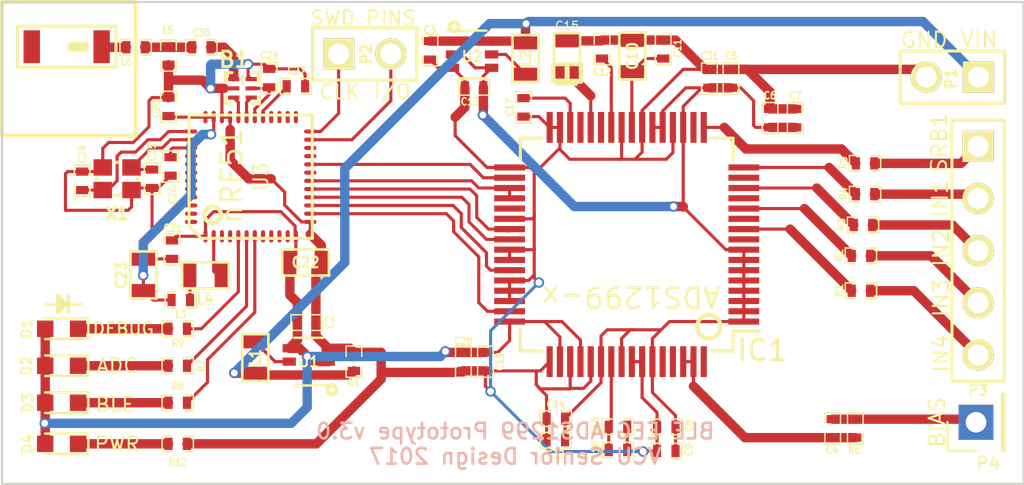
<source format=kicad_pcb>
(kicad_pcb (version 4) (host pcbnew 4.0.4-stable)

  (general
    (links 165)
    (no_connects 0)
    (area 265.799999 122.75 320.907143 149.030971)
    (thickness 1.6)
    (drawings 41)
    (tracks 492)
    (zones 0)
    (modules 63)
    (nets 86)
  )

  (page A3)
  (layers
    (0 F.Cu signal)
    (31 B.Cu signal)
    (32 B.Adhes user hide)
    (33 F.Adhes user hide)
    (34 B.Paste user)
    (35 F.Paste user hide)
    (36 B.SilkS user hide)
    (37 F.SilkS user)
    (38 B.Mask user hide)
    (39 F.Mask user hide)
    (40 Dwgs.User user hide)
    (41 Cmts.User user)
    (42 Eco1.User user)
    (43 Eco2.User user)
    (44 Edge.Cuts user)
  )

  (setup
    (last_trace_width 0.4572)
    (user_trace_width 0.152)
    (trace_clearance 0.1524)
    (zone_clearance 0.508)
    (zone_45_only yes)
    (trace_min 0.05)
    (segment_width 0.2)
    (edge_width 0.1)
    (via_size 0.508)
    (via_drill 0.3302)
    (via_min_size 0.152)
    (via_min_drill 0.3302)
    (user_via 0.2 0)
    (uvia_size 0.508)
    (uvia_drill 0.3302)
    (uvias_allowed no)
    (uvia_min_size 0.13)
    (uvia_min_drill 0.3302)
    (pcb_text_width 0.3)
    (pcb_text_size 1.5 1.5)
    (mod_edge_width 0.15)
    (mod_text_size 1 1)
    (mod_text_width 0.15)
    (pad_size 0.635 1.143)
    (pad_drill 0)
    (pad_to_mask_clearance 0.015)
    (aux_axis_origin 0 0)
    (visible_elements 7FFEFFBF)
    (pcbplotparams
      (layerselection 0x010f0_80000001)
      (usegerberextensions true)
      (excludeedgelayer true)
      (linewidth 0.150000)
      (plotframeref false)
      (viasonmask false)
      (mode 1)
      (useauxorigin false)
      (hpglpennumber 1)
      (hpglpenspeed 20)
      (hpglpendiameter 15)
      (hpglpenoverlay 2)
      (psnegative false)
      (psa4output false)
      (plotreference true)
      (plotvalue true)
      (plotinvisibletext false)
      (padsonsilk false)
      (subtractmaskfromsilk false)
      (outputformat 1)
      (mirror false)
      (drillshape 0)
      (scaleselection 1)
      (outputdirectory Gerber_EEG_v3/))
  )

  (net 0 "")
  (net 1 /ANT1)
  (net 2 /ANT2)
  (net 3 /DCC)
  (net 4 /DEC1)
  (net 5 /DEC2)
  (net 6 /RF)
  (net 7 /SPI_SCLK)
  (net 8 /SPI_~CS)
  (net 9 /SWDCLK)
  (net 10 /SWDIO)
  (net 11 /VDD_PA)
  (net 12 /XC1)
  (net 13 /XC2)
  (net 14 /~DRDY)
  (net 15 VAA)
  (net 16 "Net-(A1-Pad1)")
  (net 17 "Net-(A1-Pad2)")
  (net 18 "Net-(L3-Pad1)")
  (net 19 AVSS)
  (net 20 DVDD)
  (net 21 AVDD)
  (net 22 "Net-(IC1-Pad11)")
  (net 23 "Net-(IC1-Pad12)")
  (net 24 "Net-(IC1-Pad14)")
  (net 25 "Net-(IC1-Pad16)")
  (net 26 "Net-(IC1-Pad17)")
  (net 27 "Net-(IC1-Pad18)")
  (net 28 "Net-(IC1-Pad27)")
  (net 29 "Net-(IC1-Pad29)")
  (net 30 /DIN)
  (net 31 "Net-(IC1-Pad37)")
  (net 32 /DOUT)
  (net 33 "Net-(IC1-Pad60)")
  (net 34 /BIASIN)
  (net 35 "Net-(IC1-Pad64)")
  (net 36 /IN3)
  (net 37 /IN2)
  (net 38 /IN1)
  (net 39 VCC)
  (net 40 "Net-(IC1-Pad61)")
  (net 41 "Net-(C4-Pad1)")
  (net 42 "Net-(C30-Pad2)")
  (net 43 "Net-(L1-Pad1)")
  (net 44 "Net-(L2-Pad1)")
  (net 45 "Net-(U3-Pad28)")
  (net 46 "Net-(U3-Pad27)")
  (net 47 "Net-(U3-Pad26)")
  (net 48 "Net-(U3-Pad25)")
  (net 49 "Net-(U3-Pad11)")
  (net 50 "Net-(U3-Pad10)")
  (net 51 "Net-(U3-Pad9)")
  (net 52 "Net-(U3-Pad3)")
  (net 53 "Net-(U3-Pad4)")
  (net 54 "Net-(U3-Pad8)")
  (net 55 "Net-(U3-Pad22)")
  (net 56 "Net-(U3-Pad21)")
  (net 57 "Net-(U3-Pad41)")
  (net 58 "Net-(U3-Pad42)")
  (net 59 "Net-(U3-Pad40)")
  (net 60 "Net-(U3-Pad43)")
  (net 61 "Net-(U3-Pad44)")
  (net 62 "Net-(U3-Pad45)")
  (net 63 "Net-(U3-Pad46)")
  (net 64 "Net-(U3-Pad47)")
  (net 65 "Net-(U3-Pad48)")
  (net 66 "Net-(IC1-Pad13)")
  (net 67 "Net-(IC1-Pad15)")
  (net 68 "Net-(IC1-Pad9)")
  (net 69 "Net-(IC1-Pad10)")
  (net 70 /SRB1)
  (net 71 /IN4)
  (net 72 /VREFP)
  (net 73 /VCAP4)
  (net 74 /VCAP1)
  (net 75 /VCAP3)
  (net 76 /VCAP2)
  (net 77 /LED1)
  (net 78 /LED2)
  (net 79 /LED3)
  (net 80 "Net-(D1-Pad1)")
  (net 81 "Net-(D2-Pad1)")
  (net 82 "Net-(D3-Pad1)")
  (net 83 "Net-(D4-Pad1)")
  (net 84 /~PWDN/RESET)
  (net 85 "Net-(U3-Pad19)")

  (net_class Default "This is the default net class."
    (clearance 0.1524)
    (trace_width 0.4572)
    (via_dia 0.508)
    (via_drill 0.3302)
    (uvia_dia 0.508)
    (uvia_drill 0.3302)
    (add_net /ANT1)
    (add_net /ANT2)
    (add_net /BIASIN)
    (add_net /DCC)
    (add_net /DEC1)
    (add_net /DEC2)
    (add_net /DIN)
    (add_net /DOUT)
    (add_net /IN1)
    (add_net /IN2)
    (add_net /IN3)
    (add_net /IN4)
    (add_net /LED1)
    (add_net /LED2)
    (add_net /LED3)
    (add_net /RF)
    (add_net /SPI_SCLK)
    (add_net /SPI_~CS)
    (add_net /SRB1)
    (add_net /SWDCLK)
    (add_net /SWDIO)
    (add_net /VCAP1)
    (add_net /VCAP2)
    (add_net /VCAP3)
    (add_net /VCAP4)
    (add_net /VDD_PA)
    (add_net /VREFP)
    (add_net /XC1)
    (add_net /XC2)
    (add_net /~DRDY)
    (add_net /~PWDN/RESET)
    (add_net AVDD)
    (add_net AVSS)
    (add_net DVDD)
    (add_net "Net-(A1-Pad1)")
    (add_net "Net-(A1-Pad2)")
    (add_net "Net-(C30-Pad2)")
    (add_net "Net-(C4-Pad1)")
    (add_net "Net-(D1-Pad1)")
    (add_net "Net-(D2-Pad1)")
    (add_net "Net-(D3-Pad1)")
    (add_net "Net-(D4-Pad1)")
    (add_net "Net-(IC1-Pad10)")
    (add_net "Net-(IC1-Pad11)")
    (add_net "Net-(IC1-Pad12)")
    (add_net "Net-(IC1-Pad13)")
    (add_net "Net-(IC1-Pad14)")
    (add_net "Net-(IC1-Pad15)")
    (add_net "Net-(IC1-Pad16)")
    (add_net "Net-(IC1-Pad17)")
    (add_net "Net-(IC1-Pad18)")
    (add_net "Net-(IC1-Pad27)")
    (add_net "Net-(IC1-Pad29)")
    (add_net "Net-(IC1-Pad37)")
    (add_net "Net-(IC1-Pad60)")
    (add_net "Net-(IC1-Pad61)")
    (add_net "Net-(IC1-Pad64)")
    (add_net "Net-(IC1-Pad9)")
    (add_net "Net-(L1-Pad1)")
    (add_net "Net-(L2-Pad1)")
    (add_net "Net-(L3-Pad1)")
    (add_net "Net-(U3-Pad10)")
    (add_net "Net-(U3-Pad11)")
    (add_net "Net-(U3-Pad19)")
    (add_net "Net-(U3-Pad21)")
    (add_net "Net-(U3-Pad22)")
    (add_net "Net-(U3-Pad25)")
    (add_net "Net-(U3-Pad26)")
    (add_net "Net-(U3-Pad27)")
    (add_net "Net-(U3-Pad28)")
    (add_net "Net-(U3-Pad3)")
    (add_net "Net-(U3-Pad4)")
    (add_net "Net-(U3-Pad40)")
    (add_net "Net-(U3-Pad41)")
    (add_net "Net-(U3-Pad42)")
    (add_net "Net-(U3-Pad43)")
    (add_net "Net-(U3-Pad44)")
    (add_net "Net-(U3-Pad45)")
    (add_net "Net-(U3-Pad46)")
    (add_net "Net-(U3-Pad47)")
    (add_net "Net-(U3-Pad48)")
    (add_net "Net-(U3-Pad8)")
    (add_net "Net-(U3-Pad9)")
    (add_net VAA)
    (add_net VCC)
  )

  (module "Power Pads:SM0603_Tant" (layer F.Cu) (tedit 58BD7565) (tstamp 58A7C3AD)
    (at 293.4 128.15 90)
    (path /58B2B921)
    (attr smd)
    (fp_text reference C15 (at 1.5 0 180) (layer F.SilkS)
      (effects (font (size 0.4 0.4) (thickness 0.06)))
    )
    (fp_text value 100µF (at 0 1.05 90) (layer F.SilkS) hide
      (effects (font (size 0.508 0.4572) (thickness 0.1143)))
    )
    (fp_line (start -1.25 0.7) (end -1.25 -0.65) (layer F.SilkS) (width 0.15))
    (fp_line (start -0.35 0.7) (end -1.2 0.7) (layer F.SilkS) (width 0.15))
    (fp_line (start -0.4 -0.7) (end -1.25 -0.7) (layer F.SilkS) (width 0.15))
    (fp_line (start -0.35 -0.6) (end -0.35 0.55) (layer F.SilkS) (width 0.15))
    (fp_line (start -1.35 -0.5) (end -1.35 0.45) (layer F.SilkS) (width 0.15))
    (fp_line (start -1.25 -0.55) (end -1.25 0.55) (layer F.SilkS) (width 0.15))
    (fp_line (start -0.4 -0.6) (end -0.4 0.6) (layer F.SilkS) (width 0.15))
    (fp_line (start -1.05 0) (end -0.55 0) (layer F.SilkS) (width 0.25))
    (fp_line (start -1.143 -0.635) (end 1.143 -0.635) (layer F.SilkS) (width 0.127))
    (fp_line (start 1.143 -0.635) (end 1.143 0.635) (layer F.SilkS) (width 0.127))
    (fp_line (start 1.143 0.635) (end -1.143 0.635) (layer F.SilkS) (width 0.127))
    (fp_line (start -1.143 0.635) (end -1.143 -0.635) (layer F.SilkS) (width 0.127))
    (pad 1 smd rect (at -0.762 0 90) (size 0.635 1.143) (layers F.Cu F.Paste F.Mask)
      (net 74 /VCAP1))
    (pad 2 smd rect (at 0.762 0 90) (size 0.635 1.143) (layers F.Cu F.Paste F.Mask)
      (net 19 AVSS))
    (model smd\resistors\R0603.wrl
      (at (xyz 0 0 0.001))
      (scale (xyz 0.5 0.5 0.5))
      (rotate (xyz 0 0 0))
    )
  )

  (module PIN_ARRAY_2X1 (layer F.Cu) (tedit 58B1EA1A) (tstamp 583F50DF)
    (at 283.55 128.025)
    (descr "Connecteurs 2 pins")
    (tags "CONN DEV")
    (path /588ADF5E)
    (fp_text reference P2 (at 0.075 0 90) (layer F.SilkS)
      (effects (font (size 0.508 0.508) (thickness 0.127)))
    )
    (fp_text value CONN_2 (at 0 2.07) (layer F.SilkS) hide
      (effects (font (size 0.762 0.762) (thickness 0.1524)))
    )
    (fp_line (start -2.54 1.27) (end -2.54 -1.27) (layer F.SilkS) (width 0.1524))
    (fp_line (start -2.54 -1.27) (end 2.54 -1.27) (layer F.SilkS) (width 0.1524))
    (fp_line (start 2.54 -1.27) (end 2.54 1.27) (layer F.SilkS) (width 0.1524))
    (fp_line (start 2.54 1.27) (end -2.54 1.27) (layer F.SilkS) (width 0.1524))
    (pad 1 thru_hole rect (at -1.27 0) (size 1.524 1.524) (drill 1.016) (layers *.Cu *.Mask F.SilkS)
      (net 9 /SWDCLK))
    (pad 2 thru_hole circle (at 1.27 0) (size 1.524 1.524) (drill 1.016) (layers *.Cu *.Mask F.SilkS)
      (net 10 /SWDIO))
    (model pin_array/pins_array_2x1.wrl
      (at (xyz 0 0 0))
      (scale (xyz 1 1 1))
      (rotate (xyz 0 0 0))
    )
  )

  (module SM0402 (layer F.Cu) (tedit 58ABB4BE) (tstamp 58ABB4D9)
    (at 301.375 129.225 270)
    (path /58B167C3)
    (attr smd)
    (fp_text reference C5 (at -1.1 0 360) (layer F.SilkS)
      (effects (font (size 0.35052 0.3048) (thickness 0.07112)))
    )
    (fp_text value 1uF (at 0.09906 0 270) (layer F.SilkS) hide
      (effects (font (size 0.35052 0.3048) (thickness 0.07112)))
    )
    (fp_line (start -0.254 -0.381) (end -0.762 -0.381) (layer F.SilkS) (width 0.07112))
    (fp_line (start -0.762 -0.381) (end -0.762 0.381) (layer F.SilkS) (width 0.07112))
    (fp_line (start -0.762 0.381) (end -0.254 0.381) (layer F.SilkS) (width 0.07112))
    (fp_line (start 0.254 -0.381) (end 0.762 -0.381) (layer F.SilkS) (width 0.07112))
    (fp_line (start 0.762 -0.381) (end 0.762 0.381) (layer F.SilkS) (width 0.07112))
    (fp_line (start 0.762 0.381) (end 0.254 0.381) (layer F.SilkS) (width 0.07112))
    (pad 1 smd rect (at -0.44958 0 270) (size 0.39878 0.59944) (layers F.Cu F.Paste F.Mask)
      (net 19 AVSS))
    (pad 2 smd rect (at 0.44958 0 270) (size 0.39878 0.59944) (layers F.Cu F.Paste F.Mask)
      (net 21 AVDD))
    (model smd\chip_cms.wrl
      (at (xyz 0 0 0.002))
      (scale (xyz 0.05 0.05 0.05))
      (rotate (xyz 0 0 0))
    )
  )

  (module Housings_QFP:TQFP-64_10x10mm_Pitch0.5mm (layer F.Cu) (tedit 58A7C02C) (tstamp 58A5E61F)
    (at 296.3 137.3 180)
    (descr "64-Lead Plastic Thin Quad Flatpack (PT) - 10x10x1 mm Body, 2.00 mm Footprint [TQFP] (see Microchip Packaging Specification 00000049BS.pdf)")
    (tags "QFP 0.5")
    (path /588AD1DC)
    (attr smd)
    (fp_text reference IC1 (at -6.6 -5.15 180) (layer F.SilkS)
      (effects (font (size 1 1) (thickness 0.15)))
    )
    (fp_text value ADS1299 (at 0 7.45 180) (layer F.Fab)
      (effects (font (size 1 1) (thickness 0.15)))
    )
    (fp_text user %R (at 0 0 180) (layer F.Fab)
      (effects (font (size 1 1) (thickness 0.15)))
    )
    (fp_line (start -4 -5) (end 5 -5) (layer F.Fab) (width 0.15))
    (fp_line (start 5 -5) (end 5 5) (layer F.Fab) (width 0.15))
    (fp_line (start 5 5) (end -5 5) (layer F.Fab) (width 0.15))
    (fp_line (start -5 5) (end -5 -4) (layer F.Fab) (width 0.15))
    (fp_line (start -5 -4) (end -4 -5) (layer F.Fab) (width 0.15))
    (fp_line (start -6.7 -6.7) (end -6.7 6.7) (layer F.CrtYd) (width 0.05))
    (fp_line (start 6.7 -6.7) (end 6.7 6.7) (layer F.CrtYd) (width 0.05))
    (fp_line (start -6.7 -6.7) (end 6.7 -6.7) (layer F.CrtYd) (width 0.05))
    (fp_line (start -6.7 6.7) (end 6.7 6.7) (layer F.CrtYd) (width 0.05))
    (fp_line (start -5.175 -5.175) (end -5.175 -4.225) (layer F.SilkS) (width 0.15))
    (fp_line (start 5.175 -5.175) (end 5.175 -4.125) (layer F.SilkS) (width 0.15))
    (fp_line (start 5.175 5.175) (end 5.175 4.125) (layer F.SilkS) (width 0.15))
    (fp_line (start -5.175 5.175) (end -5.175 4.125) (layer F.SilkS) (width 0.15))
    (fp_line (start -5.175 -5.175) (end -4.125 -5.175) (layer F.SilkS) (width 0.15))
    (fp_line (start -5.175 5.175) (end -4.125 5.175) (layer F.SilkS) (width 0.15))
    (fp_line (start 5.175 5.175) (end 4.125 5.175) (layer F.SilkS) (width 0.15))
    (fp_line (start 5.175 -5.175) (end 4.125 -5.175) (layer F.SilkS) (width 0.15))
    (fp_line (start -5.175 -4.225) (end -6.45 -4.225) (layer F.SilkS) (width 0.15))
    (pad 1 smd rect (at -5.7 -3.75 180) (size 1.5 0.3) (layers F.Cu F.Paste F.Mask)
      (net 21 AVDD))
    (pad 2 smd rect (at -5.7 -3.25 180) (size 1.5 0.3) (layers F.Cu F.Paste F.Mask)
      (net 21 AVDD))
    (pad 3 smd rect (at -5.7 -2.75 180) (size 1.5 0.3) (layers F.Cu F.Paste F.Mask)
      (net 21 AVDD))
    (pad 4 smd rect (at -5.7 -2.25 180) (size 1.5 0.3) (layers F.Cu F.Paste F.Mask)
      (net 21 AVDD))
    (pad 5 smd rect (at -5.7 -1.75 180) (size 1.5 0.3) (layers F.Cu F.Paste F.Mask)
      (net 21 AVDD))
    (pad 6 smd rect (at -5.7 -1.25 180) (size 1.5 0.3) (layers F.Cu F.Paste F.Mask)
      (net 21 AVDD))
    (pad 7 smd rect (at -5.7 -0.75 180) (size 1.5 0.3) (layers F.Cu F.Paste F.Mask)
      (net 21 AVDD))
    (pad 8 smd rect (at -5.7 -0.25 180) (size 1.5 0.3) (layers F.Cu F.Paste F.Mask)
      (net 21 AVDD))
    (pad 9 smd rect (at -5.7 0.25 180) (size 1.5 0.3) (layers F.Cu F.Paste F.Mask)
      (net 68 "Net-(IC1-Pad9)"))
    (pad 10 smd rect (at -5.7 0.75 180) (size 1.5 0.3) (layers F.Cu F.Paste F.Mask)
      (net 69 "Net-(IC1-Pad10)"))
    (pad 11 smd rect (at -5.7 1.25 180) (size 1.5 0.3) (layers F.Cu F.Paste F.Mask)
      (net 22 "Net-(IC1-Pad11)"))
    (pad 12 smd rect (at -5.7 1.75 180) (size 1.5 0.3) (layers F.Cu F.Paste F.Mask)
      (net 23 "Net-(IC1-Pad12)"))
    (pad 13 smd rect (at -5.7 2.25 180) (size 1.5 0.3) (layers F.Cu F.Paste F.Mask)
      (net 66 "Net-(IC1-Pad13)"))
    (pad 14 smd rect (at -5.7 2.75 180) (size 1.5 0.3) (layers F.Cu F.Paste F.Mask)
      (net 24 "Net-(IC1-Pad14)"))
    (pad 15 smd rect (at -5.7 3.25 180) (size 1.5 0.3) (layers F.Cu F.Paste F.Mask)
      (net 67 "Net-(IC1-Pad15)"))
    (pad 16 smd rect (at -5.7 3.75 180) (size 1.5 0.3) (layers F.Cu F.Paste F.Mask)
      (net 25 "Net-(IC1-Pad16)"))
    (pad 17 smd rect (at -3.75 5.7 270) (size 1.5 0.3) (layers F.Cu F.Paste F.Mask)
      (net 26 "Net-(IC1-Pad17)"))
    (pad 18 smd rect (at -3.25 5.7 270) (size 1.5 0.3) (layers F.Cu F.Paste F.Mask)
      (net 27 "Net-(IC1-Pad18)"))
    (pad 19 smd rect (at -2.75 5.7 270) (size 1.5 0.3) (layers F.Cu F.Paste F.Mask)
      (net 21 AVDD))
    (pad 20 smd rect (at -2.25 5.7 270) (size 1.5 0.3) (layers F.Cu F.Paste F.Mask)
      (net 19 AVSS))
    (pad 21 smd rect (at -1.75 5.7 270) (size 1.5 0.3) (layers F.Cu F.Paste F.Mask)
      (net 21 AVDD))
    (pad 22 smd rect (at -1.25 5.7 270) (size 1.5 0.3) (layers F.Cu F.Paste F.Mask)
      (net 21 AVDD))
    (pad 23 smd rect (at -0.75 5.7 270) (size 1.5 0.3) (layers F.Cu F.Paste F.Mask)
      (net 19 AVSS))
    (pad 24 smd rect (at -0.25 5.7 270) (size 1.5 0.3) (layers F.Cu F.Paste F.Mask)
      (net 72 /VREFP))
    (pad 25 smd rect (at 0.25 5.7 270) (size 1.5 0.3) (layers F.Cu F.Paste F.Mask)
      (net 19 AVSS))
    (pad 26 smd rect (at 0.75 5.7 270) (size 1.5 0.3) (layers F.Cu F.Paste F.Mask)
      (net 73 /VCAP4))
    (pad 27 smd rect (at 1.25 5.7 270) (size 1.5 0.3) (layers F.Cu F.Paste F.Mask)
      (net 28 "Net-(IC1-Pad27)"))
    (pad 28 smd rect (at 1.75 5.7 270) (size 1.5 0.3) (layers F.Cu F.Paste F.Mask)
      (net 74 /VCAP1))
    (pad 29 smd rect (at 2.25 5.7 270) (size 1.5 0.3) (layers F.Cu F.Paste F.Mask)
      (net 29 "Net-(IC1-Pad29)"))
    (pad 30 smd rect (at 2.75 5.7 270) (size 1.5 0.3) (layers F.Cu F.Paste F.Mask)
      (net 76 /VCAP2))
    (pad 31 smd rect (at 3.25 5.7 270) (size 1.5 0.3) (layers F.Cu F.Paste F.Mask)
      (net 19 AVSS))
    (pad 32 smd rect (at 3.75 5.7 270) (size 1.5 0.3) (layers F.Cu F.Paste F.Mask)
      (net 19 AVSS))
    (pad 33 smd rect (at 5.7 3.75 180) (size 1.5 0.3) (layers F.Cu F.Paste F.Mask)
      (net 19 AVSS))
    (pad 34 smd rect (at 5.7 3.25 180) (size 1.5 0.3) (layers F.Cu F.Paste F.Mask)
      (net 30 /DIN))
    (pad 35 smd rect (at 5.7 2.75 180) (size 1.5 0.3) (layers F.Cu F.Paste F.Mask)
      (net 84 /~PWDN/RESET))
    (pad 36 smd rect (at 5.7 2.25 180) (size 1.5 0.3) (layers F.Cu F.Paste F.Mask)
      (net 84 /~PWDN/RESET))
    (pad 37 smd rect (at 5.7 1.75 180) (size 1.5 0.3) (layers F.Cu F.Paste F.Mask)
      (net 31 "Net-(IC1-Pad37)"))
    (pad 38 smd rect (at 5.7 1.25 180) (size 1.5 0.3) (layers F.Cu F.Paste F.Mask)
      (net 19 AVSS))
    (pad 39 smd rect (at 5.7 0.75 180) (size 1.5 0.3) (layers F.Cu F.Paste F.Mask)
      (net 8 /SPI_~CS))
    (pad 40 smd rect (at 5.7 0.25 180) (size 1.5 0.3) (layers F.Cu F.Paste F.Mask)
      (net 7 /SPI_SCLK))
    (pad 41 smd rect (at 5.7 -0.25 180) (size 1.5 0.3) (layers F.Cu F.Paste F.Mask)
      (net 19 AVSS))
    (pad 42 smd rect (at 5.7 -0.75 180) (size 1.5 0.3) (layers F.Cu F.Paste F.Mask)
      (net 19 AVSS))
    (pad 43 smd rect (at 5.7 -1.25 180) (size 1.5 0.3) (layers F.Cu F.Paste F.Mask)
      (net 32 /DOUT))
    (pad 44 smd rect (at 5.7 -1.75 180) (size 1.5 0.3) (layers F.Cu F.Paste F.Mask)
      (net 19 AVSS))
    (pad 45 smd rect (at 5.7 -2.25 180) (size 1.5 0.3) (layers F.Cu F.Paste F.Mask)
      (net 19 AVSS))
    (pad 46 smd rect (at 5.7 -2.75 180) (size 1.5 0.3) (layers F.Cu F.Paste F.Mask)
      (net 19 AVSS))
    (pad 47 smd rect (at 5.7 -3.25 180) (size 1.5 0.3) (layers F.Cu F.Paste F.Mask)
      (net 14 /~DRDY))
    (pad 48 smd rect (at 5.7 -3.75 180) (size 1.5 0.3) (layers F.Cu F.Paste F.Mask)
      (net 20 DVDD))
    (pad 49 smd rect (at 3.75 -5.7 270) (size 1.5 0.3) (layers F.Cu F.Paste F.Mask)
      (net 19 AVSS))
    (pad 50 smd rect (at 3.25 -5.7 270) (size 1.5 0.3) (layers F.Cu F.Paste F.Mask)
      (net 20 DVDD))
    (pad 51 smd rect (at 2.75 -5.7 270) (size 1.5 0.3) (layers F.Cu F.Paste F.Mask)
      (net 19 AVSS))
    (pad 52 smd rect (at 2.25 -5.7 270) (size 1.5 0.3) (layers F.Cu F.Paste F.Mask)
      (net 20 DVDD))
    (pad 53 smd rect (at 1.75 -5.7 270) (size 1.5 0.3) (layers F.Cu F.Paste F.Mask)
      (net 19 AVSS))
    (pad 54 smd rect (at 1.25 -5.7 270) (size 1.5 0.3) (layers F.Cu F.Paste F.Mask)
      (net 21 AVDD))
    (pad 55 smd rect (at 0.75 -5.7 270) (size 1.5 0.3) (layers F.Cu F.Paste F.Mask)
      (net 75 /VCAP3))
    (pad 56 smd rect (at 0.25 -5.7 270) (size 1.5 0.3) (layers F.Cu F.Paste F.Mask)
      (net 21 AVDD))
    (pad 57 smd rect (at -0.25 -5.7 270) (size 1.5 0.3) (layers F.Cu F.Paste F.Mask)
      (net 19 AVSS))
    (pad 58 smd rect (at -0.75 -5.7 270) (size 1.5 0.3) (layers F.Cu F.Paste F.Mask)
      (net 19 AVSS))
    (pad 59 smd rect (at -1.25 -5.7 270) (size 1.5 0.3) (layers F.Cu F.Paste F.Mask)
      (net 21 AVDD))
    (pad 60 smd rect (at -1.75 -5.7 270) (size 1.5 0.3) (layers F.Cu F.Paste F.Mask)
      (net 33 "Net-(IC1-Pad60)"))
    (pad 61 smd rect (at -2.25 -5.7 270) (size 1.5 0.3) (layers F.Cu F.Paste F.Mask)
      (net 40 "Net-(IC1-Pad61)"))
    (pad 62 smd rect (at -2.75 -5.7 270) (size 1.5 0.3) (layers F.Cu F.Paste F.Mask)
      (net 41 "Net-(C4-Pad1)"))
    (pad 63 smd rect (at -3.25 -5.7 270) (size 1.5 0.3) (layers F.Cu F.Paste F.Mask)
      (net 41 "Net-(C4-Pad1)"))
    (pad 64 smd rect (at -3.75 -5.7 270) (size 1.5 0.3) (layers F.Cu F.Paste F.Mask)
      (net 35 "Net-(IC1-Pad64)"))
    (model Housings_QFP.3dshapes/TQFP-64_10x10mm_Pitch0.5mm.wrl
      (at (xyz 0 0 0))
      (scale (xyz 1 1 1))
      (rotate (xyz 0 0 0))
    )
  )

  (module SM0402 (layer F.Cu) (tedit 58BC7293) (tstamp 58ABA47F)
    (at 292.85 145.775)
    (path /58AC9DAD)
    (attr smd)
    (fp_text reference C14 (at 0 -0.7 180) (layer F.SilkS)
      (effects (font (size 0.35052 0.3048) (thickness 0.07112)))
    )
    (fp_text value 1uF (at 0.09906 0) (layer F.SilkS) hide
      (effects (font (size 0.35052 0.3048) (thickness 0.07112)))
    )
    (fp_line (start -0.254 -0.381) (end -0.762 -0.381) (layer F.SilkS) (width 0.07112))
    (fp_line (start -0.762 -0.381) (end -0.762 0.381) (layer F.SilkS) (width 0.07112))
    (fp_line (start -0.762 0.381) (end -0.254 0.381) (layer F.SilkS) (width 0.07112))
    (fp_line (start 0.254 -0.381) (end 0.762 -0.381) (layer F.SilkS) (width 0.07112))
    (fp_line (start 0.762 -0.381) (end 0.762 0.381) (layer F.SilkS) (width 0.07112))
    (fp_line (start 0.762 0.381) (end 0.254 0.381) (layer F.SilkS) (width 0.07112))
    (pad 1 smd rect (at -0.44958 0) (size 0.39878 0.59944) (layers F.Cu F.Paste F.Mask)
      (net 19 AVSS))
    (pad 2 smd rect (at 0.44958 0) (size 0.39878 0.59944) (layers F.Cu F.Paste F.Mask)
      (net 21 AVDD))
    (model smd\chip_cms.wrl
      (at (xyz 0 0 0.002))
      (scale (xyz 0.05 0.05 0.05))
      (rotate (xyz 0 0 0))
    )
  )

  (module SM0402 (layer F.Cu) (tedit 58D3DEE2) (tstamp 58D3DF1C)
    (at 274.45 147)
    (path /58D56AE9)
    (attr smd)
    (fp_text reference R12 (at 0 0.9) (layer F.SilkS)
      (effects (font (size 0.35052 0.3048) (thickness 0.07112)))
    )
    (fp_text value 1.kΩ (at 0.09906 0) (layer F.SilkS) hide
      (effects (font (size 0.35052 0.3048) (thickness 0.07112)))
    )
    (fp_line (start -0.254 -0.381) (end -0.762 -0.381) (layer F.SilkS) (width 0.07112))
    (fp_line (start -0.762 -0.381) (end -0.762 0.381) (layer F.SilkS) (width 0.07112))
    (fp_line (start -0.762 0.381) (end -0.254 0.381) (layer F.SilkS) (width 0.07112))
    (fp_line (start 0.254 -0.381) (end 0.762 -0.381) (layer F.SilkS) (width 0.07112))
    (fp_line (start 0.762 -0.381) (end 0.762 0.381) (layer F.SilkS) (width 0.07112))
    (fp_line (start 0.762 0.381) (end 0.254 0.381) (layer F.SilkS) (width 0.07112))
    (pad 1 smd rect (at -0.44958 0) (size 0.39878 0.59944) (layers F.Cu F.Paste F.Mask)
      (net 83 "Net-(D4-Pad1)"))
    (pad 2 smd rect (at 0.44958 0) (size 0.39878 0.59944) (layers F.Cu F.Paste F.Mask)
      (net 19 AVSS))
    (model smd\chip_cms.wrl
      (at (xyz 0 0 0.002))
      (scale (xyz 0.05 0.05 0.05))
      (rotate (xyz 0 0 0))
    )
  )

  (module LEDs:LED_0603 (layer F.Cu) (tedit 58D3E030) (tstamp 58D3DEB2)
    (at 268.8 147 180)
    (descr "LED 0603 smd package")
    (tags "LED led 0603 SMD smd SMT smt smdled SMDLED smtled SMTLED")
    (path /58D55EDB)
    (attr smd)
    (fp_text reference D4 (at 1.65 0 270) (layer F.SilkS)
      (effects (font (size 0.5 0.5) (thickness 0.1)))
    )
    (fp_text value LED (at 0 1.35 180) (layer F.Fab)
      (effects (font (size 1 1) (thickness 0.15)))
    )
    (fp_line (start -1.3 -0.5) (end -1.3 0.5) (layer F.SilkS) (width 0.12))
    (fp_line (start -0.2 -0.2) (end -0.2 0.2) (layer F.Fab) (width 0.1))
    (fp_line (start -0.15 0) (end 0.15 -0.2) (layer F.Fab) (width 0.1))
    (fp_line (start 0.15 0.2) (end -0.15 0) (layer F.Fab) (width 0.1))
    (fp_line (start 0.15 -0.2) (end 0.15 0.2) (layer F.Fab) (width 0.1))
    (fp_line (start 0.8 0.4) (end -0.8 0.4) (layer F.Fab) (width 0.1))
    (fp_line (start 0.8 -0.4) (end 0.8 0.4) (layer F.Fab) (width 0.1))
    (fp_line (start -0.8 -0.4) (end 0.8 -0.4) (layer F.Fab) (width 0.1))
    (fp_line (start -0.8 0.4) (end -0.8 -0.4) (layer F.Fab) (width 0.1))
    (fp_line (start -1.3 0.5) (end 0.8 0.5) (layer F.SilkS) (width 0.12))
    (fp_line (start -1.3 -0.5) (end 0.8 -0.5) (layer F.SilkS) (width 0.12))
    (fp_line (start 1.45 -0.65) (end 1.45 0.65) (layer F.CrtYd) (width 0.05))
    (fp_line (start 1.45 0.65) (end -1.45 0.65) (layer F.CrtYd) (width 0.05))
    (fp_line (start -1.45 0.65) (end -1.45 -0.65) (layer F.CrtYd) (width 0.05))
    (fp_line (start -1.45 -0.65) (end 1.45 -0.65) (layer F.CrtYd) (width 0.05))
    (pad 2 smd rect (at 0.8 0) (size 0.8 0.8) (layers F.Cu F.Paste F.Mask)
      (net 20 DVDD))
    (pad 1 smd rect (at -0.8 0) (size 0.8 0.8) (layers F.Cu F.Paste F.Mask)
      (net 83 "Net-(D4-Pad1)"))
    (model LEDs.3dshapes/LED_0603.wrl
      (at (xyz 0 0 0))
      (scale (xyz 1 1 1))
      (rotate (xyz 0 0 180))
    )
  )

  (module SM0402 (layer F.Cu) (tedit 58E0752B) (tstamp 58BC71E6)
    (at 292.85 146.825)
    (path /58BCF638)
    (attr smd)
    (fp_text reference C32 (at -0.025 0.7) (layer F.SilkS)
      (effects (font (size 0.35052 0.3048) (thickness 0.07112)))
    )
    (fp_text value 0.1uF (at 0.09906 0) (layer F.SilkS) hide
      (effects (font (size 0.35052 0.3048) (thickness 0.07112)))
    )
    (fp_line (start -0.254 -0.381) (end -0.762 -0.381) (layer F.SilkS) (width 0.07112))
    (fp_line (start -0.762 -0.381) (end -0.762 0.381) (layer F.SilkS) (width 0.07112))
    (fp_line (start -0.762 0.381) (end -0.254 0.381) (layer F.SilkS) (width 0.07112))
    (fp_line (start 0.254 -0.381) (end 0.762 -0.381) (layer F.SilkS) (width 0.07112))
    (fp_line (start 0.762 -0.381) (end 0.762 0.381) (layer F.SilkS) (width 0.07112))
    (fp_line (start 0.762 0.381) (end 0.254 0.381) (layer F.SilkS) (width 0.07112))
    (pad 1 smd rect (at -0.44958 0) (size 0.39878 0.59944) (layers F.Cu F.Paste F.Mask)
      (net 19 AVSS))
    (pad 2 smd rect (at 0.44958 0) (size 0.39878 0.59944) (layers F.Cu F.Paste F.Mask)
      (net 21 AVDD))
    (model smd\chip_cms.wrl
      (at (xyz 0 0 0.002))
      (scale (xyz 0.05 0.05 0.05))
      (rotate (xyz 0 0 0))
    )
  )

  (module TO_SOT_Packages_SMD:SOT-363_SC-70-6 (layer F.Cu) (tedit 58ABA8B5) (tstamp 58A5F087)
    (at 288.775 128.05)
    (descr "SOT-363, SC-70-6")
    (path /589981DF)
    (attr smd)
    (fp_text reference U2 (at 0 0.1) (layer F.SilkS)
      (effects (font (size 0.5 0.5) (thickness 0.1)))
    )
    (fp_text value TPS61222 (at 0 2 180) (layer F.Fab)
      (effects (font (size 1 1) (thickness 0.15)))
    )
    (fp_line (start 0.7 -1.16) (end -1.2 -1.16) (layer F.SilkS) (width 0.12))
    (fp_line (start -0.7 1.16) (end 0.7 1.16) (layer F.SilkS) (width 0.12))
    (fp_line (start 1.6 1.4) (end 1.6 -1.4) (layer F.CrtYd) (width 0.05))
    (fp_line (start -1.6 -1.4) (end -1.6 1.4) (layer F.CrtYd) (width 0.05))
    (fp_line (start -1.6 -1.4) (end 1.6 -1.4) (layer F.CrtYd) (width 0.05))
    (fp_line (start 0.675 -1.1) (end -0.175 -1.1) (layer F.Fab) (width 0.1))
    (fp_line (start -0.675 -0.6) (end -0.675 1.1) (layer F.Fab) (width 0.1))
    (fp_line (start -1.6 1.4) (end 1.6 1.4) (layer F.CrtYd) (width 0.05))
    (fp_line (start 0.675 -1.1) (end 0.675 1.1) (layer F.Fab) (width 0.1))
    (fp_line (start 0.675 1.1) (end -0.675 1.1) (layer F.Fab) (width 0.1))
    (fp_line (start -0.175 -1.1) (end -0.675 -0.6) (layer F.Fab) (width 0.1))
    (pad 1 smd rect (at -0.95 -0.65) (size 0.65 0.4) (layers F.Cu F.Paste F.Mask)
      (net 39 VCC))
    (pad 3 smd rect (at -0.95 0.65) (size 0.65 0.4) (layers F.Cu F.Paste F.Mask)
      (net 19 AVSS))
    (pad 5 smd rect (at 0.95 0) (size 0.65 0.4) (layers F.Cu F.Paste F.Mask)
      (net 44 "Net-(L2-Pad1)"))
    (pad 2 smd rect (at -0.95 0) (size 0.65 0.4) (layers F.Cu F.Paste F.Mask)
      (net 21 AVDD))
    (pad 4 smd rect (at 0.95 0.65) (size 0.65 0.4) (layers F.Cu F.Paste F.Mask)
      (net 21 AVDD))
    (pad 6 smd rect (at 0.95 -0.65) (size 0.65 0.4) (layers F.Cu F.Paste F.Mask)
      (net 39 VCC))
  )

  (module SM0402 (layer F.Cu) (tedit 58ABB4F6) (tstamp 58ABB546)
    (at 295.1 127.8 90)
    (path /588BC8FE)
    (attr smd)
    (fp_text reference C12 (at -1.1 0 180) (layer F.SilkS)
      (effects (font (size 0.35052 0.3048) (thickness 0.07112)))
    )
    (fp_text value 1uF (at 0.09906 0 90) (layer F.SilkS) hide
      (effects (font (size 0.35052 0.3048) (thickness 0.07112)))
    )
    (fp_line (start -0.254 -0.381) (end -0.762 -0.381) (layer F.SilkS) (width 0.07112))
    (fp_line (start -0.762 -0.381) (end -0.762 0.381) (layer F.SilkS) (width 0.07112))
    (fp_line (start -0.762 0.381) (end -0.254 0.381) (layer F.SilkS) (width 0.07112))
    (fp_line (start 0.254 -0.381) (end 0.762 -0.381) (layer F.SilkS) (width 0.07112))
    (fp_line (start 0.762 -0.381) (end 0.762 0.381) (layer F.SilkS) (width 0.07112))
    (fp_line (start 0.762 0.381) (end 0.254 0.381) (layer F.SilkS) (width 0.07112))
    (pad 1 smd rect (at -0.44958 0 90) (size 0.39878 0.59944) (layers F.Cu F.Paste F.Mask)
      (net 73 /VCAP4))
    (pad 2 smd rect (at 0.44958 0 90) (size 0.39878 0.59944) (layers F.Cu F.Paste F.Mask)
      (net 19 AVSS))
    (model smd\chip_cms.wrl
      (at (xyz 0 0 0.002))
      (scale (xyz 0.05 0.05 0.05))
      (rotate (xyz 0 0 0))
    )
  )

  (module SM0402 (layer F.Cu) (tedit 58ABB4C7) (tstamp 58ABB4FE)
    (at 300.325 129.225 270)
    (path /58B25390)
    (attr smd)
    (fp_text reference C31 (at -1.1 0 360) (layer F.SilkS)
      (effects (font (size 0.35052 0.3048) (thickness 0.07112)))
    )
    (fp_text value 0.1uF (at 0.09906 0 270) (layer F.SilkS) hide
      (effects (font (size 0.35052 0.3048) (thickness 0.07112)))
    )
    (fp_line (start -0.254 -0.381) (end -0.762 -0.381) (layer F.SilkS) (width 0.07112))
    (fp_line (start -0.762 -0.381) (end -0.762 0.381) (layer F.SilkS) (width 0.07112))
    (fp_line (start -0.762 0.381) (end -0.254 0.381) (layer F.SilkS) (width 0.07112))
    (fp_line (start 0.254 -0.381) (end 0.762 -0.381) (layer F.SilkS) (width 0.07112))
    (fp_line (start 0.762 -0.381) (end 0.762 0.381) (layer F.SilkS) (width 0.07112))
    (fp_line (start 0.762 0.381) (end 0.254 0.381) (layer F.SilkS) (width 0.07112))
    (pad 1 smd rect (at -0.44958 0 270) (size 0.39878 0.59944) (layers F.Cu F.Paste F.Mask)
      (net 19 AVSS))
    (pad 2 smd rect (at 0.44958 0 270) (size 0.39878 0.59944) (layers F.Cu F.Paste F.Mask)
      (net 21 AVDD))
    (model smd\chip_cms.wrl
      (at (xyz 0 0 0.002))
      (scale (xyz 0.05 0.05 0.05))
      (rotate (xyz 0 0 0))
    )
  )

  (module SM0402 (layer F.Cu) (tedit 58E07382) (tstamp 58A77ACF)
    (at 289.425 143 270)
    (path /58A78680)
    (attr smd)
    (fp_text reference C19 (at 0 -0.7 270) (layer F.SilkS)
      (effects (font (size 0.35052 0.3048) (thickness 0.07112)))
    )
    (fp_text value 1uF (at 0.09906 0 270) (layer F.SilkS) hide
      (effects (font (size 0.35052 0.3048) (thickness 0.07112)))
    )
    (fp_line (start -0.254 -0.381) (end -0.762 -0.381) (layer F.SilkS) (width 0.07112))
    (fp_line (start -0.762 -0.381) (end -0.762 0.381) (layer F.SilkS) (width 0.07112))
    (fp_line (start -0.762 0.381) (end -0.254 0.381) (layer F.SilkS) (width 0.07112))
    (fp_line (start 0.254 -0.381) (end 0.762 -0.381) (layer F.SilkS) (width 0.07112))
    (fp_line (start 0.762 -0.381) (end 0.762 0.381) (layer F.SilkS) (width 0.07112))
    (fp_line (start 0.762 0.381) (end 0.254 0.381) (layer F.SilkS) (width 0.07112))
    (pad 1 smd rect (at -0.44958 0 270) (size 0.39878 0.59944) (layers F.Cu F.Paste F.Mask)
      (net 20 DVDD))
    (pad 2 smd rect (at 0.44958 0 270) (size 0.39878 0.59944) (layers F.Cu F.Paste F.Mask)
      (net 19 AVSS))
    (model smd\chip_cms.wrl
      (at (xyz 0 0 0.002))
      (scale (xyz 0.05 0.05 0.05))
      (rotate (xyz 0 0 0))
    )
  )

  (module SM0402 (layer F.Cu) (tedit 58ABA95E) (tstamp 58A87344)
    (at 307.9 133.35)
    (path /58A53805)
    (attr smd)
    (fp_text reference R5 (at -1.05 -0.03 90) (layer F.SilkS)
      (effects (font (size 0.35052 0.3048) (thickness 0.07112)))
    )
    (fp_text value 30k (at 0.09906 0) (layer F.SilkS) hide
      (effects (font (size 0.35052 0.3048) (thickness 0.07112)))
    )
    (fp_line (start -0.254 -0.381) (end -0.762 -0.381) (layer F.SilkS) (width 0.07112))
    (fp_line (start -0.762 -0.381) (end -0.762 0.381) (layer F.SilkS) (width 0.07112))
    (fp_line (start -0.762 0.381) (end -0.254 0.381) (layer F.SilkS) (width 0.07112))
    (fp_line (start 0.254 -0.381) (end 0.762 -0.381) (layer F.SilkS) (width 0.07112))
    (fp_line (start 0.762 -0.381) (end 0.762 0.381) (layer F.SilkS) (width 0.07112))
    (fp_line (start 0.762 0.381) (end 0.254 0.381) (layer F.SilkS) (width 0.07112))
    (pad 1 smd rect (at -0.44958 0) (size 0.39878 0.59944) (layers F.Cu F.Paste F.Mask)
      (net 26 "Net-(IC1-Pad17)"))
    (pad 2 smd rect (at 0.44958 0) (size 0.39878 0.59944) (layers F.Cu F.Paste F.Mask)
      (net 70 /SRB1))
    (model smd\chip_cms.wrl
      (at (xyz 0 0 0.002))
      (scale (xyz 0.05 0.05 0.05))
      (rotate (xyz 0 0 0))
    )
  )

  (module SM0402 (layer F.Cu) (tedit 58ABAA8F) (tstamp 58A77C96)
    (at 288.35 143 90)
    (path /58AD0381)
    (attr smd)
    (fp_text reference C20 (at 1 0 180) (layer F.SilkS)
      (effects (font (size 0.35052 0.3048) (thickness 0.07112)))
    )
    (fp_text value 0.1uF (at 0.09906 0 90) (layer F.SilkS) hide
      (effects (font (size 0.35052 0.3048) (thickness 0.07112)))
    )
    (fp_line (start -0.254 -0.381) (end -0.762 -0.381) (layer F.SilkS) (width 0.07112))
    (fp_line (start -0.762 -0.381) (end -0.762 0.381) (layer F.SilkS) (width 0.07112))
    (fp_line (start -0.762 0.381) (end -0.254 0.381) (layer F.SilkS) (width 0.07112))
    (fp_line (start 0.254 -0.381) (end 0.762 -0.381) (layer F.SilkS) (width 0.07112))
    (fp_line (start 0.762 -0.381) (end 0.762 0.381) (layer F.SilkS) (width 0.07112))
    (fp_line (start 0.762 0.381) (end 0.254 0.381) (layer F.SilkS) (width 0.07112))
    (pad 1 smd rect (at -0.44958 0 90) (size 0.39878 0.59944) (layers F.Cu F.Paste F.Mask)
      (net 19 AVSS))
    (pad 2 smd rect (at 0.44958 0 90) (size 0.39878 0.59944) (layers F.Cu F.Paste F.Mask)
      (net 20 DVDD))
    (model smd\chip_cms.wrl
      (at (xyz 0 0 0.002))
      (scale (xyz 0.05 0.05 0.05))
      (rotate (xyz 0 0 0))
    )
  )

  (module SM0402 (layer F.Cu) (tedit 58D3E2D8) (tstamp 58A77ADA)
    (at 295.875 147.3)
    (path /588BAB6E)
    (attr smd)
    (fp_text reference C18 (at -1.1 0 270) (layer F.SilkS)
      (effects (font (size 0.35052 0.3048) (thickness 0.07112)))
    )
    (fp_text value 0.1uF (at 0.09906 0) (layer F.SilkS) hide
      (effects (font (size 0.35052 0.3048) (thickness 0.07112)))
    )
    (fp_line (start -0.254 -0.381) (end -0.762 -0.381) (layer F.SilkS) (width 0.07112))
    (fp_line (start -0.762 -0.381) (end -0.762 0.381) (layer F.SilkS) (width 0.07112))
    (fp_line (start -0.762 0.381) (end -0.254 0.381) (layer F.SilkS) (width 0.07112))
    (fp_line (start 0.254 -0.381) (end 0.762 -0.381) (layer F.SilkS) (width 0.07112))
    (fp_line (start 0.762 -0.381) (end 0.762 0.381) (layer F.SilkS) (width 0.07112))
    (fp_line (start 0.762 0.381) (end 0.254 0.381) (layer F.SilkS) (width 0.07112))
    (pad 1 smd rect (at -0.44958 0) (size 0.39878 0.59944) (layers F.Cu F.Paste F.Mask)
      (net 75 /VCAP3))
    (pad 2 smd rect (at 0.44958 0) (size 0.39878 0.59944) (layers F.Cu F.Paste F.Mask)
      (net 19 AVSS))
    (model smd\chip_cms.wrl
      (at (xyz 0 0 0.002))
      (scale (xyz 0.05 0.05 0.05))
      (rotate (xyz 0 0 0))
    )
  )

  (module SM0402 (layer F.Cu) (tedit 58BC7295) (tstamp 58A77AC4)
    (at 295.875 146.175)
    (path /588BAB68)
    (attr smd)
    (fp_text reference C16 (at -1.1 -0.05 90) (layer F.SilkS)
      (effects (font (size 0.35052 0.3048) (thickness 0.07112)))
    )
    (fp_text value 1uF (at 0.09906 0) (layer F.SilkS) hide
      (effects (font (size 0.35052 0.3048) (thickness 0.07112)))
    )
    (fp_line (start -0.254 -0.381) (end -0.762 -0.381) (layer F.SilkS) (width 0.07112))
    (fp_line (start -0.762 -0.381) (end -0.762 0.381) (layer F.SilkS) (width 0.07112))
    (fp_line (start -0.762 0.381) (end -0.254 0.381) (layer F.SilkS) (width 0.07112))
    (fp_line (start 0.254 -0.381) (end 0.762 -0.381) (layer F.SilkS) (width 0.07112))
    (fp_line (start 0.762 -0.381) (end 0.762 0.381) (layer F.SilkS) (width 0.07112))
    (fp_line (start 0.762 0.381) (end 0.254 0.381) (layer F.SilkS) (width 0.07112))
    (pad 1 smd rect (at -0.44958 0) (size 0.39878 0.59944) (layers F.Cu F.Paste F.Mask)
      (net 75 /VCAP3))
    (pad 2 smd rect (at 0.44958 0) (size 0.39878 0.59944) (layers F.Cu F.Paste F.Mask)
      (net 19 AVSS))
    (model smd\chip_cms.wrl
      (at (xyz 0 0 0.002))
      (scale (xyz 0.05 0.05 0.05))
      (rotate (xyz 0 0 0))
    )
  )

  (module SM0402 (layer F.Cu) (tedit 58ABC2EC) (tstamp 58A77AB9)
    (at 298.225 147.35 180)
    (path /58ABA79C)
    (attr smd)
    (fp_text reference C9 (at -1.1 0.05 270) (layer F.SilkS)
      (effects (font (size 0.35052 0.3048) (thickness 0.07112)))
    )
    (fp_text value 0.1uF (at 0.09906 0 180) (layer F.SilkS) hide
      (effects (font (size 0.35052 0.3048) (thickness 0.07112)))
    )
    (fp_line (start -0.254 -0.381) (end -0.762 -0.381) (layer F.SilkS) (width 0.07112))
    (fp_line (start -0.762 -0.381) (end -0.762 0.381) (layer F.SilkS) (width 0.07112))
    (fp_line (start -0.762 0.381) (end -0.254 0.381) (layer F.SilkS) (width 0.07112))
    (fp_line (start 0.254 -0.381) (end 0.762 -0.381) (layer F.SilkS) (width 0.07112))
    (fp_line (start 0.762 -0.381) (end 0.762 0.381) (layer F.SilkS) (width 0.07112))
    (fp_line (start 0.762 0.381) (end 0.254 0.381) (layer F.SilkS) (width 0.07112))
    (pad 1 smd rect (at -0.44958 0 180) (size 0.39878 0.59944) (layers F.Cu F.Paste F.Mask)
      (net 21 AVDD))
    (pad 2 smd rect (at 0.44958 0 180) (size 0.39878 0.59944) (layers F.Cu F.Paste F.Mask)
      (net 19 AVSS))
    (model smd\chip_cms.wrl
      (at (xyz 0 0 0.002))
      (scale (xyz 0.05 0.05 0.05))
      (rotate (xyz 0 0 0))
    )
  )

  (module SM0402 (layer F.Cu) (tedit 58E077CE) (tstamp 58A77AAE)
    (at 291.275 130.625 270)
    (path /588BCA75)
    (attr smd)
    (fp_text reference C17 (at 0 0.675 270) (layer F.SilkS)
      (effects (font (size 0.35052 0.3048) (thickness 0.07112)))
    )
    (fp_text value 1uF (at 0.09906 0 270) (layer F.SilkS) hide
      (effects (font (size 0.35052 0.3048) (thickness 0.07112)))
    )
    (fp_line (start -0.254 -0.381) (end -0.762 -0.381) (layer F.SilkS) (width 0.07112))
    (fp_line (start -0.762 -0.381) (end -0.762 0.381) (layer F.SilkS) (width 0.07112))
    (fp_line (start -0.762 0.381) (end -0.254 0.381) (layer F.SilkS) (width 0.07112))
    (fp_line (start 0.254 -0.381) (end 0.762 -0.381) (layer F.SilkS) (width 0.07112))
    (fp_line (start 0.762 -0.381) (end 0.762 0.381) (layer F.SilkS) (width 0.07112))
    (fp_line (start 0.762 0.381) (end 0.254 0.381) (layer F.SilkS) (width 0.07112))
    (pad 1 smd rect (at -0.44958 0 270) (size 0.39878 0.59944) (layers F.Cu F.Paste F.Mask)
      (net 76 /VCAP2))
    (pad 2 smd rect (at 0.44958 0 270) (size 0.39878 0.59944) (layers F.Cu F.Paste F.Mask)
      (net 19 AVSS))
    (model smd\chip_cms.wrl
      (at (xyz 0 0 0.002))
      (scale (xyz 0.05 0.05 0.05))
      (rotate (xyz 0 0 0))
    )
  )

  (module SM0402 (layer F.Cu) (tedit 58ABC2EF) (tstamp 58A77AA3)
    (at 298.225 146.175 180)
    (path /58ABA6A4)
    (attr smd)
    (fp_text reference C8 (at -1.1 0.05 270) (layer F.SilkS)
      (effects (font (size 0.35052 0.3048) (thickness 0.07112)))
    )
    (fp_text value 1uF (at 0.09906 0 180) (layer F.SilkS) hide
      (effects (font (size 0.35052 0.3048) (thickness 0.07112)))
    )
    (fp_line (start -0.254 -0.381) (end -0.762 -0.381) (layer F.SilkS) (width 0.07112))
    (fp_line (start -0.762 -0.381) (end -0.762 0.381) (layer F.SilkS) (width 0.07112))
    (fp_line (start -0.762 0.381) (end -0.254 0.381) (layer F.SilkS) (width 0.07112))
    (fp_line (start 0.254 -0.381) (end 0.762 -0.381) (layer F.SilkS) (width 0.07112))
    (fp_line (start 0.762 -0.381) (end 0.762 0.381) (layer F.SilkS) (width 0.07112))
    (fp_line (start 0.762 0.381) (end 0.254 0.381) (layer F.SilkS) (width 0.07112))
    (pad 1 smd rect (at -0.44958 0 180) (size 0.39878 0.59944) (layers F.Cu F.Paste F.Mask)
      (net 21 AVDD))
    (pad 2 smd rect (at 0.44958 0 180) (size 0.39878 0.59944) (layers F.Cu F.Paste F.Mask)
      (net 19 AVSS))
    (model smd\chip_cms.wrl
      (at (xyz 0 0 0.002))
      (scale (xyz 0.05 0.05 0.05))
      (rotate (xyz 0 0 0))
    )
  )

  (module SM0402 (layer F.Cu) (tedit 58D3D6B7) (tstamp 58A77A8D)
    (at 298.075 127.8 270)
    (path /588C02B1)
    (attr smd)
    (fp_text reference C11 (at -0.05 -0.7 450) (layer F.SilkS)
      (effects (font (size 0.35052 0.3048) (thickness 0.07112)))
    )
    (fp_text value 0.1uF (at 0.09906 0 270) (layer F.SilkS) hide
      (effects (font (size 0.35052 0.3048) (thickness 0.07112)))
    )
    (fp_line (start -0.254 -0.381) (end -0.762 -0.381) (layer F.SilkS) (width 0.07112))
    (fp_line (start -0.762 -0.381) (end -0.762 0.381) (layer F.SilkS) (width 0.07112))
    (fp_line (start -0.762 0.381) (end -0.254 0.381) (layer F.SilkS) (width 0.07112))
    (fp_line (start 0.254 -0.381) (end 0.762 -0.381) (layer F.SilkS) (width 0.07112))
    (fp_line (start 0.762 -0.381) (end 0.762 0.381) (layer F.SilkS) (width 0.07112))
    (fp_line (start 0.762 0.381) (end 0.254 0.381) (layer F.SilkS) (width 0.07112))
    (pad 1 smd rect (at -0.44958 0 270) (size 0.39878 0.59944) (layers F.Cu F.Paste F.Mask)
      (net 19 AVSS))
    (pad 2 smd rect (at 0.44958 0 270) (size 0.39878 0.59944) (layers F.Cu F.Paste F.Mask)
      (net 72 /VREFP))
    (model smd\chip_cms.wrl
      (at (xyz 0 0 0.002))
      (scale (xyz 0.05 0.05 0.05))
      (rotate (xyz 0 0 0))
    )
  )

  (module SM0402 (layer F.Cu) (tedit 58ABB2C8) (tstamp 58A77A6B)
    (at 304.5 131.15 270)
    (path /58B17695)
    (attr smd)
    (fp_text reference C7 (at -1.1 0 360) (layer F.SilkS)
      (effects (font (size 0.35052 0.3048) (thickness 0.07112)))
    )
    (fp_text value 0.1uF (at 0.09906 0 270) (layer F.SilkS) hide
      (effects (font (size 0.35052 0.3048) (thickness 0.07112)))
    )
    (fp_line (start -0.254 -0.381) (end -0.762 -0.381) (layer F.SilkS) (width 0.07112))
    (fp_line (start -0.762 -0.381) (end -0.762 0.381) (layer F.SilkS) (width 0.07112))
    (fp_line (start -0.762 0.381) (end -0.254 0.381) (layer F.SilkS) (width 0.07112))
    (fp_line (start 0.254 -0.381) (end 0.762 -0.381) (layer F.SilkS) (width 0.07112))
    (fp_line (start 0.762 -0.381) (end 0.762 0.381) (layer F.SilkS) (width 0.07112))
    (fp_line (start 0.762 0.381) (end 0.254 0.381) (layer F.SilkS) (width 0.07112))
    (pad 1 smd rect (at -0.44958 0 270) (size 0.39878 0.59944) (layers F.Cu F.Paste F.Mask)
      (net 19 AVSS))
    (pad 2 smd rect (at 0.44958 0 270) (size 0.39878 0.59944) (layers F.Cu F.Paste F.Mask)
      (net 21 AVDD))
    (model smd\chip_cms.wrl
      (at (xyz 0 0 0.002))
      (scale (xyz 0.05 0.05 0.05))
      (rotate (xyz 0 0 0))
    )
  )

  (module QFN48-6X6 (layer F.Cu) (tedit 58BD787D) (tstamp 54E75ECE)
    (at 278 134 90)
    (path /588ADF52)
    (fp_text reference U3 (at 0 0.5 270) (layer F.SilkS)
      (effects (font (size 0.7 0.7) (thickness 0.1)))
    )
    (fp_text value NRF51X22-QFN (at 0.01 0 90) (layer F.SilkS) hide
      (effects (font (size 0.127 0.127) (thickness 0.03175)))
    )
    (fp_line (start -2.4 -3) (end -3 -2.4) (layer F.SilkS) (width 0.15))
    (fp_line (start -3 3) (end -3 -2.4) (layer F.SilkS) (width 0.15))
    (fp_line (start 3 -3) (end -2.4 -3) (layer F.SilkS) (width 0.15))
    (fp_line (start 3 -3) (end 3 3) (layer F.SilkS) (width 0.15))
    (fp_line (start 3 3) (end -3 3) (layer F.SilkS) (width 0.15))
    (pad 30 smd oval (at 2.9 0.2 180) (size 0.2 0.6) (layers F.Cu F.Paste F.Mask)
      (net 11 /VDD_PA))
    (pad 29 smd oval (at 2.9 0.6 180) (size 0.2 0.6) (layers F.Cu F.Paste F.Mask)
      (net 5 /DEC2))
    (pad 31 smd oval (at 2.9 -0.2 180) (size 0.2 0.6) (layers F.Cu F.Paste F.Mask)
      (net 1 /ANT1))
    (pad 28 smd oval (at 2.9 1 180) (size 0.2 0.6) (layers F.Cu F.Paste F.Mask)
      (net 45 "Net-(U3-Pad28)"))
    (pad 27 smd oval (at 2.9 1.4 180) (size 0.2 0.6) (layers F.Cu F.Paste F.Mask)
      (net 46 "Net-(U3-Pad27)"))
    (pad 32 smd oval (at 2.9 -0.6 180) (size 0.2 0.6) (layers F.Cu F.Paste F.Mask)
      (net 2 /ANT2))
    (pad 33 smd oval (at 2.9 -1 180) (size 0.2 0.6) (layers F.Cu F.Paste F.Mask)
      (net 19 AVSS))
    (pad 34 smd oval (at 2.9 -1.4 180) (size 0.2 0.6) (layers F.Cu F.Paste F.Mask)
      (net 19 AVSS))
    (pad 26 smd oval (at 2.9 1.8 180) (size 0.2 0.6) (layers F.Cu F.Paste F.Mask)
      (net 47 "Net-(U3-Pad26)"))
    (pad 25 smd oval (at 2.9 2.2 180) (size 0.2 0.6) (layers F.Cu F.Paste F.Mask)
      (net 48 "Net-(U3-Pad25)"))
    (pad 36 smd oval (at 2.9 -2.2 180) (size 0.2 0.6) (layers F.Cu F.Paste F.Mask)
      (net 15 VAA))
    (pad 35 smd oval (at 2.9 -1.8 180) (size 0.2 0.6) (layers F.Cu F.Paste F.Mask)
      (net 15 VAA))
    (pad 1 smd oval (at -2.9 -2.2 180) (size 0.2 0.6) (layers F.Cu F.Paste F.Mask)
      (net 20 DVDD))
    (pad 11 smd oval (at -2.9 1.8 180) (size 0.2 0.6) (layers F.Cu F.Paste F.Mask)
      (net 49 "Net-(U3-Pad11)"))
    (pad 10 smd oval (at -2.9 1.4 180) (size 0.2 0.6) (layers F.Cu F.Paste F.Mask)
      (net 50 "Net-(U3-Pad10)"))
    (pad 9 smd oval (at -2.9 1 180) (size 0.2 0.6) (layers F.Cu F.Paste F.Mask)
      (net 51 "Net-(U3-Pad9)"))
    (pad 2 smd oval (at -2.9 -1.8 180) (size 0.2 0.6) (layers F.Cu F.Paste F.Mask)
      (net 3 /DCC))
    (pad 3 smd oval (at -2.9 -1.4 180) (size 0.2 0.6) (layers F.Cu F.Paste F.Mask)
      (net 52 "Net-(U3-Pad3)"))
    (pad 4 smd oval (at -2.9 -1 180) (size 0.2 0.6) (layers F.Cu F.Paste F.Mask)
      (net 53 "Net-(U3-Pad4)"))
    (pad 8 smd oval (at -2.9 0.6 180) (size 0.2 0.6) (layers F.Cu F.Paste F.Mask)
      (net 54 "Net-(U3-Pad8)"))
    (pad 12 smd oval (at -2.9 2.2 180) (size 0.2 0.6) (layers F.Cu F.Paste F.Mask)
      (net 20 DVDD))
    (pad 5 smd oval (at -2.9 -0.6 180) (size 0.2 0.6) (layers F.Cu F.Paste F.Mask)
      (net 77 /LED1))
    (pad 7 smd oval (at -2.9 0.2 180) (size 0.2 0.6) (layers F.Cu F.Paste F.Mask)
      (net 79 /LED3))
    (pad 6 smd oval (at -2.9 -0.2 180) (size 0.2 0.6) (layers F.Cu F.Paste F.Mask)
      (net 78 /LED2))
    (pad 23 smd oval (at 1.8 2.9 90) (size 0.2 0.6) (layers F.Cu F.Paste F.Mask)
      (net 10 /SWDIO))
    (pad 24 smd oval (at 2.2 2.9 90) (size 0.2 0.6) (layers F.Cu F.Paste F.Mask)
      (net 9 /SWDCLK))
    (pad 13 smd oval (at -2.2 2.9 90) (size 0.2 0.6) (layers F.Cu F.Paste F.Mask)
      (net 19 AVSS))
    (pad 14 smd oval (at -1.8 2.9 90) (size 0.2 0.6) (layers F.Cu F.Paste F.Mask)
      (net 14 /~DRDY))
    (pad 22 smd oval (at 1.4 2.9 90) (size 0.2 0.6) (layers F.Cu F.Paste F.Mask)
      (net 55 "Net-(U3-Pad22)"))
    (pad 21 smd oval (at 1 2.9 90) (size 0.2 0.6) (layers F.Cu F.Paste F.Mask)
      (net 56 "Net-(U3-Pad21)"))
    (pad 20 smd oval (at 0.6 2.9 90) (size 0.2 0.6) (layers F.Cu F.Paste F.Mask)
      (net 30 /DIN))
    (pad 15 smd oval (at -1.4 2.9 90) (size 0.2 0.6) (layers F.Cu F.Paste F.Mask)
      (net 32 /DOUT))
    (pad 16 smd oval (at -1 2.9 90) (size 0.2 0.6) (layers F.Cu F.Paste F.Mask)
      (net 7 /SPI_SCLK))
    (pad 19 smd oval (at 0.2 2.9 90) (size 0.2 0.6) (layers F.Cu F.Paste F.Mask)
      (net 85 "Net-(U3-Pad19)"))
    (pad 17 smd oval (at -0.6 2.9 90) (size 0.2 0.6) (layers F.Cu F.Paste F.Mask)
      (net 8 /SPI_~CS))
    (pad 18 smd oval (at -0.2 2.9 90) (size 0.2 0.6) (layers F.Cu F.Paste F.Mask)
      (net 84 /~PWDN/RESET))
    (pad 41 smd oval (at 0.6 -2.9 90) (size 0.2 0.6) (layers F.Cu F.Paste F.Mask)
      (net 57 "Net-(U3-Pad41)"))
    (pad 42 smd oval (at 0.2 -2.9 90) (size 0.2 0.6) (layers F.Cu F.Paste F.Mask)
      (net 58 "Net-(U3-Pad42)"))
    (pad 40 smd oval (at 1 -2.9 90) (size 0.2 0.6) (layers F.Cu F.Paste F.Mask)
      (net 59 "Net-(U3-Pad40)"))
    (pad 43 smd oval (at -0.2 -2.9 90) (size 0.2 0.6) (layers F.Cu F.Paste F.Mask)
      (net 60 "Net-(U3-Pad43)"))
    (pad 44 smd oval (at -0.6 -2.9 90) (size 0.2 0.6) (layers F.Cu F.Paste F.Mask)
      (net 61 "Net-(U3-Pad44)"))
    (pad 39 smd oval (at 1.4 -2.9 90) (size 0.2 0.6) (layers F.Cu F.Paste F.Mask)
      (net 4 /DEC1))
    (pad 38 smd oval (at 1.8 -2.9 90) (size 0.2 0.6) (layers F.Cu F.Paste F.Mask)
      (net 13 /XC2))
    (pad 37 smd oval (at 2.2 -2.9 90) (size 0.2 0.6) (layers F.Cu F.Paste F.Mask)
      (net 12 /XC1))
    (pad 45 smd oval (at -1 -2.9 90) (size 0.2 0.6) (layers F.Cu F.Paste F.Mask)
      (net 62 "Net-(U3-Pad45)"))
    (pad 46 smd oval (at -1.4 -2.9 90) (size 0.2 0.6) (layers F.Cu F.Paste F.Mask)
      (net 63 "Net-(U3-Pad46)"))
    (pad 47 smd oval (at -1.8 -2.9 90) (size 0.2 0.6) (layers F.Cu F.Paste F.Mask)
      (net 64 "Net-(U3-Pad47)"))
    (pad 48 smd oval (at -2.2 -2.9 90) (size 0.2 0.6) (layers F.Cu F.Paste F.Mask)
      (net 65 "Net-(U3-Pad48)"))
  )

  (module SM0402 (layer F.Cu) (tedit 58ABB2C4) (tstamp 58A779E8)
    (at 303.275 131.15 270)
    (path /58B16C8B)
    (attr smd)
    (fp_text reference C6 (at -1.1 0 360) (layer F.SilkS)
      (effects (font (size 0.35052 0.3048) (thickness 0.07112)))
    )
    (fp_text value 1uF (at 0.09906 0 270) (layer F.SilkS) hide
      (effects (font (size 0.35052 0.3048) (thickness 0.07112)))
    )
    (fp_line (start -0.254 -0.381) (end -0.762 -0.381) (layer F.SilkS) (width 0.07112))
    (fp_line (start -0.762 -0.381) (end -0.762 0.381) (layer F.SilkS) (width 0.07112))
    (fp_line (start -0.762 0.381) (end -0.254 0.381) (layer F.SilkS) (width 0.07112))
    (fp_line (start 0.254 -0.381) (end 0.762 -0.381) (layer F.SilkS) (width 0.07112))
    (fp_line (start 0.762 -0.381) (end 0.762 0.381) (layer F.SilkS) (width 0.07112))
    (fp_line (start 0.762 0.381) (end 0.254 0.381) (layer F.SilkS) (width 0.07112))
    (pad 1 smd rect (at -0.44958 0 270) (size 0.39878 0.59944) (layers F.Cu F.Paste F.Mask)
      (net 19 AVSS))
    (pad 2 smd rect (at 0.44958 0 270) (size 0.39878 0.59944) (layers F.Cu F.Paste F.Mask)
      (net 21 AVDD))
    (model smd\chip_cms.wrl
      (at (xyz 0 0 0.002))
      (scale (xyz 0.05 0.05 0.05))
      (rotate (xyz 0 0 0))
    )
  )

  (module SM0603 (layer F.Cu) (tedit 58ABB3F2) (tstamp 58A7797A)
    (at 296.575 128.125 270)
    (path /588C01D3)
    (attr smd)
    (fp_text reference C10 (at 0 0 270) (layer F.SilkS)
      (effects (font (size 0.508 0.4572) (thickness 0.1143)))
    )
    (fp_text value 10uF (at 0 0 270) (layer F.SilkS) hide
      (effects (font (size 0.508 0.4572) (thickness 0.1143)))
    )
    (fp_line (start -1.143 -0.635) (end 1.143 -0.635) (layer F.SilkS) (width 0.127))
    (fp_line (start 1.143 -0.635) (end 1.143 0.635) (layer F.SilkS) (width 0.127))
    (fp_line (start 1.143 0.635) (end -1.143 0.635) (layer F.SilkS) (width 0.127))
    (fp_line (start -1.143 0.635) (end -1.143 -0.635) (layer F.SilkS) (width 0.127))
    (pad 1 smd rect (at -0.762 0 270) (size 0.635 1.143) (layers F.Cu F.Paste F.Mask)
      (net 19 AVSS))
    (pad 2 smd rect (at 0.762 0 270) (size 0.635 1.143) (layers F.Cu F.Paste F.Mask)
      (net 72 /VREFP))
    (model smd\resistors\R0603.wrl
      (at (xyz 0 0 0.001))
      (scale (xyz 0.5 0.5 0.5))
      (rotate (xyz 0 0 0))
    )
  )

  (module SM0603 (layer F.Cu) (tedit 58ABA8CF) (tstamp 58A7539E)
    (at 278.225 142.8 270)
    (path /58994C27)
    (attr smd)
    (fp_text reference L1 (at 0 0 270) (layer F.SilkS)
      (effects (font (size 0.508 0.4572) (thickness 0.1143)))
    )
    (fp_text value 4.7µH (at 0 0 270) (layer F.SilkS) hide
      (effects (font (size 0.508 0.4572) (thickness 0.1143)))
    )
    (fp_line (start -1.143 -0.635) (end 1.143 -0.635) (layer F.SilkS) (width 0.127))
    (fp_line (start 1.143 -0.635) (end 1.143 0.635) (layer F.SilkS) (width 0.127))
    (fp_line (start 1.143 0.635) (end -1.143 0.635) (layer F.SilkS) (width 0.127))
    (fp_line (start -1.143 0.635) (end -1.143 -0.635) (layer F.SilkS) (width 0.127))
    (pad 1 smd rect (at -0.762 0 270) (size 0.635 1.143) (layers F.Cu F.Paste F.Mask)
      (net 43 "Net-(L1-Pad1)"))
    (pad 2 smd rect (at 0.762 0 270) (size 0.635 1.143) (layers F.Cu F.Paste F.Mask)
      (net 39 VCC))
    (model smd\resistors\R0603.wrl
      (at (xyz 0 0 0.001))
      (scale (xyz 0.5 0.5 0.5))
      (rotate (xyz 0 0 0))
    )
  )

  (module SM0603 (layer F.Cu) (tedit 58ABA8F0) (tstamp 58A75393)
    (at 291.375 128.25 90)
    (path /589975A4)
    (attr smd)
    (fp_text reference L2 (at 0 0 90) (layer F.SilkS)
      (effects (font (size 0.508 0.4572) (thickness 0.1143)))
    )
    (fp_text value 4.7µH (at 0 0 90) (layer F.SilkS) hide
      (effects (font (size 0.508 0.4572) (thickness 0.1143)))
    )
    (fp_line (start -1.143 -0.635) (end 1.143 -0.635) (layer F.SilkS) (width 0.127))
    (fp_line (start 1.143 -0.635) (end 1.143 0.635) (layer F.SilkS) (width 0.127))
    (fp_line (start 1.143 0.635) (end -1.143 0.635) (layer F.SilkS) (width 0.127))
    (fp_line (start -1.143 0.635) (end -1.143 -0.635) (layer F.SilkS) (width 0.127))
    (pad 1 smd rect (at -0.762 0 90) (size 0.635 1.143) (layers F.Cu F.Paste F.Mask)
      (net 44 "Net-(L2-Pad1)"))
    (pad 2 smd rect (at 0.762 0 90) (size 0.635 1.143) (layers F.Cu F.Paste F.Mask)
      (net 39 VCC))
    (model smd\resistors\R0603.wrl
      (at (xyz 0 0 0.001))
      (scale (xyz 0.5 0.5 0.5))
      (rotate (xyz 0 0 0))
    )
  )

  (module SM0402 (layer F.Cu) (tedit 58ABA8FC) (tstamp 58A7537B)
    (at 288.875 129.65 180)
    (path /589975C4)
    (attr smd)
    (fp_text reference C13 (at 0.2 -0.7 180) (layer F.SilkS)
      (effects (font (size 0.35052 0.3048) (thickness 0.07112)))
    )
    (fp_text value 10uF (at 0.09906 0 180) (layer F.SilkS) hide
      (effects (font (size 0.35052 0.3048) (thickness 0.07112)))
    )
    (fp_line (start -0.254 -0.381) (end -0.762 -0.381) (layer F.SilkS) (width 0.07112))
    (fp_line (start -0.762 -0.381) (end -0.762 0.381) (layer F.SilkS) (width 0.07112))
    (fp_line (start -0.762 0.381) (end -0.254 0.381) (layer F.SilkS) (width 0.07112))
    (fp_line (start 0.254 -0.381) (end 0.762 -0.381) (layer F.SilkS) (width 0.07112))
    (fp_line (start 0.762 -0.381) (end 0.762 0.381) (layer F.SilkS) (width 0.07112))
    (fp_line (start 0.762 0.381) (end 0.254 0.381) (layer F.SilkS) (width 0.07112))
    (pad 1 smd rect (at -0.44958 0 180) (size 0.39878 0.59944) (layers F.Cu F.Paste F.Mask)
      (net 21 AVDD))
    (pad 2 smd rect (at 0.44958 0 180) (size 0.39878 0.59944) (layers F.Cu F.Paste F.Mask)
      (net 19 AVSS))
    (model smd\chip_cms.wrl
      (at (xyz 0 0 0.002))
      (scale (xyz 0.05 0.05 0.05))
      (rotate (xyz 0 0 0))
    )
  )

  (module SM0402 (layer F.Cu) (tedit 58ABA8CA) (tstamp 58A75363)
    (at 286.725 127.85 270)
    (path /589975B4)
    (attr smd)
    (fp_text reference C3 (at -1 0 360) (layer F.SilkS)
      (effects (font (size 0.35052 0.3048) (thickness 0.07112)))
    )
    (fp_text value 10uF (at 0.09906 0 270) (layer F.SilkS) hide
      (effects (font (size 0.35052 0.3048) (thickness 0.07112)))
    )
    (fp_line (start -0.254 -0.381) (end -0.762 -0.381) (layer F.SilkS) (width 0.07112))
    (fp_line (start -0.762 -0.381) (end -0.762 0.381) (layer F.SilkS) (width 0.07112))
    (fp_line (start -0.762 0.381) (end -0.254 0.381) (layer F.SilkS) (width 0.07112))
    (fp_line (start 0.254 -0.381) (end 0.762 -0.381) (layer F.SilkS) (width 0.07112))
    (fp_line (start 0.762 -0.381) (end 0.762 0.381) (layer F.SilkS) (width 0.07112))
    (fp_line (start 0.762 0.381) (end 0.254 0.381) (layer F.SilkS) (width 0.07112))
    (pad 1 smd rect (at -0.44958 0 270) (size 0.39878 0.59944) (layers F.Cu F.Paste F.Mask)
      (net 39 VCC))
    (pad 2 smd rect (at 0.44958 0 270) (size 0.39878 0.59944) (layers F.Cu F.Paste F.Mask)
      (net 19 AVSS))
    (model smd\chip_cms.wrl
      (at (xyz 0 0 0.002))
      (scale (xyz 0.05 0.05 0.05))
      (rotate (xyz 0 0 0))
    )
  )

  (module SM0402 (layer F.Cu) (tedit 58ABBDF5) (tstamp 58A7534A)
    (at 280.725 141.1)
    (path /58996C2C)
    (attr smd)
    (fp_text reference C2 (at 1.125 -0.025 90) (layer F.SilkS)
      (effects (font (size 0.35052 0.3048) (thickness 0.07112)))
    )
    (fp_text value 10uF (at 0.09906 0) (layer F.SilkS) hide
      (effects (font (size 0.35052 0.3048) (thickness 0.07112)))
    )
    (fp_line (start -0.254 -0.381) (end -0.762 -0.381) (layer F.SilkS) (width 0.07112))
    (fp_line (start -0.762 -0.381) (end -0.762 0.381) (layer F.SilkS) (width 0.07112))
    (fp_line (start -0.762 0.381) (end -0.254 0.381) (layer F.SilkS) (width 0.07112))
    (fp_line (start 0.254 -0.381) (end 0.762 -0.381) (layer F.SilkS) (width 0.07112))
    (fp_line (start 0.762 -0.381) (end 0.762 0.381) (layer F.SilkS) (width 0.07112))
    (fp_line (start 0.762 0.381) (end 0.254 0.381) (layer F.SilkS) (width 0.07112))
    (pad 1 smd rect (at -0.44958 0) (size 0.39878 0.59944) (layers F.Cu F.Paste F.Mask)
      (net 20 DVDD))
    (pad 2 smd rect (at 0.44958 0) (size 0.39878 0.59944) (layers F.Cu F.Paste F.Mask)
      (net 19 AVSS))
    (model smd\chip_cms.wrl
      (at (xyz 0 0 0.002))
      (scale (xyz 0.05 0.05 0.05))
      (rotate (xyz 0 0 0))
    )
  )

  (module SM0402 (layer F.Cu) (tedit 58ABA8E4) (tstamp 58A75325)
    (at 283.025 143 90)
    (path /5899631D)
    (attr smd)
    (fp_text reference C1 (at -1 0 180) (layer F.SilkS)
      (effects (font (size 0.35052 0.3048) (thickness 0.07112)))
    )
    (fp_text value 10uF (at 0.09906 0 90) (layer F.SilkS) hide
      (effects (font (size 0.35052 0.3048) (thickness 0.07112)))
    )
    (fp_line (start -0.254 -0.381) (end -0.762 -0.381) (layer F.SilkS) (width 0.07112))
    (fp_line (start -0.762 -0.381) (end -0.762 0.381) (layer F.SilkS) (width 0.07112))
    (fp_line (start -0.762 0.381) (end -0.254 0.381) (layer F.SilkS) (width 0.07112))
    (fp_line (start 0.254 -0.381) (end 0.762 -0.381) (layer F.SilkS) (width 0.07112))
    (fp_line (start 0.762 -0.381) (end 0.762 0.381) (layer F.SilkS) (width 0.07112))
    (fp_line (start 0.762 0.381) (end 0.254 0.381) (layer F.SilkS) (width 0.07112))
    (pad 1 smd rect (at -0.44958 0 90) (size 0.39878 0.59944) (layers F.Cu F.Paste F.Mask)
      (net 39 VCC))
    (pad 2 smd rect (at 0.44958 0 90) (size 0.39878 0.59944) (layers F.Cu F.Paste F.Mask)
      (net 19 AVSS))
    (model smd\chip_cms.wrl
      (at (xyz 0 0 0.002))
      (scale (xyz 0.05 0.05 0.05))
      (rotate (xyz 0 0 0))
    )
  )

  (module SM0402 (layer F.Cu) (tedit 58E39BD4) (tstamp 58A7528E)
    (at 274.45 145)
    (path /58A68D47)
    (attr smd)
    (fp_text reference R8 (at 0 -0.8) (layer F.SilkS)
      (effects (font (size 0.35052 0.3048) (thickness 0.07112)))
    )
    (fp_text value R (at 0.09906 0) (layer F.SilkS) hide
      (effects (font (size 0.35052 0.3048) (thickness 0.07112)))
    )
    (fp_line (start -0.254 -0.381) (end -0.762 -0.381) (layer F.SilkS) (width 0.07112))
    (fp_line (start -0.762 -0.381) (end -0.762 0.381) (layer F.SilkS) (width 0.07112))
    (fp_line (start -0.762 0.381) (end -0.254 0.381) (layer F.SilkS) (width 0.07112))
    (fp_line (start 0.254 -0.381) (end 0.762 -0.381) (layer F.SilkS) (width 0.07112))
    (fp_line (start 0.762 -0.381) (end 0.762 0.381) (layer F.SilkS) (width 0.07112))
    (fp_line (start 0.762 0.381) (end 0.254 0.381) (layer F.SilkS) (width 0.07112))
    (pad 1 smd rect (at -0.44958 0) (size 0.39878 0.59944) (layers F.Cu F.Paste F.Mask)
      (net 82 "Net-(D3-Pad1)"))
    (pad 2 smd rect (at 0.44958 0) (size 0.39878 0.59944) (layers F.Cu F.Paste F.Mask)
      (net 79 /LED3))
    (model smd\chip_cms.wrl
      (at (xyz 0 0 0.002))
      (scale (xyz 0.05 0.05 0.05))
      (rotate (xyz 0 0 0))
    )
  )

  (module SM0402 (layer F.Cu) (tedit 58E39BD1) (tstamp 58A75282)
    (at 274.45 143.2)
    (path /58A68CA1)
    (attr smd)
    (fp_text reference R7 (at 1.15 0 90) (layer F.SilkS)
      (effects (font (size 0.35052 0.3048) (thickness 0.07112)))
    )
    (fp_text value R (at 0.09906 0) (layer F.SilkS) hide
      (effects (font (size 0.35052 0.3048) (thickness 0.07112)))
    )
    (fp_line (start -0.254 -0.381) (end -0.762 -0.381) (layer F.SilkS) (width 0.07112))
    (fp_line (start -0.762 -0.381) (end -0.762 0.381) (layer F.SilkS) (width 0.07112))
    (fp_line (start -0.762 0.381) (end -0.254 0.381) (layer F.SilkS) (width 0.07112))
    (fp_line (start 0.254 -0.381) (end 0.762 -0.381) (layer F.SilkS) (width 0.07112))
    (fp_line (start 0.762 -0.381) (end 0.762 0.381) (layer F.SilkS) (width 0.07112))
    (fp_line (start 0.762 0.381) (end 0.254 0.381) (layer F.SilkS) (width 0.07112))
    (pad 1 smd rect (at -0.44958 0) (size 0.39878 0.59944) (layers F.Cu F.Paste F.Mask)
      (net 81 "Net-(D2-Pad1)"))
    (pad 2 smd rect (at 0.44958 0) (size 0.39878 0.59944) (layers F.Cu F.Paste F.Mask)
      (net 78 /LED2))
    (model smd\chip_cms.wrl
      (at (xyz 0 0 0.002))
      (scale (xyz 0.05 0.05 0.05))
      (rotate (xyz 0 0 0))
    )
  )

  (module SM0402 (layer F.Cu) (tedit 58ABABB4) (tstamp 58A75267)
    (at 306.325 146.25 90)
    (path /58A97947)
    (attr smd)
    (fp_text reference C4 (at -1.05 -0.03 180) (layer F.SilkS)
      (effects (font (size 0.35052 0.3048) (thickness 0.07112)))
    )
    (fp_text value 1.0nF (at 0.09906 0 90) (layer F.SilkS) hide
      (effects (font (size 0.35052 0.3048) (thickness 0.07112)))
    )
    (fp_line (start -0.254 -0.381) (end -0.762 -0.381) (layer F.SilkS) (width 0.07112))
    (fp_line (start -0.762 -0.381) (end -0.762 0.381) (layer F.SilkS) (width 0.07112))
    (fp_line (start -0.762 0.381) (end -0.254 0.381) (layer F.SilkS) (width 0.07112))
    (fp_line (start 0.254 -0.381) (end 0.762 -0.381) (layer F.SilkS) (width 0.07112))
    (fp_line (start 0.762 -0.381) (end 0.762 0.381) (layer F.SilkS) (width 0.07112))
    (fp_line (start 0.762 0.381) (end 0.254 0.381) (layer F.SilkS) (width 0.07112))
    (pad 1 smd rect (at -0.44958 0 90) (size 0.39878 0.59944) (layers F.Cu F.Paste F.Mask)
      (net 41 "Net-(C4-Pad1)"))
    (pad 2 smd rect (at 0.44958 0 90) (size 0.39878 0.59944) (layers F.Cu F.Paste F.Mask)
      (net 34 /BIASIN))
    (model smd\chip_cms.wrl
      (at (xyz 0 0 0.002))
      (scale (xyz 0.05 0.05 0.05))
      (rotate (xyz 0 0 0))
    )
  )

  (module SM0402 (layer F.Cu) (tedit 58ABD0EE) (tstamp 58A751FF)
    (at 274.45 141.4)
    (path /58A5EFAE)
    (attr smd)
    (fp_text reference R9 (at 0 0.7 180) (layer F.SilkS)
      (effects (font (size 0.35052 0.3048) (thickness 0.07112)))
    )
    (fp_text value R (at 0.09906 0) (layer F.SilkS) hide
      (effects (font (size 0.35052 0.3048) (thickness 0.07112)))
    )
    (fp_line (start -0.254 -0.381) (end -0.762 -0.381) (layer F.SilkS) (width 0.07112))
    (fp_line (start -0.762 -0.381) (end -0.762 0.381) (layer F.SilkS) (width 0.07112))
    (fp_line (start -0.762 0.381) (end -0.254 0.381) (layer F.SilkS) (width 0.07112))
    (fp_line (start 0.254 -0.381) (end 0.762 -0.381) (layer F.SilkS) (width 0.07112))
    (fp_line (start 0.762 -0.381) (end 0.762 0.381) (layer F.SilkS) (width 0.07112))
    (fp_line (start 0.762 0.381) (end 0.254 0.381) (layer F.SilkS) (width 0.07112))
    (pad 1 smd rect (at -0.44958 0) (size 0.39878 0.59944) (layers F.Cu F.Paste F.Mask)
      (net 80 "Net-(D1-Pad1)"))
    (pad 2 smd rect (at 0.44958 0) (size 0.39878 0.59944) (layers F.Cu F.Paste F.Mask)
      (net 77 /LED1))
    (model smd\chip_cms.wrl
      (at (xyz 0 0 0.002))
      (scale (xyz 0.05 0.05 0.05))
      (rotate (xyz 0 0 0))
    )
  )

  (module SM0402 (layer F.Cu) (tedit 58ABABB9) (tstamp 58A751CB)
    (at 307.425 146.25 90)
    (path /58A9794D)
    (attr smd)
    (fp_text reference R6 (at -1.05 -0.03 180) (layer F.SilkS)
      (effects (font (size 0.35052 0.3048) (thickness 0.07112)))
    )
    (fp_text value 1MΩ (at 0.09906 0 90) (layer F.SilkS) hide
      (effects (font (size 0.35052 0.3048) (thickness 0.07112)))
    )
    (fp_line (start -0.254 -0.381) (end -0.762 -0.381) (layer F.SilkS) (width 0.07112))
    (fp_line (start -0.762 -0.381) (end -0.762 0.381) (layer F.SilkS) (width 0.07112))
    (fp_line (start -0.762 0.381) (end -0.254 0.381) (layer F.SilkS) (width 0.07112))
    (fp_line (start 0.254 -0.381) (end 0.762 -0.381) (layer F.SilkS) (width 0.07112))
    (fp_line (start 0.762 -0.381) (end 0.762 0.381) (layer F.SilkS) (width 0.07112))
    (fp_line (start 0.762 0.381) (end 0.254 0.381) (layer F.SilkS) (width 0.07112))
    (pad 1 smd rect (at -0.44958 0 90) (size 0.39878 0.59944) (layers F.Cu F.Paste F.Mask)
      (net 41 "Net-(C4-Pad1)"))
    (pad 2 smd rect (at 0.44958 0 90) (size 0.39878 0.59944) (layers F.Cu F.Paste F.Mask)
      (net 34 /BIASIN))
    (model smd\chip_cms.wrl
      (at (xyz 0 0 0.002))
      (scale (xyz 0.05 0.05 0.05))
      (rotate (xyz 0 0 0))
    )
  )

  (module SM0402 (layer F.Cu) (tedit 58ABB940) (tstamp 58A74F57)
    (at 307.9 134.85)
    (path /588BF7C6)
    (attr smd)
    (fp_text reference R4 (at -1.05 -0.03 90) (layer F.SilkS)
      (effects (font (size 0.35052 0.3048) (thickness 0.07112)))
    )
    (fp_text value 30k (at 0.09906 0) (layer F.SilkS) hide
      (effects (font (size 0.35052 0.3048) (thickness 0.07112)))
    )
    (fp_line (start -0.254 -0.381) (end -0.762 -0.381) (layer F.SilkS) (width 0.07112))
    (fp_line (start -0.762 -0.381) (end -0.762 0.381) (layer F.SilkS) (width 0.07112))
    (fp_line (start -0.762 0.381) (end -0.254 0.381) (layer F.SilkS) (width 0.07112))
    (fp_line (start 0.254 -0.381) (end 0.762 -0.381) (layer F.SilkS) (width 0.07112))
    (fp_line (start 0.762 -0.381) (end 0.762 0.381) (layer F.SilkS) (width 0.07112))
    (fp_line (start 0.762 0.381) (end 0.254 0.381) (layer F.SilkS) (width 0.07112))
    (pad 1 smd rect (at -0.44958 0) (size 0.39878 0.59944) (layers F.Cu F.Paste F.Mask)
      (net 25 "Net-(IC1-Pad16)"))
    (pad 2 smd rect (at 0.44958 0) (size 0.39878 0.59944) (layers F.Cu F.Paste F.Mask)
      (net 38 /IN1))
    (model smd\chip_cms.wrl
      (at (xyz 0 0 0.002))
      (scale (xyz 0.05 0.05 0.05))
      (rotate (xyz 0 0 0))
    )
  )

  (module SM0402 (layer F.Cu) (tedit 58ABB947) (tstamp 58A74F4B)
    (at 307.8 136.35)
    (path /588BF697)
    (attr smd)
    (fp_text reference R3 (at -1.05 -0.03 90) (layer F.SilkS)
      (effects (font (size 0.35052 0.3048) (thickness 0.07112)))
    )
    (fp_text value 30k (at 0.09906 0) (layer F.SilkS) hide
      (effects (font (size 0.35052 0.3048) (thickness 0.07112)))
    )
    (fp_line (start -0.254 -0.381) (end -0.762 -0.381) (layer F.SilkS) (width 0.07112))
    (fp_line (start -0.762 -0.381) (end -0.762 0.381) (layer F.SilkS) (width 0.07112))
    (fp_line (start -0.762 0.381) (end -0.254 0.381) (layer F.SilkS) (width 0.07112))
    (fp_line (start 0.254 -0.381) (end 0.762 -0.381) (layer F.SilkS) (width 0.07112))
    (fp_line (start 0.762 -0.381) (end 0.762 0.381) (layer F.SilkS) (width 0.07112))
    (fp_line (start 0.762 0.381) (end 0.254 0.381) (layer F.SilkS) (width 0.07112))
    (pad 1 smd rect (at -0.44958 0) (size 0.39878 0.59944) (layers F.Cu F.Paste F.Mask)
      (net 24 "Net-(IC1-Pad14)"))
    (pad 2 smd rect (at 0.44958 0) (size 0.39878 0.59944) (layers F.Cu F.Paste F.Mask)
      (net 37 /IN2))
    (model smd\chip_cms.wrl
      (at (xyz 0 0 0.002))
      (scale (xyz 0.05 0.05 0.05))
      (rotate (xyz 0 0 0))
    )
  )

  (module SM0402 (layer F.Cu) (tedit 58ABB94A) (tstamp 58A74F3F)
    (at 307.7 137.85)
    (path /588BF59C)
    (attr smd)
    (fp_text reference R2 (at -1.05 -0.03 90) (layer F.SilkS)
      (effects (font (size 0.35052 0.3048) (thickness 0.07112)))
    )
    (fp_text value 30k (at 0.09906 0) (layer F.SilkS) hide
      (effects (font (size 0.35052 0.3048) (thickness 0.07112)))
    )
    (fp_line (start -0.254 -0.381) (end -0.762 -0.381) (layer F.SilkS) (width 0.07112))
    (fp_line (start -0.762 -0.381) (end -0.762 0.381) (layer F.SilkS) (width 0.07112))
    (fp_line (start -0.762 0.381) (end -0.254 0.381) (layer F.SilkS) (width 0.07112))
    (fp_line (start 0.254 -0.381) (end 0.762 -0.381) (layer F.SilkS) (width 0.07112))
    (fp_line (start 0.762 -0.381) (end 0.762 0.381) (layer F.SilkS) (width 0.07112))
    (fp_line (start 0.762 0.381) (end 0.254 0.381) (layer F.SilkS) (width 0.07112))
    (pad 1 smd rect (at -0.44958 0) (size 0.39878 0.59944) (layers F.Cu F.Paste F.Mask)
      (net 23 "Net-(IC1-Pad12)"))
    (pad 2 smd rect (at 0.44958 0) (size 0.39878 0.59944) (layers F.Cu F.Paste F.Mask)
      (net 36 /IN3))
    (model smd\chip_cms.wrl
      (at (xyz 0 0 0.002))
      (scale (xyz 0.05 0.05 0.05))
      (rotate (xyz 0 0 0))
    )
  )

  (module SM0402 (layer F.Cu) (tedit 58ABB94E) (tstamp 58A74F00)
    (at 307.7 139.55)
    (path /588BF489)
    (attr smd)
    (fp_text reference R1 (at -1.05 -0.03 90) (layer F.SilkS)
      (effects (font (size 0.35052 0.3048) (thickness 0.07112)))
    )
    (fp_text value 30k (at 0.09906 0) (layer F.SilkS) hide
      (effects (font (size 0.35052 0.3048) (thickness 0.07112)))
    )
    (fp_line (start -0.254 -0.381) (end -0.762 -0.381) (layer F.SilkS) (width 0.07112))
    (fp_line (start -0.762 -0.381) (end -0.762 0.381) (layer F.SilkS) (width 0.07112))
    (fp_line (start -0.762 0.381) (end -0.254 0.381) (layer F.SilkS) (width 0.07112))
    (fp_line (start 0.254 -0.381) (end 0.762 -0.381) (layer F.SilkS) (width 0.07112))
    (fp_line (start 0.762 -0.381) (end 0.762 0.381) (layer F.SilkS) (width 0.07112))
    (fp_line (start 0.762 0.381) (end 0.254 0.381) (layer F.SilkS) (width 0.07112))
    (pad 1 smd rect (at -0.44958 0) (size 0.39878 0.59944) (layers F.Cu F.Paste F.Mask)
      (net 69 "Net-(IC1-Pad10)"))
    (pad 2 smd rect (at 0.44958 0) (size 0.39878 0.59944) (layers F.Cu F.Paste F.Mask)
      (net 71 /IN4))
    (model smd\chip_cms.wrl
      (at (xyz 0 0 0.002))
      (scale (xyz 0.05 0.05 0.05))
      (rotate (xyz 0 0 0))
    )
  )

  (module LEDs:LED_0603 (layer F.Cu) (tedit 58D3E02E) (tstamp 58A62A3F)
    (at 268.8 145 180)
    (descr "LED 0603 smd package")
    (tags "LED led 0603 SMD smd SMT smt smdled SMDLED smtled SMTLED")
    (path /58A69B25)
    (attr smd)
    (fp_text reference D3 (at 1.65 0 450) (layer F.SilkS)
      (effects (font (size 0.5 0.5) (thickness 0.1)))
    )
    (fp_text value LED (at 0 1.35 180) (layer F.Fab)
      (effects (font (size 1 1) (thickness 0.15)))
    )
    (fp_line (start -1.3 -0.5) (end -1.3 0.5) (layer F.SilkS) (width 0.12))
    (fp_line (start -0.2 -0.2) (end -0.2 0.2) (layer F.Fab) (width 0.1))
    (fp_line (start -0.15 0) (end 0.15 -0.2) (layer F.Fab) (width 0.1))
    (fp_line (start 0.15 0.2) (end -0.15 0) (layer F.Fab) (width 0.1))
    (fp_line (start 0.15 -0.2) (end 0.15 0.2) (layer F.Fab) (width 0.1))
    (fp_line (start 0.8 0.4) (end -0.8 0.4) (layer F.Fab) (width 0.1))
    (fp_line (start 0.8 -0.4) (end 0.8 0.4) (layer F.Fab) (width 0.1))
    (fp_line (start -0.8 -0.4) (end 0.8 -0.4) (layer F.Fab) (width 0.1))
    (fp_line (start -0.8 0.4) (end -0.8 -0.4) (layer F.Fab) (width 0.1))
    (fp_line (start -1.3 0.5) (end 0.8 0.5) (layer F.SilkS) (width 0.12))
    (fp_line (start -1.3 -0.5) (end 0.8 -0.5) (layer F.SilkS) (width 0.12))
    (fp_line (start 1.45 -0.65) (end 1.45 0.65) (layer F.CrtYd) (width 0.05))
    (fp_line (start 1.45 0.65) (end -1.45 0.65) (layer F.CrtYd) (width 0.05))
    (fp_line (start -1.45 0.65) (end -1.45 -0.65) (layer F.CrtYd) (width 0.05))
    (fp_line (start -1.45 -0.65) (end 1.45 -0.65) (layer F.CrtYd) (width 0.05))
    (pad 2 smd rect (at 0.8 0) (size 0.8 0.8) (layers F.Cu F.Paste F.Mask)
      (net 20 DVDD))
    (pad 1 smd rect (at -0.8 0) (size 0.8 0.8) (layers F.Cu F.Paste F.Mask)
      (net 82 "Net-(D3-Pad1)"))
    (model LEDs.3dshapes/LED_0603.wrl
      (at (xyz 0 0 0))
      (scale (xyz 1 1 1))
      (rotate (xyz 0 0 180))
    )
  )

  (module LEDs:LED_0603 (layer F.Cu) (tedit 58D3E029) (tstamp 58A62A2B)
    (at 268.8 143.2 180)
    (descr "LED 0603 smd package")
    (tags "LED led 0603 SMD smd SMT smt smdled SMDLED smtled SMTLED")
    (path /58A69A67)
    (attr smd)
    (fp_text reference D2 (at 1.7 0 450) (layer F.SilkS)
      (effects (font (size 0.5 0.5) (thickness 0.1)))
    )
    (fp_text value LED (at 0 1.35 180) (layer F.Fab)
      (effects (font (size 1 1) (thickness 0.15)))
    )
    (fp_line (start -1.3 -0.5) (end -1.3 0.5) (layer F.SilkS) (width 0.12))
    (fp_line (start -0.2 -0.2) (end -0.2 0.2) (layer F.Fab) (width 0.1))
    (fp_line (start -0.15 0) (end 0.15 -0.2) (layer F.Fab) (width 0.1))
    (fp_line (start 0.15 0.2) (end -0.15 0) (layer F.Fab) (width 0.1))
    (fp_line (start 0.15 -0.2) (end 0.15 0.2) (layer F.Fab) (width 0.1))
    (fp_line (start 0.8 0.4) (end -0.8 0.4) (layer F.Fab) (width 0.1))
    (fp_line (start 0.8 -0.4) (end 0.8 0.4) (layer F.Fab) (width 0.1))
    (fp_line (start -0.8 -0.4) (end 0.8 -0.4) (layer F.Fab) (width 0.1))
    (fp_line (start -0.8 0.4) (end -0.8 -0.4) (layer F.Fab) (width 0.1))
    (fp_line (start -1.3 0.5) (end 0.8 0.5) (layer F.SilkS) (width 0.12))
    (fp_line (start -1.3 -0.5) (end 0.8 -0.5) (layer F.SilkS) (width 0.12))
    (fp_line (start 1.45 -0.65) (end 1.45 0.65) (layer F.CrtYd) (width 0.05))
    (fp_line (start 1.45 0.65) (end -1.45 0.65) (layer F.CrtYd) (width 0.05))
    (fp_line (start -1.45 0.65) (end -1.45 -0.65) (layer F.CrtYd) (width 0.05))
    (fp_line (start -1.45 -0.65) (end 1.45 -0.65) (layer F.CrtYd) (width 0.05))
    (pad 2 smd rect (at 0.8 0) (size 0.8 0.8) (layers F.Cu F.Paste F.Mask)
      (net 20 DVDD))
    (pad 1 smd rect (at -0.8 0) (size 0.8 0.8) (layers F.Cu F.Paste F.Mask)
      (net 81 "Net-(D2-Pad1)"))
    (model LEDs.3dshapes/LED_0603.wrl
      (at (xyz 0 0 0))
      (scale (xyz 1 1 1))
      (rotate (xyz 0 0 180))
    )
  )

  (module 2450BM14E0003 (layer F.Cu) (tedit 58ABA6F2) (tstamp 54D008D9)
    (at 277.6 129.7 270)
    (path /588ADF53)
    (fp_text reference B1 (at -1.4 0.4 360) (layer F.SilkS)
      (effects (font (size 0.75 0.75) (thickness 0.15)))
    )
    (fp_text value 2450BM14E0003 (at 0 -1.8 270) (layer F.SilkS) hide
      (effects (font (size 0.127 0.127) (thickness 0.03175)))
    )
    (fp_line (start 0.381 0.8255) (end 0.762 0.8255) (layer F.SilkS) (width 0.15))
    (fp_line (start 0.762 0.8255) (end 0.762 0.508) (layer F.SilkS) (width 0.15))
    (fp_line (start 0.381 -0.8255) (end 0.762 -0.8255) (layer F.SilkS) (width 0.15))
    (fp_line (start 0.762 -0.8255) (end 0.762 -0.508) (layer F.SilkS) (width 0.15))
    (fp_line (start -0.762 0.508) (end -0.762 0.8255) (layer F.SilkS) (width 0.15))
    (fp_line (start -0.762 0.8255) (end -0.3175 0.8255) (layer F.SilkS) (width 0.15))
    (fp_line (start -0.762 -0.8255) (end -0.3175 -0.8255) (layer F.SilkS) (width 0.15))
    (fp_line (start -0.762 -0.508) (end -0.762 -0.8255) (layer F.SilkS) (width 0.15))
    (fp_line (start -0.6 0) (end -0.2 0) (layer F.SilkS) (width 0.15))
    (pad 2 smd rect (at 0 0.425 270) (size 0.2 0.55) (layers F.Cu F.Paste F.Mask)
      (net 19 AVSS))
    (pad 5 smd rect (at 0 -0.425 270) (size 0.2 0.55) (layers F.Cu F.Paste F.Mask)
      (net 11 /VDD_PA))
    (pad 6 smd rect (at -0.45 -0.425 270) (size 0.2 0.55) (layers F.Cu F.Paste F.Mask)
      (net 19 AVSS))
    (pad 4 smd rect (at 0.45 -0.425 270) (size 0.2 0.55) (layers F.Cu F.Paste F.Mask)
      (net 1 /ANT1))
    (pad 1 smd rect (at -0.45 0.425 270) (size 0.2 0.55) (layers F.Cu F.Paste F.Mask)
      (net 6 /RF))
    (pad 3 smd rect (at 0.45 0.425 270) (size 0.2 0.55) (layers F.Cu F.Paste F.Mask)
      (net 2 /ANT2))
  )

  (module PIN_ARRAY_2X1 (layer F.Cu) (tedit 58B1EA03) (tstamp 5820D0D6)
    (at 312.15 129.15 180)
    (descr "Connecteurs 2 pins")
    (tags "CONN DEV")
    (path /588ADF51)
    (fp_text reference P1 (at 0.075 -0.075 450) (layer F.SilkS)
      (effects (font (size 0.508 0.508) (thickness 0.127)))
    )
    (fp_text value CONN_2 (at 0 2.07 180) (layer F.SilkS) hide
      (effects (font (size 0.762 0.762) (thickness 0.1524)))
    )
    (fp_line (start -2.54 1.27) (end -2.54 -1.27) (layer F.SilkS) (width 0.1524))
    (fp_line (start -2.54 -1.27) (end 2.54 -1.27) (layer F.SilkS) (width 0.1524))
    (fp_line (start 2.54 -1.27) (end 2.54 1.27) (layer F.SilkS) (width 0.1524))
    (fp_line (start 2.54 1.27) (end -2.54 1.27) (layer F.SilkS) (width 0.1524))
    (pad 1 thru_hole rect (at -1.27 0 180) (size 1.524 1.524) (drill 1.016) (layers *.Cu *.Mask F.SilkS)
      (net 39 VCC))
    (pad 2 thru_hole circle (at 1.27 0 180) (size 1.524 1.524) (drill 1.016) (layers *.Cu *.Mask F.SilkS)
      (net 19 AVSS))
    (model pin_array/pins_array_2x1.wrl
      (at (xyz 0 0 0))
      (scale (xyz 1 1 1))
      (rotate (xyz 0 0 0))
    )
  )

  (module SM0603 (layer F.Cu) (tedit 55071E37) (tstamp 56CB3FD1)
    (at 275.8 138.8 180)
    (path /588ADF54)
    (attr smd)
    (fp_text reference L4 (at 0.02 -1.14 180) (layer F.SilkS)
      (effects (font (size 0.508 0.4572) (thickness 0.1143)))
    )
    (fp_text value 10uH (at 0 0 180) (layer F.SilkS) hide
      (effects (font (size 0.508 0.4572) (thickness 0.1143)))
    )
    (fp_line (start -1.143 -0.635) (end 1.143 -0.635) (layer F.SilkS) (width 0.127))
    (fp_line (start 1.143 -0.635) (end 1.143 0.635) (layer F.SilkS) (width 0.127))
    (fp_line (start 1.143 0.635) (end -1.143 0.635) (layer F.SilkS) (width 0.127))
    (fp_line (start -1.143 0.635) (end -1.143 -0.635) (layer F.SilkS) (width 0.127))
    (pad 1 smd rect (at -0.762 0 180) (size 0.635 1.143) (layers F.Cu F.Paste F.Mask)
      (net 3 /DCC))
    (pad 2 smd rect (at 0.762 0 180) (size 0.635 1.143) (layers F.Cu F.Paste F.Mask)
      (net 18 "Net-(L3-Pad1)"))
    (model smd\resistors\R0603.wrl
      (at (xyz 0 0 0.001))
      (scale (xyz 0.5 0.5 0.5))
      (rotate (xyz 0 0 0))
    )
  )

  (module CRYSTAL-SMD-2.0MMx1.6MM (layer F.Cu) (tedit 55033C5B) (tstamp 54D00866)
    (at 271.5 134.1)
    (path /588ADF43)
    (fp_text reference X1 (at 0 1.7) (layer F.SilkS)
      (effects (font (size 0.6 0.6) (thickness 0.15)))
    )
    (fp_text value 16MHz (at 0 -0.035355) (layer F.SilkS) hide
      (effects (font (size 0.127 0.127) (thickness 0.03175)))
    )
    (fp_line (start 1 0) (end 1 0.05) (layer F.SilkS) (width 0.15))
    (fp_line (start 1 0) (end 1 -0.05) (layer F.SilkS) (width 0.15))
    (fp_line (start -1 0) (end -1 0.05) (layer F.SilkS) (width 0.15))
    (fp_line (start -1 0) (end -1 -0.05) (layer F.SilkS) (width 0.15))
    (fp_line (start 0 0.8) (end 0.15 0.8) (layer F.SilkS) (width 0.15))
    (fp_line (start 0 0.8) (end -0.15 0.8) (layer F.SilkS) (width 0.15))
    (fp_line (start 0 -0.8) (end 0.15 -0.8) (layer F.SilkS) (width 0.15))
    (fp_line (start 0 -0.8) (end -0.15 -0.8) (layer F.SilkS) (width 0.15))
    (pad 4 smd rect (at -0.7 -0.55) (size 0.9 0.8) (layers F.Cu F.Paste F.Mask)
      (net 19 AVSS))
    (pad 3 smd rect (at 0.7 -0.55) (size 0.9 0.8) (layers F.Cu F.Paste F.Mask)
      (net 13 /XC2))
    (pad 1 smd rect (at -0.7 0.55) (size 0.9 0.8) (layers F.Cu F.Paste F.Mask)
      (net 12 /XC1))
    (pad 2 smd rect (at 0.7 0.55) (size 0.9 0.8) (layers F.Cu F.Paste F.Mask)
      (net 19 AVSS))
  )

  (module SM0402 (layer F.Cu) (tedit 58ABA709) (tstamp 54D00806)
    (at 274 130.6 90)
    (path /588ADF1F)
    (attr smd)
    (fp_text reference C28 (at -0.1 -0.6 90) (layer F.SilkS)
      (effects (font (size 0.35052 0.3048) (thickness 0.07112)))
    )
    (fp_text value 1nF (at 0.09906 0 90) (layer F.SilkS) hide
      (effects (font (size 0.35052 0.3048) (thickness 0.07112)))
    )
    (fp_line (start -0.254 -0.381) (end -0.762 -0.381) (layer F.SilkS) (width 0.07112))
    (fp_line (start -0.762 -0.381) (end -0.762 0.381) (layer F.SilkS) (width 0.07112))
    (fp_line (start -0.762 0.381) (end -0.254 0.381) (layer F.SilkS) (width 0.07112))
    (fp_line (start 0.254 -0.381) (end 0.762 -0.381) (layer F.SilkS) (width 0.07112))
    (fp_line (start 0.762 -0.381) (end 0.762 0.381) (layer F.SilkS) (width 0.07112))
    (fp_line (start 0.762 0.381) (end 0.254 0.381) (layer F.SilkS) (width 0.07112))
    (pad 1 smd rect (at -0.44958 0 90) (size 0.39878 0.59944) (layers F.Cu F.Paste F.Mask)
      (net 15 VAA))
    (pad 2 smd rect (at 0.44958 0 90) (size 0.39878 0.59944) (layers F.Cu F.Paste F.Mask)
      (net 19 AVSS))
    (model smd\chip_cms.wrl
      (at (xyz 0 0 0.002))
      (scale (xyz 0.05 0.05 0.05))
      (rotate (xyz 0 0 0))
    )
  )

  (module SM0402 (layer F.Cu) (tedit 58ABA762) (tstamp 54D00812)
    (at 274.1 133.5 270)
    (path /588ADF1E)
    (attr smd)
    (fp_text reference C26 (at 1.4 -0.1 270) (layer F.SilkS)
      (effects (font (size 0.35052 0.3048) (thickness 0.07112)))
    )
    (fp_text value 100nF (at 0.09906 0 270) (layer F.SilkS) hide
      (effects (font (size 0.35052 0.3048) (thickness 0.07112)))
    )
    (fp_line (start -0.254 -0.381) (end -0.762 -0.381) (layer F.SilkS) (width 0.07112))
    (fp_line (start -0.762 -0.381) (end -0.762 0.381) (layer F.SilkS) (width 0.07112))
    (fp_line (start -0.762 0.381) (end -0.254 0.381) (layer F.SilkS) (width 0.07112))
    (fp_line (start 0.254 -0.381) (end 0.762 -0.381) (layer F.SilkS) (width 0.07112))
    (fp_line (start 0.762 -0.381) (end 0.762 0.381) (layer F.SilkS) (width 0.07112))
    (fp_line (start 0.762 0.381) (end 0.254 0.381) (layer F.SilkS) (width 0.07112))
    (pad 1 smd rect (at -0.44958 0 270) (size 0.39878 0.59944) (layers F.Cu F.Paste F.Mask)
      (net 4 /DEC1))
    (pad 2 smd rect (at 0.44958 0 270) (size 0.39878 0.59944) (layers F.Cu F.Paste F.Mask)
      (net 19 AVSS))
    (model smd\chip_cms.wrl
      (at (xyz 0 0 0.002))
      (scale (xyz 0.05 0.05 0.05))
      (rotate (xyz 0 0 0))
    )
  )

  (module SM0402 (layer F.Cu) (tedit 58ABA765) (tstamp 54D0081E)
    (at 269.8 134.2 270)
    (path /588ADF1D)
    (attr smd)
    (fp_text reference C24 (at -1.3 0 270) (layer F.SilkS)
      (effects (font (size 0.35052 0.3048) (thickness 0.07112)))
    )
    (fp_text value "12pF 2%" (at 0.09906 0 270) (layer F.SilkS) hide
      (effects (font (size 0.35052 0.3048) (thickness 0.07112)))
    )
    (fp_line (start -0.254 -0.381) (end -0.762 -0.381) (layer F.SilkS) (width 0.07112))
    (fp_line (start -0.762 -0.381) (end -0.762 0.381) (layer F.SilkS) (width 0.07112))
    (fp_line (start -0.762 0.381) (end -0.254 0.381) (layer F.SilkS) (width 0.07112))
    (fp_line (start 0.254 -0.381) (end 0.762 -0.381) (layer F.SilkS) (width 0.07112))
    (fp_line (start 0.762 -0.381) (end 0.762 0.381) (layer F.SilkS) (width 0.07112))
    (fp_line (start 0.762 0.381) (end 0.254 0.381) (layer F.SilkS) (width 0.07112))
    (pad 1 smd rect (at -0.44958 0 270) (size 0.39878 0.59944) (layers F.Cu F.Paste F.Mask)
      (net 19 AVSS))
    (pad 2 smd rect (at 0.44958 0 270) (size 0.39878 0.59944) (layers F.Cu F.Paste F.Mask)
      (net 12 /XC1))
    (model smd\chip_cms.wrl
      (at (xyz 0 0 0.002))
      (scale (xyz 0.05 0.05 0.05))
      (rotate (xyz 0 0 0))
    )
  )

  (module SM0402 (layer F.Cu) (tedit 58ABA763) (tstamp 54D0082A)
    (at 273.2 134.1 90)
    (path /588ADF1C)
    (attr smd)
    (fp_text reference C25 (at 1.3 0 90) (layer F.SilkS)
      (effects (font (size 0.35052 0.3048) (thickness 0.07112)))
    )
    (fp_text value "12pF 2%" (at 0.09906 0 90) (layer F.SilkS) hide
      (effects (font (size 0.35052 0.3048) (thickness 0.07112)))
    )
    (fp_line (start -0.254 -0.381) (end -0.762 -0.381) (layer F.SilkS) (width 0.07112))
    (fp_line (start -0.762 -0.381) (end -0.762 0.381) (layer F.SilkS) (width 0.07112))
    (fp_line (start -0.762 0.381) (end -0.254 0.381) (layer F.SilkS) (width 0.07112))
    (fp_line (start 0.254 -0.381) (end 0.762 -0.381) (layer F.SilkS) (width 0.07112))
    (fp_line (start 0.762 -0.381) (end 0.762 0.381) (layer F.SilkS) (width 0.07112))
    (fp_line (start 0.762 0.381) (end 0.254 0.381) (layer F.SilkS) (width 0.07112))
    (pad 1 smd rect (at -0.44958 0 90) (size 0.39878 0.59944) (layers F.Cu F.Paste F.Mask)
      (net 19 AVSS))
    (pad 2 smd rect (at 0.44958 0 90) (size 0.39878 0.59944) (layers F.Cu F.Paste F.Mask)
      (net 13 /XC2))
    (model smd\chip_cms.wrl
      (at (xyz 0 0 0.002))
      (scale (xyz 0.05 0.05 0.05))
      (rotate (xyz 0 0 0))
    )
  )

  (module SM0402 (layer F.Cu) (tedit 58E07A81) (tstamp 54D3CB5C)
    (at 280.2 129.6)
    (path /588ADF1B)
    (attr smd)
    (fp_text reference C27 (at 0.025 -0.75 180) (layer F.SilkS)
      (effects (font (size 0.35052 0.3048) (thickness 0.07112)))
    )
    (fp_text value 47nF (at 0.09906 0) (layer F.SilkS) hide
      (effects (font (size 0.35052 0.3048) (thickness 0.07112)))
    )
    (fp_line (start -0.254 -0.381) (end -0.762 -0.381) (layer F.SilkS) (width 0.07112))
    (fp_line (start -0.762 -0.381) (end -0.762 0.381) (layer F.SilkS) (width 0.07112))
    (fp_line (start -0.762 0.381) (end -0.254 0.381) (layer F.SilkS) (width 0.07112))
    (fp_line (start 0.254 -0.381) (end 0.762 -0.381) (layer F.SilkS) (width 0.07112))
    (fp_line (start 0.762 -0.381) (end 0.762 0.381) (layer F.SilkS) (width 0.07112))
    (fp_line (start 0.762 0.381) (end 0.254 0.381) (layer F.SilkS) (width 0.07112))
    (pad 1 smd rect (at -0.44958 0) (size 0.39878 0.59944) (layers F.Cu F.Paste F.Mask)
      (net 5 /DEC2))
    (pad 2 smd rect (at 0.44958 0) (size 0.39878 0.59944) (layers F.Cu F.Paste F.Mask)
      (net 19 AVSS))
    (model smd\chip_cms.wrl
      (at (xyz 0 0 0.002))
      (scale (xyz 0.05 0.05 0.05))
      (rotate (xyz 0 0 0))
    )
  )

  (module SM0402 (layer F.Cu) (tedit 58ABA78F) (tstamp 54D3C459)
    (at 274.17 137.55 270)
    (path /588ADF1A)
    (attr smd)
    (fp_text reference C21 (at -1.05 -0.03 360) (layer F.SilkS)
      (effects (font (size 0.35052 0.3048) (thickness 0.07112)))
    )
    (fp_text value 4.7uF (at 0.09906 0 270) (layer F.SilkS) hide
      (effects (font (size 0.35052 0.3048) (thickness 0.07112)))
    )
    (fp_line (start -0.254 -0.381) (end -0.762 -0.381) (layer F.SilkS) (width 0.07112))
    (fp_line (start -0.762 -0.381) (end -0.762 0.381) (layer F.SilkS) (width 0.07112))
    (fp_line (start -0.762 0.381) (end -0.254 0.381) (layer F.SilkS) (width 0.07112))
    (fp_line (start 0.254 -0.381) (end 0.762 -0.381) (layer F.SilkS) (width 0.07112))
    (fp_line (start 0.762 -0.381) (end 0.762 0.381) (layer F.SilkS) (width 0.07112))
    (fp_line (start 0.762 0.381) (end 0.254 0.381) (layer F.SilkS) (width 0.07112))
    (pad 1 smd rect (at -0.44958 0 270) (size 0.39878 0.59944) (layers F.Cu F.Paste F.Mask)
      (net 20 DVDD))
    (pad 2 smd rect (at 0.44958 0 270) (size 0.39878 0.59944) (layers F.Cu F.Paste F.Mask)
      (net 19 AVSS))
    (model smd\chip_cms.wrl
      (at (xyz 0 0 0.002))
      (scale (xyz 0.05 0.05 0.05))
      (rotate (xyz 0 0 0))
    )
  )

  (module SM0402 (layer F.Cu) (tedit 58ABA71E) (tstamp 54D3CB4F)
    (at 278.9 129.2 90)
    (path /588ADF18)
    (attr smd)
    (fp_text reference C29 (at 1.1 0 180) (layer F.SilkS)
      (effects (font (size 0.35052 0.3048) (thickness 0.07112)))
    )
    (fp_text value 2.2nF (at 0.09906 0 90) (layer F.SilkS) hide
      (effects (font (size 0.35052 0.3048) (thickness 0.07112)))
    )
    (fp_line (start -0.254 -0.381) (end -0.762 -0.381) (layer F.SilkS) (width 0.07112))
    (fp_line (start -0.762 -0.381) (end -0.762 0.381) (layer F.SilkS) (width 0.07112))
    (fp_line (start -0.762 0.381) (end -0.254 0.381) (layer F.SilkS) (width 0.07112))
    (fp_line (start 0.254 -0.381) (end 0.762 -0.381) (layer F.SilkS) (width 0.07112))
    (fp_line (start 0.762 -0.381) (end 0.762 0.381) (layer F.SilkS) (width 0.07112))
    (fp_line (start 0.762 0.381) (end 0.254 0.381) (layer F.SilkS) (width 0.07112))
    (pad 1 smd rect (at -0.44958 0 90) (size 0.39878 0.59944) (layers F.Cu F.Paste F.Mask)
      (net 11 /VDD_PA))
    (pad 2 smd rect (at 0.44958 0 90) (size 0.39878 0.59944) (layers F.Cu F.Paste F.Mask)
      (net 19 AVSS))
    (model smd\chip_cms.wrl
      (at (xyz 0 0 0.002))
      (scale (xyz 0.05 0.05 0.05))
      (rotate (xyz 0 0 0))
    )
  )

  (module JTI-2450AT18A100-CHIP-ANT (layer F.Cu) (tedit 5820E629) (tstamp 54E63841)
    (at 269.045 127.673 180)
    (path /588ADF49)
    (fp_text reference A1 (at -0.195 -0.089 180) (layer F.SilkS) hide
      (effects (font (size 1 1) (thickness 0.15)))
    )
    (fp_text value CHIP-ANT (at -0.013 0.021 180) (layer F.SilkS) hide
      (effects (font (size 0.127 0.127) (thickness 0.03175)))
    )
    (fp_line (start 2.4 1) (end -2.4 1) (layer F.SilkS) (width 0.15))
    (fp_line (start -2.4 1) (end -2.4 -1) (layer F.SilkS) (width 0.15))
    (fp_line (start -2.3 -1) (end 2.4 -1) (layer F.SilkS) (width 0.15))
    (fp_line (start 2.4 -1) (end 2.4 1) (layer F.SilkS) (width 0.15))
    (fp_line (start -2.4 -1) (end -2.3 -1) (layer F.SilkS) (width 0.15))
    (pad 1 smd rect (at -1.7 0 180) (size 0.8 1.6) (layers F.Cu F.Paste F.Mask)
      (net 16 "Net-(A1-Pad1)"))
    (pad 2 smd rect (at 1.7 0 180) (size 0.8 1.6) (layers F.Cu F.Paste F.Mask)
      (net 17 "Net-(A1-Pad2)"))
  )

  (module SM0402 (layer F.Cu) (tedit 58E07A1A) (tstamp 54E64094)
    (at 272.4 127.7 180)
    (path /588ADF4A)
    (attr smd)
    (fp_text reference L6 (at 0.45 -0.7 180) (layer F.SilkS)
      (effects (font (size 0.35052 0.3048) (thickness 0.07112)))
    )
    (fp_text value 3.9nH (at 0.09906 0 180) (layer F.SilkS) hide
      (effects (font (size 0.35052 0.3048) (thickness 0.07112)))
    )
    (fp_line (start -0.254 -0.381) (end -0.762 -0.381) (layer F.SilkS) (width 0.07112))
    (fp_line (start -0.762 -0.381) (end -0.762 0.381) (layer F.SilkS) (width 0.07112))
    (fp_line (start -0.762 0.381) (end -0.254 0.381) (layer F.SilkS) (width 0.07112))
    (fp_line (start 0.254 -0.381) (end 0.762 -0.381) (layer F.SilkS) (width 0.07112))
    (fp_line (start 0.762 -0.381) (end 0.762 0.381) (layer F.SilkS) (width 0.07112))
    (fp_line (start 0.762 0.381) (end 0.254 0.381) (layer F.SilkS) (width 0.07112))
    (pad 1 smd rect (at -0.44958 0 180) (size 0.39878 0.59944) (layers F.Cu F.Paste F.Mask)
      (net 42 "Net-(C30-Pad2)"))
    (pad 2 smd rect (at 0.44958 0 180) (size 0.39878 0.59944) (layers F.Cu F.Paste F.Mask)
      (net 16 "Net-(A1-Pad1)"))
    (model smd\chip_cms.wrl
      (at (xyz 0 0 0.002))
      (scale (xyz 0.05 0.05 0.05))
      (rotate (xyz 0 0 0))
    )
  )

  (module SM0402 (layer F.Cu) (tedit 58ABA6DA) (tstamp 54E640A0)
    (at 274 128.1 270)
    (path /588ADF4B)
    (attr smd)
    (fp_text reference L5 (at -1.23 0.02 360) (layer F.SilkS)
      (effects (font (size 0.35052 0.3048) (thickness 0.07112)))
    )
    (fp_text value 2.7nH (at 0.09906 0 270) (layer F.SilkS) hide
      (effects (font (size 0.35052 0.3048) (thickness 0.07112)))
    )
    (fp_line (start -0.254 -0.381) (end -0.762 -0.381) (layer F.SilkS) (width 0.07112))
    (fp_line (start -0.762 -0.381) (end -0.762 0.381) (layer F.SilkS) (width 0.07112))
    (fp_line (start -0.762 0.381) (end -0.254 0.381) (layer F.SilkS) (width 0.07112))
    (fp_line (start 0.254 -0.381) (end 0.762 -0.381) (layer F.SilkS) (width 0.07112))
    (fp_line (start 0.762 -0.381) (end 0.762 0.381) (layer F.SilkS) (width 0.07112))
    (fp_line (start 0.762 0.381) (end 0.254 0.381) (layer F.SilkS) (width 0.07112))
    (pad 1 smd rect (at -0.44958 0 270) (size 0.39878 0.59944) (layers F.Cu F.Paste F.Mask)
      (net 42 "Net-(C30-Pad2)"))
    (pad 2 smd rect (at 0.44958 0 270) (size 0.39878 0.59944) (layers F.Cu F.Paste F.Mask)
      (net 19 AVSS))
    (model smd\chip_cms.wrl
      (at (xyz 0 0 0.002))
      (scale (xyz 0.05 0.05 0.05))
      (rotate (xyz 0 0 0))
    )
  )

  (module SM0402 (layer F.Cu) (tedit 58ABA6E3) (tstamp 56CBA115)
    (at 275.6 127.7 180)
    (path /588ADF4C)
    (attr smd)
    (fp_text reference C30 (at 0 0.7 180) (layer F.SilkS)
      (effects (font (size 0.35052 0.3048) (thickness 0.07112)))
    )
    (fp_text value 1.0pF (at 0.09906 0 180) (layer F.SilkS) hide
      (effects (font (size 0.35052 0.3048) (thickness 0.07112)))
    )
    (fp_line (start -0.254 -0.381) (end -0.762 -0.381) (layer F.SilkS) (width 0.07112))
    (fp_line (start -0.762 -0.381) (end -0.762 0.381) (layer F.SilkS) (width 0.07112))
    (fp_line (start -0.762 0.381) (end -0.254 0.381) (layer F.SilkS) (width 0.07112))
    (fp_line (start 0.254 -0.381) (end 0.762 -0.381) (layer F.SilkS) (width 0.07112))
    (fp_line (start 0.762 -0.381) (end 0.762 0.381) (layer F.SilkS) (width 0.07112))
    (fp_line (start 0.762 0.381) (end 0.254 0.381) (layer F.SilkS) (width 0.07112))
    (pad 1 smd rect (at -0.44958 0 180) (size 0.39878 0.59944) (layers F.Cu F.Paste F.Mask)
      (net 6 /RF))
    (pad 2 smd rect (at 0.44958 0 180) (size 0.39878 0.59944) (layers F.Cu F.Paste F.Mask)
      (net 42 "Net-(C30-Pad2)"))
    (model smd\chip_cms.wrl
      (at (xyz 0 0 0.002))
      (scale (xyz 0.05 0.05 0.05))
      (rotate (xyz 0 0 0))
    )
  )

  (module SM0402 (layer F.Cu) (tedit 58ABA79C) (tstamp 56CB404A)
    (at 274.6 140 180)
    (path /588ADF55)
    (attr smd)
    (fp_text reference L3 (at 0 -0.7 180) (layer F.SilkS)
      (effects (font (size 0.35052 0.3048) (thickness 0.07112)))
    )
    (fp_text value 15nH (at 0.09906 0 180) (layer F.SilkS) hide
      (effects (font (size 0.35052 0.3048) (thickness 0.07112)))
    )
    (fp_line (start -0.254 -0.381) (end -0.762 -0.381) (layer F.SilkS) (width 0.07112))
    (fp_line (start -0.762 -0.381) (end -0.762 0.381) (layer F.SilkS) (width 0.07112))
    (fp_line (start -0.762 0.381) (end -0.254 0.381) (layer F.SilkS) (width 0.07112))
    (fp_line (start 0.254 -0.381) (end 0.762 -0.381) (layer F.SilkS) (width 0.07112))
    (fp_line (start 0.762 -0.381) (end 0.762 0.381) (layer F.SilkS) (width 0.07112))
    (fp_line (start 0.762 0.381) (end 0.254 0.381) (layer F.SilkS) (width 0.07112))
    (pad 1 smd rect (at -0.44958 0 180) (size 0.39878 0.59944) (layers F.Cu F.Paste F.Mask)
      (net 18 "Net-(L3-Pad1)"))
    (pad 2 smd rect (at 0.44958 0 180) (size 0.39878 0.59944) (layers F.Cu F.Paste F.Mask)
      (net 15 VAA))
    (model smd\chip_cms.wrl
      (at (xyz 0 0 0.002))
      (scale (xyz 0.05 0.05 0.05))
      (rotate (xyz 0 0 0))
    )
  )

  (module SM0603 (layer F.Cu) (tedit 58ABA7B0) (tstamp 550334D8)
    (at 272.78 138.78 90)
    (path /588ADF56)
    (attr smd)
    (fp_text reference C23 (at -0.02 -1.08 90) (layer F.SilkS)
      (effects (font (size 0.508 0.4572) (thickness 0.1143)))
    )
    (fp_text value 1uF (at 0 0 90) (layer F.SilkS) hide
      (effects (font (size 0.508 0.4572) (thickness 0.1143)))
    )
    (fp_line (start -1.143 -0.635) (end 1.143 -0.635) (layer F.SilkS) (width 0.127))
    (fp_line (start 1.143 -0.635) (end 1.143 0.635) (layer F.SilkS) (width 0.127))
    (fp_line (start 1.143 0.635) (end -1.143 0.635) (layer F.SilkS) (width 0.127))
    (fp_line (start -1.143 0.635) (end -1.143 -0.635) (layer F.SilkS) (width 0.127))
    (pad 1 smd rect (at -0.762 0 90) (size 0.635 1.143) (layers F.Cu F.Paste F.Mask)
      (net 15 VAA))
    (pad 2 smd rect (at 0.762 0 90) (size 0.635 1.143) (layers F.Cu F.Paste F.Mask)
      (net 19 AVSS))
    (model smd\resistors\R0603.wrl
      (at (xyz 0 0 0.001))
      (scale (xyz 0.5 0.5 0.5))
      (rotate (xyz 0 0 0))
    )
  )

  (module SM0603 (layer F.Cu) (tedit 58ABA775) (tstamp 54D15465)
    (at 280.67 138.176)
    (path /588ADF19)
    (attr smd)
    (fp_text reference C22 (at 0 0) (layer F.SilkS)
      (effects (font (size 0.508 0.4572) (thickness 0.1143)))
    )
    (fp_text value 100nF (at 0 0) (layer F.SilkS) hide
      (effects (font (size 0.508 0.4572) (thickness 0.1143)))
    )
    (fp_line (start -1.143 -0.635) (end 1.143 -0.635) (layer F.SilkS) (width 0.127))
    (fp_line (start 1.143 -0.635) (end 1.143 0.635) (layer F.SilkS) (width 0.127))
    (fp_line (start 1.143 0.635) (end -1.143 0.635) (layer F.SilkS) (width 0.127))
    (fp_line (start -1.143 0.635) (end -1.143 -0.635) (layer F.SilkS) (width 0.127))
    (pad 1 smd rect (at -0.762 0) (size 0.635 1.143) (layers F.Cu F.Paste F.Mask)
      (net 20 DVDD))
    (pad 2 smd rect (at 0.762 0) (size 0.635 1.143) (layers F.Cu F.Paste F.Mask)
      (net 19 AVSS))
    (model smd\resistors\R0603.wrl
      (at (xyz 0 0 0.001))
      (scale (xyz 0.5 0.5 0.5))
      (rotate (xyz 0 0 0))
    )
  )

  (module TO_SOT_Packages_SMD:SOT-363_SC-70-6 (layer F.Cu) (tedit 58BDCFBA) (tstamp 58A5F054)
    (at 280.825 143 180)
    (descr "SOT-363, SC-70-6")
    (path /58980F79)
    (attr smd)
    (fp_text reference U1 (at 0 0 180) (layer F.SilkS)
      (effects (font (size 0.5 0.5) (thickness 0.1)))
    )
    (fp_text value TPS61221 (at 0 2 360) (layer F.Fab)
      (effects (font (size 1 1) (thickness 0.15)))
    )
    (fp_line (start 0.7 -1.16) (end -1.2 -1.16) (layer F.SilkS) (width 0.12))
    (fp_line (start -0.7 1.16) (end 0.7 1.16) (layer F.SilkS) (width 0.12))
    (fp_line (start 1.6 1.4) (end 1.6 -1.4) (layer F.CrtYd) (width 0.05))
    (fp_line (start -1.6 -1.4) (end -1.6 1.4) (layer F.CrtYd) (width 0.05))
    (fp_line (start -1.6 -1.4) (end 1.6 -1.4) (layer F.CrtYd) (width 0.05))
    (fp_line (start 0.675 -1.1) (end -0.175 -1.1) (layer F.Fab) (width 0.1))
    (fp_line (start -0.675 -0.6) (end -0.675 1.1) (layer F.Fab) (width 0.1))
    (fp_line (start -1.6 1.4) (end 1.6 1.4) (layer F.CrtYd) (width 0.05))
    (fp_line (start 0.675 -1.1) (end 0.675 1.1) (layer F.Fab) (width 0.1))
    (fp_line (start 0.675 1.1) (end -0.675 1.1) (layer F.Fab) (width 0.1))
    (fp_line (start -0.175 -1.1) (end -0.675 -0.6) (layer F.Fab) (width 0.1))
    (pad 1 smd rect (at -0.95 -0.65 180) (size 0.65 0.4) (layers F.Cu F.Paste F.Mask)
      (net 39 VCC))
    (pad 3 smd rect (at -0.95 0.65 180) (size 0.65 0.4) (layers F.Cu F.Paste F.Mask)
      (net 19 AVSS))
    (pad 5 smd rect (at 0.95 0 180) (size 0.65 0.4) (layers F.Cu F.Paste F.Mask)
      (net 43 "Net-(L1-Pad1)"))
    (pad 2 smd rect (at -0.95 0 180) (size 0.65 0.4) (layers F.Cu F.Paste F.Mask)
      (net 20 DVDD))
    (pad 4 smd rect (at 0.95 0.65 180) (size 0.65 0.4) (layers F.Cu F.Paste F.Mask)
      (net 20 DVDD))
    (pad 6 smd rect (at 0.95 -0.65 180) (size 0.65 0.4) (layers F.Cu F.Paste F.Mask)
      (net 39 VCC))
  )

  (module LEDs:LED_0603 (layer F.Cu) (tedit 58D3E026) (tstamp 58A629DA)
    (at 268.8 141.4 180)
    (descr "LED 0603 smd package")
    (tags "LED led 0603 SMD smd SMT smt smdled SMDLED smtled SMTLED")
    (path /58A55B1D)
    (attr smd)
    (fp_text reference D1 (at 1.7 0 270) (layer F.SilkS)
      (effects (font (size 0.5 0.5) (thickness 0.1)))
    )
    (fp_text value LED (at 0 1.35 180) (layer F.Fab)
      (effects (font (size 1 1) (thickness 0.15)))
    )
    (fp_line (start -1.3 -0.5) (end -1.3 0.5) (layer F.SilkS) (width 0.12))
    (fp_line (start -0.2 -0.2) (end -0.2 0.2) (layer F.Fab) (width 0.1))
    (fp_line (start -0.15 0) (end 0.15 -0.2) (layer F.Fab) (width 0.1))
    (fp_line (start 0.15 0.2) (end -0.15 0) (layer F.Fab) (width 0.1))
    (fp_line (start 0.15 -0.2) (end 0.15 0.2) (layer F.Fab) (width 0.1))
    (fp_line (start 0.8 0.4) (end -0.8 0.4) (layer F.Fab) (width 0.1))
    (fp_line (start 0.8 -0.4) (end 0.8 0.4) (layer F.Fab) (width 0.1))
    (fp_line (start -0.8 -0.4) (end 0.8 -0.4) (layer F.Fab) (width 0.1))
    (fp_line (start -0.8 0.4) (end -0.8 -0.4) (layer F.Fab) (width 0.1))
    (fp_line (start -1.3 0.5) (end 0.8 0.5) (layer F.SilkS) (width 0.12))
    (fp_line (start -1.3 -0.5) (end 0.8 -0.5) (layer F.SilkS) (width 0.12))
    (fp_line (start 1.45 -0.65) (end 1.45 0.65) (layer F.CrtYd) (width 0.05))
    (fp_line (start 1.45 0.65) (end -1.45 0.65) (layer F.CrtYd) (width 0.05))
    (fp_line (start -1.45 0.65) (end -1.45 -0.65) (layer F.CrtYd) (width 0.05))
    (fp_line (start -1.45 -0.65) (end 1.45 -0.65) (layer F.CrtYd) (width 0.05))
    (pad 2 smd rect (at 0.8 0) (size 0.8 0.8) (layers F.Cu F.Paste F.Mask)
      (net 20 DVDD))
    (pad 1 smd rect (at -0.8 0) (size 0.8 0.8) (layers F.Cu F.Paste F.Mask)
      (net 80 "Net-(D1-Pad1)"))
    (model LEDs.3dshapes/LED_0603.wrl
      (at (xyz 0 0 0))
      (scale (xyz 1 1 1))
      (rotate (xyz 0 0 180))
    )
  )

  (module PIN_ARRAY_5x1:PIN_ARRAY_5x1 (layer F.Cu) (tedit 58D4310E) (tstamp 58B64A5E)
    (at 313.4 137.6 270)
    (descr "Double rangee de contacts 2 x 5 pins")
    (tags CONN)
    (path /588ADF50)
    (fp_text reference P3 (at 6.8 0 360) (layer F.SilkS)
      (effects (font (size 0.5 0.5) (thickness 0.1)))
    )
    (fp_text value CONN_5 (at 0 2.54 270) (layer F.SilkS) hide
      (effects (font (size 1.016 1.016) (thickness 0.2032)))
    )
    (fp_line (start -6.35 -1.27) (end -6.35 1.27) (layer F.SilkS) (width 0.152))
    (fp_line (start 6.35 1.27) (end 6.35 -1.27) (layer F.SilkS) (width 0.152))
    (fp_line (start -6.35 -1.27) (end 6.35 -1.27) (layer F.SilkS) (width 0.152))
    (fp_line (start 6.35 1.27) (end -6.35 1.27) (layer F.SilkS) (width 0.152))
    (pad 1 thru_hole rect (at -5.08 0 270) (size 1.524 1.524) (drill 1.016) (layers *.Cu *.Mask F.SilkS)
      (net 70 /SRB1))
    (pad 2 thru_hole circle (at -2.54 0 270) (size 1.524 1.524) (drill 1.016) (layers *.Cu *.Mask F.SilkS)
      (net 38 /IN1))
    (pad 3 thru_hole circle (at 0 0 270) (size 1.524 1.524) (drill 1.016) (layers *.Cu *.Mask F.SilkS)
      (net 37 /IN2))
    (pad 4 thru_hole circle (at 2.54 0 270) (size 1.524 1.524) (drill 1.016) (layers *.Cu *.Mask F.SilkS)
      (net 36 /IN3))
    (pad 5 thru_hole circle (at 5.08 0 270) (size 1.524 1.524) (drill 1.016) (layers *.Cu *.Mask F.SilkS)
      (net 71 /IN4))
    (model pin_array/pins_array_5x1.wrl
      (at (xyz 0 0 0))
      (scale (xyz 1 1 1))
      (rotate (xyz 0 0 0))
    )
  )

  (module Pin_Headers:Pin_Header_Straight_1x01_Pitch2.54mm (layer F.Cu) (tedit 58D43113) (tstamp 58B64C5D)
    (at 313.3 145.95 90)
    (descr "Through hole straight pin header, 1x01, 2.54mm pitch, single row")
    (tags "Through hole pin header THT 1x01 2.54mm single row")
    (path /58B800EE)
    (fp_text reference P4 (at -2 0.6 180) (layer F.SilkS)
      (effects (font (size 0.6 0.6) (thickness 0.1)))
    )
    (fp_text value CONN_1 (at 0 2.39 90) (layer F.Fab)
      (effects (font (size 1 1) (thickness 0.15)))
    )
    (fp_line (start -1.27 -1.27) (end -1.27 1.27) (layer F.Fab) (width 0.1))
    (fp_line (start -1.27 1.27) (end 1.27 1.27) (layer F.Fab) (width 0.1))
    (fp_line (start 1.27 1.27) (end 1.27 -1.27) (layer F.Fab) (width 0.1))
    (fp_line (start 1.27 -1.27) (end -1.27 -1.27) (layer F.Fab) (width 0.1))
    (fp_line (start -1.39 1.27) (end -1.39 1.39) (layer F.SilkS) (width 0.12))
    (fp_line (start -1.39 1.39) (end 1.39 1.39) (layer F.SilkS) (width 0.12))
    (fp_line (start 1.39 1.39) (end 1.39 1.27) (layer F.SilkS) (width 0.12))
    (fp_line (start 1.39 1.27) (end -1.39 1.27) (layer F.SilkS) (width 0.12))
    (fp_line (start -1.39 0) (end -1.39 -1.39) (layer F.SilkS) (width 0.12))
    (fp_line (start -1.39 -1.39) (end 0 -1.39) (layer F.SilkS) (width 0.12))
    (fp_line (start -1.6 -1.6) (end -1.6 1.6) (layer F.CrtYd) (width 0.05))
    (fp_line (start -1.6 1.6) (end 1.6 1.6) (layer F.CrtYd) (width 0.05))
    (fp_line (start 1.6 1.6) (end 1.6 -1.6) (layer F.CrtYd) (width 0.05))
    (fp_line (start 1.6 -1.6) (end -1.6 -1.6) (layer F.CrtYd) (width 0.05))
    (pad 1 thru_hole rect (at 0 0 90) (size 1.7 1.7) (drill 1) (layers *.Cu *.Mask)
      (net 34 /BIASIN))
    (model Pin_Headers.3dshapes/Pin_Header_Straight_1x01_Pitch2.54mm.wrl
      (at (xyz 0 0 0))
      (scale (xyz 1 1 1))
      (rotate (xyz 0 0 90))
    )
  )

  (gr_line (start 265.9 125.5) (end 265.9 125.55) (angle 90) (layer Edge.Cuts) (width 0.1))
  (gr_line (start 315.6 125.5) (end 265.9 125.5) (angle 90) (layer Edge.Cuts) (width 0.1))
  (gr_line (start 315.6 148.95) (end 315.6 125.5) (angle 90) (layer Edge.Cuts) (width 0.1))
  (gr_line (start 265.9 148.95) (end 315.6 148.95) (angle 90) (layer Edge.Cuts) (width 0.1))
  (gr_text "SWD PINS" (at 283.475 126.275) (layer F.SilkS)
    (effects (font (size 0.7 0.7) (thickness 0.1)))
  )
  (gr_text I/O (at 284.9 129.85) (layer F.SilkS)
    (effects (font (size 0.7 0.7) (thickness 0.1)))
  )
  (gr_line (start 265.9 125.5) (end 265.95 125.5) (angle 90) (layer F.SilkS) (width 0.2))
  (gr_line (start 265.9 132) (end 265.9 125.5) (angle 90) (layer F.SilkS) (width 0.2))
  (gr_line (start 272.4 132) (end 265.9 132) (angle 90) (layer F.SilkS) (width 0.2))
  (gr_line (start 272.4 125.5) (end 272.4 132) (angle 90) (layer F.SilkS) (width 0.2))
  (gr_line (start 265.9 125.5) (end 272.4 125.5) (angle 90) (layer F.SilkS) (width 0.2))
  (gr_text DEBUG (at 271.8 141.4) (layer F.SilkS) (tstamp 58D3DF9D)
    (effects (font (size 0.6 0.6) (thickness 0.1)))
  )
  (gr_text ADC (at 271.5 143.2) (layer F.SilkS)
    (effects (font (size 0.7 0.7) (thickness 0.1)))
  )
  (gr_text BLE (at 271.4 145.1) (layer F.SilkS)
    (effects (font (size 0.7 0.7) (thickness 0.1)))
  )
  (gr_text "PWR\n" (at 271.5 147) (layer F.SilkS)
    (effects (font (size 0.7 0.7) (thickness 0.1)))
  )
  (gr_line (start 268.825 140.2) (end 268.725 140.3) (angle 90) (layer F.SilkS) (width 0.2))
  (gr_line (start 268.825 140.1) (end 268.725 140.1) (angle 90) (layer F.SilkS) (width 0.2))
  (gr_line (start 268.025 140.2) (end 269.725 140.2) (angle 90) (layer F.SilkS) (width 0.15))
  (gr_line (start 269.125 139.8) (end 269.125 140.6) (angle 90) (layer F.SilkS) (width 0.15))
  (gr_line (start 268.625 140.6) (end 269.025 140.2) (angle 90) (layer F.SilkS) (width 0.2))
  (gr_line (start 268.625 139.8) (end 269.025 140.2) (angle 90) (layer F.SilkS) (width 0.2))
  (gr_line (start 268.625 140.6) (end 268.625 139.8) (angle 90) (layer F.SilkS) (width 0.2))
  (gr_line (start 265.9 125.5) (end 265.9 148.95) (angle 90) (layer Edge.Cuts) (width 0.1))
  (gr_text ADS1299-x (at 296.525 139.85 180) (layer F.SilkS) (tstamp 58BD7680)
    (effects (font (size 1 1) (thickness 0.125)))
  )
  (gr_text nRF51 (at 277.075 133.95 90) (layer F.SilkS)
    (effects (font (size 1 1) (thickness 0.125)))
  )
  (gr_text BIAS (at 311.4 145.95 90) (layer F.SilkS) (tstamp 58BD7538)
    (effects (font (size 0.74 0.75) (thickness 0.1)))
  )
  (gr_text IN4 (at 311.6 142.6 90) (layer F.SilkS) (tstamp 58BD7532)
    (effects (font (size 0.74 0.75) (thickness 0.1)))
  )
  (gr_text IN3 (at 311.6 139.9 90) (layer F.SilkS) (tstamp 58BD7530)
    (effects (font (size 0.74 0.75) (thickness 0.1)))
  )
  (gr_text IN2 (at 311.6 137.45 90) (layer F.SilkS) (tstamp 58BD752B)
    (effects (font (size 0.74 0.75) (thickness 0.1)))
  )
  (gr_text SRB1 (at 311.5 132.35 90) (layer F.SilkS) (tstamp 58BD7526)
    (effects (font (size 0.74 0.75) (thickness 0.1)))
  )
  (gr_text IN1 (at 311.55 135.05 90) (layer F.SilkS)
    (effects (font (size 0.74 0.75) (thickness 0.1)))
  )
  (gr_circle (center 281.95 144.375) (end 282.15 144.475) (layer F.SilkS) (width 0.2) (tstamp 58BD7512))
  (gr_circle (center 287.9 126.7) (end 288.1 126.8) (layer F.SilkS) (width 0.2))
  (gr_circle (center 300.3 141.3) (end 300.75 141.65) (layer F.SilkS) (width 0.2))
  (gr_circle (center 276.15 135.85) (end 276.5 136.05) (layer F.SilkS) (width 0.2))
  (gr_text "Todo, separate DGND and AVSS" (at 303.05 123.95) (layer Dwgs.User)
    (effects (font (size 1.5 1.5) (thickness 0.3)))
  )
  (gr_text CLK (at 282.325 129.875) (layer F.SilkS) (tstamp 58A7D500)
    (effects (font (size 0.7 0.7) (thickness 0.1)))
  )
  (gr_text GND (at 310.775 127.35) (layer F.SilkS) (tstamp 58A7D4D5)
    (effects (font (size 0.75 0.75) (thickness 0.1)))
  )
  (gr_text VIN (at 313.45 127.325) (layer F.SilkS)
    (effects (font (size 0.75 0.75) (thickness 0.1)))
  )
  (gr_line (start 269.9 127.673) (end 269.32 127.673) (angle 90) (layer F.SilkS) (width 0.5))
  (gr_text "BLE EEG ADS1299 Prototype v3.0\nVCU Senior Design 2017" (at 290.875 147) (layer B.SilkS)
    (effects (font (size 0.762 0.762) (thickness 0.127)) (justify mirror))
  )

  (segment (start 277.8 131.1) (end 277.8 130.375) (width 0.1524) (layer F.Cu) (net 1))
  (segment (start 277.8 130.375) (end 278.025 130.15) (width 0.1524) (layer F.Cu) (net 1) (tstamp 550339EB))
  (segment (start 277.4 131.1) (end 277.4 130.375) (width 0.1524) (layer F.Cu) (net 2))
  (segment (start 277.4 130.375) (end 277.175 130.15) (width 0.1524) (layer F.Cu) (net 2) (tstamp 550339E8))
  (segment (start 276.562 138.8) (end 276.4 138.8) (width 0.152) (layer F.Cu) (net 3))
  (segment (start 276.4 138.8) (end 276.2 138.6) (width 0.152) (layer F.Cu) (net 3) (tstamp 58A759FA))
  (segment (start 276.2 136.9) (end 276.2 138.6) (width 0.152) (layer F.Cu) (net 3))
  (segment (start 275.1 132.6) (end 274.2 132.6) (width 0.1524) (layer F.Cu) (net 4))
  (segment (start 274.1 132.7) (end 274.1 133.05042) (width 0.1524) (layer F.Cu) (net 4) (tstamp 55033C6F))
  (segment (start 274.2 132.6) (end 274.1 132.7) (width 0.1524) (layer F.Cu) (net 4) (tstamp 55033C6E))
  (segment (start 278.6 131.1) (end 278.6 130.8) (width 0.1524) (layer F.Cu) (net 5))
  (segment (start 279.75042 129.64958) (end 279.75042 129.6) (width 0.1524) (layer F.Cu) (net 5) (tstamp 55033B11))
  (segment (start 278.6 130.8) (end 279.75042 129.64958) (width 0.1524) (layer F.Cu) (net 5) (tstamp 55033B10))
  (segment (start 277.175 129.25) (end 277.175 129.135) (width 0.1524) (layer F.Cu) (net 6))
  (segment (start 276.7 127.7) (end 277.175 128.175) (width 0.4572) (layer F.Cu) (net 6))
  (segment (start 276.7 127.7) (end 276.04958 127.7) (width 0.4572) (layer F.Cu) (net 6))
  (segment (start 277.175 128.175) (end 277.175 129.135) (width 0.4572) (layer F.Cu) (net 6))
  (segment (start 280.9 135) (end 288.275 135) (width 0.152) (layer F.Cu) (net 7))
  (segment (start 289.475 137.05) (end 290.6 137.05) (width 0.152) (layer F.Cu) (net 7) (tstamp 58E39249))
  (segment (start 288.625 136.2) (end 289.475 137.05) (width 0.152) (layer F.Cu) (net 7) (tstamp 58E39246))
  (segment (start 288.625 135.35) (end 288.625 136.2) (width 0.152) (layer F.Cu) (net 7) (tstamp 58E39244))
  (segment (start 288.275 135) (end 288.625 135.35) (width 0.152) (layer F.Cu) (net 7) (tstamp 58E39242))
  (segment (start 280.9 134.6) (end 288.675 134.6) (width 0.152) (layer F.Cu) (net 8))
  (segment (start 289.575 136.55) (end 290.6 136.55) (width 0.152) (layer F.Cu) (net 8) (tstamp 58E3923F))
  (segment (start 289 135.975) (end 289.575 136.55) (width 0.152) (layer F.Cu) (net 8) (tstamp 58E3923A))
  (segment (start 289 134.925) (end 289 135.975) (width 0.152) (layer F.Cu) (net 8) (tstamp 58E39239))
  (segment (start 288.675 134.6) (end 289 134.925) (width 0.152) (layer F.Cu) (net 8) (tstamp 58E39235))
  (segment (start 290.5 136.65) (end 290.6 136.55) (width 0.152) (layer F.Cu) (net 8) (tstamp 58A77C26))
  (segment (start 280.9 131.8) (end 281.4 131.8) (width 0.152) (layer F.Cu) (net 9))
  (segment (start 282.28 130.92) (end 282.28 128.025) (width 0.152) (layer F.Cu) (net 9) (tstamp 58E270EE))
  (segment (start 281.4 131.8) (end 282.28 130.92) (width 0.152) (layer F.Cu) (net 9) (tstamp 58E270EB))
  (segment (start 280.9 131.8) (end 280.95 131.8) (width 0.152) (layer F.Cu) (net 9))
  (segment (start 280.9 131.8) (end 281.1 131.8) (width 0.1524) (layer F.Cu) (net 9))
  (segment (start 280.9 132.2) (end 282.925 132.2) (width 0.152) (layer F.Cu) (net 10))
  (segment (start 284.82 130.305) (end 284.82 128.025) (width 0.152) (layer F.Cu) (net 10) (tstamp 58E270F4))
  (segment (start 282.925 132.2) (end 284.82 130.305) (width 0.152) (layer F.Cu) (net 10) (tstamp 58E270F2))
  (segment (start 278.9 129.64958) (end 278.9 130) (width 0.1524) (layer F.Cu) (net 11))
  (segment (start 278.2 130.7) (end 278.2 131.1) (width 0.1524) (layer F.Cu) (net 11) (tstamp 55033AE3))
  (segment (start 278.9 130) (end 278.2 130.7) (width 0.1524) (layer F.Cu) (net 11) (tstamp 55033AE1))
  (segment (start 278.025 129.7) (end 278.84958 129.7) (width 0.1524) (layer F.Cu) (net 11))
  (segment (start 278.84958 129.7) (end 278.9 129.64958) (width 0.1524) (layer F.Cu) (net 11) (tstamp 55033AD5))
  (segment (start 275.1 131.8) (end 274 131.8) (width 0.1524) (layer F.Cu) (net 12))
  (segment (start 271.05 134.65) (end 270.8 134.65) (width 0.1524) (layer F.Cu) (net 12) (tstamp 5503495E))
  (segment (start 271.5 134.2) (end 271.05 134.65) (width 0.1524) (layer F.Cu) (net 12) (tstamp 5503495B))
  (segment (start 271.5 133) (end 271.5 134.2) (width 0.1524) (layer F.Cu) (net 12) (tstamp 55034959))
  (segment (start 271.7 132.8) (end 271.5 133) (width 0.1524) (layer F.Cu) (net 12) (tstamp 55034957))
  (segment (start 272.4 132.8) (end 271.7 132.8) (width 0.1524) (layer F.Cu) (net 12) (tstamp 55034956))
  (segment (start 273 132.2) (end 272.4 132.8) (width 0.1524) (layer F.Cu) (net 12) (tstamp 55034954))
  (segment (start 273.6 132.2) (end 273 132.2) (width 0.1524) (layer F.Cu) (net 12) (tstamp 55034952))
  (segment (start 274 131.8) (end 273.6 132.2) (width 0.1524) (layer F.Cu) (net 12) (tstamp 55034950))
  (segment (start 269.8 134.64958) (end 270.79958 134.64958) (width 0.1524) (layer F.Cu) (net 12))
  (segment (start 270.79958 134.64958) (end 270.8 134.65) (width 0.1524) (layer F.Cu) (net 12) (tstamp 5503421A))
  (segment (start 275.1 132.2) (end 274.1 132.2) (width 0.1524) (layer F.Cu) (net 13))
  (segment (start 273.15 132.6) (end 272.2 133.55) (width 0.1524) (layer F.Cu) (net 13) (tstamp 5503494C))
  (segment (start 273.7 132.6) (end 273.15 132.6) (width 0.1524) (layer F.Cu) (net 13) (tstamp 5503494B))
  (segment (start 274.1 132.2) (end 273.7 132.6) (width 0.1524) (layer F.Cu) (net 13) (tstamp 55034948))
  (segment (start 273.2 133.65042) (end 272.30042 133.65042) (width 0.1524) (layer F.Cu) (net 13))
  (segment (start 272.30042 133.65042) (end 272.2 133.55) (width 0.1524) (layer F.Cu) (net 13) (tstamp 5503421D))
  (segment (start 280.9 135.8) (end 287.525 135.8) (width 0.152) (layer F.Cu) (net 14))
  (segment (start 289.525 140.55) (end 290.6 140.55) (width 0.152) (layer F.Cu) (net 14) (tstamp 58E3926E))
  (segment (start 289.1 140.125) (end 289.525 140.55) (width 0.152) (layer F.Cu) (net 14) (tstamp 58E3926C))
  (segment (start 289.1 137.9) (end 289.1 140.125) (width 0.152) (layer F.Cu) (net 14) (tstamp 58E39269))
  (segment (start 287.875 136.675) (end 289.1 137.9) (width 0.152) (layer F.Cu) (net 14) (tstamp 58E39267))
  (segment (start 287.875 136.15) (end 287.875 136.675) (width 0.152) (layer F.Cu) (net 14) (tstamp 58E39263))
  (segment (start 287.525 135.8) (end 287.875 136.15) (width 0.152) (layer F.Cu) (net 14) (tstamp 58E39261))
  (segment (start 274.15042 140) (end 273.238 140) (width 0.152) (layer F.Cu) (net 15))
  (segment (start 273.238 140) (end 272.78 139.542) (width 0.152) (layer F.Cu) (net 15) (tstamp 58A759DE))
  (segment (start 276.07 131.94) (end 275.66 131.94) (width 0.4572) (layer B.Cu) (net 15))
  (segment (start 272.77 137.21) (end 272.77 138.8) (width 0.4572) (layer B.Cu) (net 15) (tstamp 550341B9))
  (segment (start 276.2 131.81) (end 276.07 131.94) (width 0.1524) (layer F.Cu) (net 15) (tstamp 550340BD))
  (via (at 276.07 131.94) (size 0.508) (layers F.Cu B.Cu) (net 15))
  (segment (start 276.2 131.1) (end 276.2 131.81) (width 0.1524) (layer F.Cu) (net 15))
  (segment (start 272.78 138.81) (end 272.77 138.8) (width 0.1524) (layer F.Cu) (net 15) (tstamp 5503417F))
  (via (at 272.77 138.8) (size 0.508) (layers F.Cu B.Cu) (net 15))
  (segment (start 272.78 138.81) (end 272.78 139.542) (width 0.1524) (layer F.Cu) (net 15))
  (segment (start 275.1 134.88) (end 272.77 137.21) (width 0.4572) (layer B.Cu) (net 15) (tstamp 5503467C))
  (segment (start 275.1 132.5) (end 275.1 134.88) (width 0.4572) (layer B.Cu) (net 15) (tstamp 5503467A))
  (segment (start 275.66 131.94) (end 275.1 132.5) (width 0.4572) (layer B.Cu) (net 15) (tstamp 55034679))
  (segment (start 272.808 139.57) (end 272.78 139.542) (width 0.1524) (layer F.Cu) (net 15) (tstamp 5503417C))
  (segment (start 275.8 131.1) (end 274.05042 131.1) (width 0.1524) (layer F.Cu) (net 15))
  (segment (start 274.05042 131.1) (end 274 131.04958) (width 0.1524) (layer F.Cu) (net 15) (tstamp 55033B5F))
  (segment (start 276.2 131.1) (end 275.8 131.1) (width 0.1524) (layer F.Cu) (net 15))
  (segment (start 271.95042 127.7) (end 270.772 127.7) (width 0.46) (layer F.Cu) (net 16))
  (segment (start 270.772 127.7) (end 270.745 127.673) (width 0.46) (layer F.Cu) (net 16) (tstamp 54E6423A))
  (segment (start 275.04958 140) (end 275.04958 138.81158) (width 0.152) (layer F.Cu) (net 18))
  (segment (start 275.04958 138.81158) (end 275.038 138.8) (width 0.152) (layer F.Cu) (net 18) (tstamp 58A759F7))
  (segment (start 274.89958 147) (end 281.2 147) (width 0.4572) (layer F.Cu) (net 19))
  (segment (start 284.35 143.85) (end 284.35 143.525) (width 0.4572) (layer F.Cu) (net 19) (tstamp 58E39C7C))
  (segment (start 281.2 147) (end 284.35 143.85) (width 0.4572) (layer F.Cu) (net 19) (tstamp 58E39C7A))
  (segment (start 291.8 138.775) (end 291.8 138.925) (width 0.152) (layer F.Cu) (net 19))
  (segment (start 289.675 141.5) (end 289.675 144.45) (width 0.152) (layer B.Cu) (net 19) (tstamp 58E395E3))
  (segment (start 292.025 139.15) (end 289.675 141.5) (width 0.152) (layer B.Cu) (net 19) (tstamp 58E395E2))
  (via (at 292.025 139.15) (size 0.508) (drill 0.3302) (layers F.Cu B.Cu) (net 19))
  (segment (start 291.8 138.925) (end 292.025 139.15) (width 0.152) (layer F.Cu) (net 19) (tstamp 58E395DE))
  (segment (start 289.425 143.44958) (end 289.425 144.2) (width 0.152) (layer F.Cu) (net 19))
  (segment (start 289.425 144.2) (end 289.675 144.45) (width 0.152) (layer F.Cu) (net 19) (tstamp 58E395CE))
  (via (at 289.675 144.45) (size 0.508) (drill 0.3302) (layers F.Cu B.Cu) (net 19))
  (via (at 297.1 147.375) (size 0.508) (drill 0.3302) (layers F.Cu B.Cu) (net 19))
  (segment (start 289.675 144.45) (end 292.6 147.375) (width 0.152) (layer B.Cu) (net 19) (tstamp 58E395D4))
  (segment (start 292.6 147.375) (end 297.1 147.375) (width 0.152) (layer B.Cu) (net 19) (tstamp 58E395D5))
  (segment (start 297.1 147.375) (end 297.1 147.35) (width 0.152) (layer F.Cu) (net 19) (tstamp 58E395D8))
  (segment (start 297.1 147.35) (end 297.1 147.375) (width 0.152) (layer F.Cu) (net 19) (tstamp 58E395D9))
  (segment (start 297.1 147.375) (end 297.1 147.35) (width 0.152) (layer F.Cu) (net 19) (tstamp 58E395DB))
  (segment (start 297.77542 147.35) (end 297.1 147.35) (width 0.152) (layer F.Cu) (net 19))
  (segment (start 297.1 147.35) (end 296.37458 147.35) (width 0.152) (layer F.Cu) (net 19) (tstamp 58E395DC))
  (segment (start 296.37458 147.35) (end 296.32458 147.3) (width 0.152) (layer F.Cu) (net 19) (tstamp 58E3959A))
  (segment (start 297.05 131.6) (end 297.05 130.775) (width 0.152) (layer F.Cu) (net 19))
  (segment (start 299.04958 128.77542) (end 300.325 128.77542) (width 0.152) (layer F.Cu) (net 19) (tstamp 58E39140))
  (segment (start 297.05 130.775) (end 299.04958 128.77542) (width 0.152) (layer F.Cu) (net 19) (tstamp 58E39139))
  (segment (start 284.35 143.525) (end 288.27458 143.525) (width 0.4572) (layer F.Cu) (net 19))
  (segment (start 288.27458 143.525) (end 288.35 143.44958) (width 0.4572) (layer F.Cu) (net 19) (tstamp 58E27169))
  (segment (start 287.95 131.1) (end 287.95 132) (width 0.152) (layer F.Cu) (net 19))
  (segment (start 289.5 133.55) (end 290.6 133.55) (width 0.152) (layer F.Cu) (net 19) (tstamp 58E27020))
  (segment (start 287.95 132) (end 289.5 133.55) (width 0.152) (layer F.Cu) (net 19) (tstamp 58E2701C))
  (segment (start 293.0125 132.6375) (end 293.525 133.15) (width 0.152) (layer F.Cu) (net 19))
  (segment (start 293.525 133.15) (end 296 133.15) (width 0.152) (layer F.Cu) (net 19) (tstamp 58E0786F))
  (segment (start 301.375 128.77542) (end 302.17542 128.77542) (width 0.4572) (layer F.Cu) (net 19))
  (segment (start 303.275 129.875) (end 303.275 130.70042) (width 0.4572) (layer F.Cu) (net 19) (tstamp 58E077EC))
  (segment (start 302.17542 128.77542) (end 303.275 129.875) (width 0.4572) (layer F.Cu) (net 19) (tstamp 58E077EB))
  (segment (start 303.275 130.70042) (end 304.5 130.70042) (width 0.4572) (layer F.Cu) (net 19))
  (segment (start 301.375 128.77542) (end 310.50542 128.77542) (width 0.4572) (layer F.Cu) (net 19))
  (segment (start 310.50542 128.77542) (end 310.88 129.15) (width 0.4572) (layer F.Cu) (net 19) (tstamp 58E077E6))
  (segment (start 301.375 128.77542) (end 300.325 128.77542) (width 0.4572) (layer F.Cu) (net 19))
  (segment (start 298.075 127.35042) (end 298.67542 127.35042) (width 0.4572) (layer F.Cu) (net 19))
  (segment (start 298.67542 127.35042) (end 300.10042 128.77542) (width 0.4572) (layer F.Cu) (net 19) (tstamp 58E077E0))
  (segment (start 300.10042 128.77542) (end 300.325 128.77542) (width 0.4572) (layer F.Cu) (net 19) (tstamp 58E077E1))
  (segment (start 298.075 127.35042) (end 296.58758 127.35042) (width 0.4572) (layer F.Cu) (net 19))
  (segment (start 296.58758 127.35042) (end 296.575 127.363) (width 0.4572) (layer F.Cu) (net 19) (tstamp 58E077C8))
  (segment (start 295.1 127.35042) (end 296.56242 127.35042) (width 0.4572) (layer F.Cu) (net 19))
  (segment (start 296.56242 127.35042) (end 296.575 127.363) (width 0.4572) (layer F.Cu) (net 19) (tstamp 58E077C5))
  (segment (start 291.275 131.07458) (end 292.02458 131.07458) (width 0.152) (layer F.Cu) (net 19))
  (segment (start 292.02458 131.07458) (end 292.55 131.6) (width 0.152) (layer F.Cu) (net 19) (tstamp 58E0779D))
  (segment (start 296.7 133.15) (end 298.225 133.15) (width 0.152) (layer F.Cu) (net 19))
  (segment (start 298.55 132.825) (end 298.55 131.6) (width 0.152) (layer F.Cu) (net 19) (tstamp 58E07749))
  (segment (start 298.225 133.15) (end 298.55 132.825) (width 0.152) (layer F.Cu) (net 19) (tstamp 58E07748))
  (segment (start 292.40042 145.775) (end 292.40042 144.65042) (width 0.152) (layer F.Cu) (net 19))
  (segment (start 292.40042 144.65042) (end 292 144.25) (width 0.152) (layer F.Cu) (net 19) (tstamp 58E0759E))
  (segment (start 292 144.25) (end 292.0125 144.2375) (width 0.152) (layer F.Cu) (net 19) (tstamp 58E07597))
  (segment (start 292.0125 144.2375) (end 292 144.25) (width 0.152) (layer F.Cu) (net 19) (tstamp 58E07598))
  (segment (start 292 144.25) (end 292 144.225) (width 0.152) (layer F.Cu) (net 19) (tstamp 58E0759A))
  (segment (start 294.55 143) (end 294.55 143.95) (width 0.152) (layer F.Cu) (net 19))
  (segment (start 294.2 144.3) (end 293.55 144.3) (width 0.152) (layer F.Cu) (net 19) (tstamp 58E07585))
  (segment (start 294.55 143.95) (end 294.2 144.3) (width 0.152) (layer F.Cu) (net 19) (tstamp 58E07584))
  (segment (start 291.9 143.44958) (end 291.9 144.125) (width 0.152) (layer F.Cu) (net 19))
  (segment (start 293.55 144.3) (end 293.55 143) (width 0.152) (layer F.Cu) (net 19) (tstamp 58E07581))
  (segment (start 293.525 144.325) (end 293.55 144.3) (width 0.152) (layer F.Cu) (net 19) (tstamp 58E0757F))
  (segment (start 292.1 144.325) (end 293.525 144.325) (width 0.152) (layer F.Cu) (net 19) (tstamp 58E0757E))
  (segment (start 291.9 144.125) (end 292 144.225) (width 0.152) (layer F.Cu) (net 19) (tstamp 58E0757D))
  (segment (start 292 144.225) (end 292.1 144.325) (width 0.152) (layer F.Cu) (net 19) (tstamp 58E0759B))
  (segment (start 289.425 143.44958) (end 291.9 143.44958) (width 0.152) (layer F.Cu) (net 19))
  (segment (start 291.9 143.44958) (end 292.10042 143.44958) (width 0.152) (layer F.Cu) (net 19) (tstamp 58E0757B))
  (segment (start 292.10042 143.44958) (end 292.55 143) (width 0.152) (layer F.Cu) (net 19) (tstamp 58E0755F))
  (segment (start 292.40042 146.825) (end 292.40042 145.775) (width 0.152) (layer F.Cu) (net 19))
  (segment (start 291.8 137.525) (end 291.8 138.775) (width 0.152) (layer F.Cu) (net 19))
  (segment (start 291.525 139.05) (end 290.6 139.05) (width 0.152) (layer F.Cu) (net 19) (tstamp 58E0752B))
  (segment (start 291.8 138.775) (end 291.525 139.05) (width 0.152) (layer F.Cu) (net 19) (tstamp 58E0752A))
  (segment (start 290.6 138.05) (end 290.6 137.55) (width 0.152) (layer F.Cu) (net 19))
  (segment (start 290.6 139.05) (end 290.6 139.55) (width 0.152) (layer F.Cu) (net 19))
  (segment (start 290.6 139.55) (end 290.6 140.05) (width 0.152) (layer F.Cu) (net 19) (tstamp 58E07521))
  (segment (start 297.05 143) (end 297.05 144.55) (width 0.152) (layer F.Cu) (net 19))
  (segment (start 297.05 144.55) (end 297.05 144.75) (width 0.152) (layer F.Cu) (net 19) (tstamp 58E075E9))
  (segment (start 297.05 144.75) (end 297.77542 145.47542) (width 0.152) (layer F.Cu) (net 19) (tstamp 58E074F1))
  (segment (start 297.77542 145.47542) (end 297.77542 146.175) (width 0.152) (layer F.Cu) (net 19) (tstamp 58E074F3))
  (segment (start 296.32458 147.3) (end 296.32458 146.175) (width 0.152) (layer F.Cu) (net 19))
  (segment (start 297.77542 146.175) (end 297.77542 147.35) (width 0.152) (layer F.Cu) (net 19))
  (segment (start 289.425 143.44958) (end 288.35 143.44958) (width 0.4572) (layer F.Cu) (net 19))
  (segment (start 280.9 136.2) (end 280.9 136.8) (width 0.152) (layer F.Cu) (net 19))
  (segment (start 281.432 137.332) (end 281.432 138.176) (width 0.4572) (layer F.Cu) (net 19) (tstamp 58DB1FFB))
  (segment (start 280.9 136.8) (end 281.432 137.332) (width 0.4572) (layer F.Cu) (net 19) (tstamp 58DB1FF7))
  (segment (start 281.17458 141.1) (end 281.17458 138.43342) (width 0.4572) (layer F.Cu) (net 19))
  (segment (start 293.05 131.6) (end 292.55 131.6) (width 0.152) (layer F.Cu) (net 19))
  (segment (start 288.42542 129.65) (end 288.42542 130.62458) (width 0.4572) (layer F.Cu) (net 19))
  (segment (start 288.42542 130.62458) (end 287.95 131.1) (width 0.4572) (layer F.Cu) (net 19) (tstamp 58D40A0B))
  (segment (start 287.825 128.7) (end 287.12542 128.7) (width 0.152) (layer F.Cu) (net 19))
  (segment (start 287.12542 128.7) (end 286.725 128.29958) (width 0.152) (layer F.Cu) (net 19) (tstamp 58D409F1))
  (segment (start 284.35 142.55042) (end 284.35 143.525) (width 0.4572) (layer F.Cu) (net 19))
  (segment (start 283.025 142.55042) (end 284.35 142.55042) (width 0.4572) (layer F.Cu) (net 19))
  (segment (start 281.775 142.35) (end 282.82458 142.35) (width 0.4572) (layer F.Cu) (net 19))
  (segment (start 282.82458 142.35) (end 283.025 142.55042) (width 0.4572) (layer F.Cu) (net 19) (tstamp 58D3D836))
  (segment (start 281.17458 138.43342) (end 281.432 138.176) (width 0.152) (layer F.Cu) (net 19) (tstamp 58D3D6B1))
  (segment (start 293.4 127.388) (end 295.06242 127.388) (width 0.4572) (layer F.Cu) (net 19))
  (segment (start 295.06242 127.388) (end 295.1 127.35042) (width 0.152) (layer F.Cu) (net 19) (tstamp 58ABBC42))
  (segment (start 293.41242 127.40042) (end 293.4 127.388) (width 0.152) (layer F.Cu) (net 19) (tstamp 58ABB63D))
  (segment (start 288.42542 129.65) (end 288.42542 129.30042) (width 0.152) (layer F.Cu) (net 19))
  (segment (start 297.05 132.8) (end 297.05 131.6) (width 0.152) (layer F.Cu) (net 19) (tstamp 58ABB86F))
  (segment (start 296 133.15) (end 296.7 133.15) (width 0.152) (layer F.Cu) (net 19))
  (segment (start 296.7 133.15) (end 297.05 132.8) (width 0.152) (layer F.Cu) (net 19) (tstamp 58ABB86E))
  (segment (start 296.05 133.1) (end 296.05 131.6) (width 0.152) (layer F.Cu) (net 19) (tstamp 58ABB86B))
  (segment (start 296 133.15) (end 296.05 133.1) (width 0.152) (layer F.Cu) (net 19) (tstamp 58ABB86A))
  (segment (start 292.55 131.6) (end 292.55 132.2) (width 0.152) (layer F.Cu) (net 19))
  (segment (start 292.55 131.6) (end 292.55 131.3) (width 0.152) (layer F.Cu) (net 19))
  (segment (start 292.55 131.6) (end 292.55 131.4) (width 0.152) (layer F.Cu) (net 19))
  (segment (start 297.05 143) (end 296.55 143) (width 0.152) (layer F.Cu) (net 19))
  (segment (start 281.432 138.176) (end 281.432 138.257) (width 0.4572) (layer F.Cu) (net 19))
  (segment (start 291.8 137.55) (end 291.8 137.525) (width 0.152) (layer F.Cu) (net 19) (tstamp 58AA13A0))
  (segment (start 291.8 137.525) (end 291.8 137.5) (width 0.152) (layer F.Cu) (net 19) (tstamp 58E07528))
  (segment (start 291.8 137.5) (end 291.8 135.85) (width 0.152) (layer F.Cu) (net 19) (tstamp 58AA13A4))
  (segment (start 291.8 133.75) (end 291.8 135.85) (width 0.152) (layer F.Cu) (net 19) (tstamp 58A77D7F))
  (segment (start 291.8 135.85) (end 291.8 135.95) (width 0.152) (layer F.Cu) (net 19) (tstamp 58A77D8B))
  (segment (start 291.7 133.65) (end 291.8 133.75) (width 0.152) (layer F.Cu) (net 19) (tstamp 58ABB7F0))
  (segment (start 291.7 133.65) (end 292 133.65) (width 0.152) (layer F.Cu) (net 19))
  (segment (start 291.8 135.95) (end 291.7 136.05) (width 0.152) (layer F.Cu) (net 19) (tstamp 58A77D81))
  (segment (start 292 133.65) (end 293.0125 132.6375) (width 0.152) (layer F.Cu) (net 19) (tstamp 58ABB7F2))
  (segment (start 293.0125 132.6375) (end 293.05 132.6) (width 0.152) (layer F.Cu) (net 19) (tstamp 58E0786D))
  (segment (start 291.6 133.55) (end 291.7 133.65) (width 0.152) (layer F.Cu) (net 19) (tstamp 58A77D7E))
  (segment (start 290.6 133.55) (end 291.6 133.55) (width 0.152) (layer F.Cu) (net 19))
  (segment (start 290.6 137.55) (end 291.8 137.55) (width 0.152) (layer F.Cu) (net 19))
  (segment (start 293.05 132.6) (end 293.05 131.6) (width 0.152) (layer F.Cu) (net 19) (tstamp 58ABB7F3))
  (segment (start 291.7 136.05) (end 290.6 136.05) (width 0.152) (layer F.Cu) (net 19) (tstamp 58A77D83))
  (segment (start 280.64958 129.6) (end 280.64958 129.45042) (width 0.152) (layer F.Cu) (net 19))
  (segment (start 281.17458 141.1) (end 281.17458 141.74958) (width 0.4572) (layer F.Cu) (net 19))
  (segment (start 277 133.2) (end 277.9 134.1) (width 0.4572) (layer F.Cu) (net 19) (tstamp 5503472D))
  (segment (start 277 131.7) (end 277 133.2) (width 0.4572) (layer F.Cu) (net 19))
  (segment (start 277 131.1) (end 277 131.7) (width 0.1524) (layer F.Cu) (net 19))
  (segment (start 277.9 134.1) (end 279 134.1) (width 0.4572) (layer F.Cu) (net 19) (tstamp 55034733))
  (segment (start 272.78 138.018) (end 272.78 137.176) (width 0.152) (layer F.Cu) (net 19))
  (segment (start 273.2 136.756) (end 273.2 134.54958) (width 0.152) (layer F.Cu) (net 19) (tstamp 56CBA26A))
  (segment (start 272.78 137.176) (end 273.2 136.756) (width 0.152) (layer F.Cu) (net 19) (tstamp 56CBA267))
  (segment (start 269.8 133.75042) (end 269.09358 133.75042) (width 0.152) (layer F.Cu) (net 19))
  (segment (start 273.20158 130.15042) (end 274 130.15042) (width 0.152) (layer F.Cu) (net 19) (tstamp 56CBA254))
  (segment (start 278.67358 128.524) (end 278.9 128.75042) (width 0.152) (layer F.Cu) (net 19) (tstamp 56CBA14E))
  (segment (start 277.876 128.524) (end 278.67358 128.524) (width 0.152) (layer F.Cu) (net 19))
  (segment (start 277.876 128.524) (end 277.876 129.101) (width 0.152) (layer F.Cu) (net 19))
  (segment (start 277.876 129.101) (end 278.025 129.25) (width 0.152) (layer F.Cu) (net 19) (tstamp 56CBA141))
  (segment (start 279.654 134.754) (end 279 134.1) (width 0.152) (layer F.Cu) (net 19) (tstamp 56CD2894))
  (segment (start 280.9 136.2) (end 280.472 136.2) (width 0.152) (layer F.Cu) (net 19))
  (segment (start 279.654 135.382) (end 279.654 134.754) (width 0.152) (layer F.Cu) (net 19) (tstamp 56CD2892))
  (segment (start 280.472 136.2) (end 279.654 135.382) (width 0.152) (layer F.Cu) (net 19) (tstamp 56CD2891))
  (segment (start 278.9 128.75042) (end 280.38842 128.75042) (width 0.152) (layer F.Cu) (net 19))
  (segment (start 280.64958 129.01158) (end 280.64958 129.6) (width 0.152) (layer F.Cu) (net 19) (tstamp 56CD2566))
  (segment (start 280.38842 128.75042) (end 280.64958 129.01158) (width 0.152) (layer F.Cu) (net 19) (tstamp 56CD2565))
  (segment (start 273.5 134.54958) (end 274.1 133.94958) (width 0.152) (layer F.Cu) (net 19) (tstamp 56CD2557))
  (segment (start 273.2 134.54958) (end 273.5 134.54958) (width 0.152) (layer F.Cu) (net 19))
  (segment (start 274 129.3) (end 275.65 129.3) (width 0.4572) (layer F.Cu) (net 19))
  (segment (start 274 130.15042) (end 274 129.3) (width 0.4572) (layer F.Cu) (net 19))
  (segment (start 275.65 129.3) (end 276.05 129.7) (width 0.4572) (layer F.Cu) (net 19) (tstamp 554103B7))
  (segment (start 274 129.3) (end 274 128.54958) (width 0.4572) (layer F.Cu) (net 19))
  (segment (start 269.8 133.75042) (end 270.59958 133.75042) (width 0.1524) (layer F.Cu) (net 19))
  (segment (start 274.17 137.99958) (end 272.79842 137.99958) (width 0.152) (layer F.Cu) (net 19))
  (segment (start 272.79842 137.99958) (end 272.78 138.018) (width 0.1524) (layer F.Cu) (net 19) (tstamp 55034183))
  (segment (start 277.175 129.7) (end 276.7 129.7) (width 0.1524) (layer F.Cu) (net 19))
  (segment (start 276.6 129.8) (end 276.6 131.1) (width 0.1524) (layer F.Cu) (net 19) (tstamp 55033F6A))
  (segment (start 276.6 131.1) (end 277 131.1) (width 0.1524) (layer F.Cu) (net 19))
  (segment (start 269.09358 133.75042) (end 268.986 133.858) (width 0.152) (layer F.Cu) (net 19) (tstamp 56CBA259))
  (segment (start 273.05 130.302) (end 273.20158 130.15042) (width 0.152) (layer F.Cu) (net 19) (tstamp 56CBA253))
  (via (at 276.05 129.7) (size 0.508) (layers F.Cu B.Cu) (net 19))
  (via (at 277.876 128.524) (size 0.508) (layers F.Cu B.Cu) (net 19))
  (segment (start 276.05 129.7) (end 276.05 128.572) (width 0.4572) (layer B.Cu) (net 19))
  (segment (start 276.05 129.7) (end 276.7 129.7) (width 0.4572) (layer F.Cu) (net 19) (tstamp 554103BA))
  (segment (start 276.7 129.7) (end 276.6 129.8) (width 0.1524) (layer F.Cu) (net 19) (tstamp 55033F69))
  (segment (start 268.986 133.858) (end 268.986 135.636) (width 0.152) (layer F.Cu) (net 19) (tstamp 56CBA25B))
  (segment (start 273.05 131.572) (end 273.05 130.302) (width 0.152) (layer F.Cu) (net 19) (tstamp 56CBA251))
  (segment (start 276.05 128.572) (end 276.098 128.524) (width 0.4572) (layer B.Cu) (net 19) (tstamp 56CBA12B))
  (segment (start 276.098 128.524) (end 277.876 128.524) (width 0.4572) (layer B.Cu) (net 19) (tstamp 56CBA12C))
  (segment (start 268.986 135.636) (end 272.034 135.636) (width 0.152) (layer F.Cu) (net 19) (tstamp 56CBA25D))
  (segment (start 272.288 132.334) (end 273.05 131.572) (width 0.152) (layer F.Cu) (net 19) (tstamp 56CBA24E))
  (segment (start 272.034 135.636) (end 272.2 135.47) (width 0.152) (layer F.Cu) (net 19) (tstamp 56CBA25F))
  (segment (start 271.09 132.334) (end 272.288 132.334) (width 0.152) (layer F.Cu) (net 19) (tstamp 56CBA24C))
  (segment (start 270.8 132.624) (end 271.09 132.334) (width 0.152) (layer F.Cu) (net 19) (tstamp 56CBA24A))
  (segment (start 286.67 128.35458) (end 286.725 128.29958) (width 0.152) (layer F.Cu) (net 19) (tstamp 58B1DE03))
  (segment (start 288.42542 129.30042) (end 287.825 128.7) (width 0.152) (layer F.Cu) (net 19) (tstamp 58A75BA7))
  (segment (start 286.725 128.29958) (end 286.69542 128.29958) (width 0.152) (layer F.Cu) (net 19))
  (segment (start 281.17458 141.74958) (end 281.775 142.35) (width 0.4572) (layer F.Cu) (net 19) (tstamp 58A75ACF))
  (segment (start 286.725 128.29958) (end 286.725 128.3) (width 0.152) (layer F.Cu) (net 19))
  (segment (start 272.2 135.47) (end 272.2 134.65) (width 0.152) (layer F.Cu) (net 19) (tstamp 56CBA261))
  (segment (start 270.8 133.55) (end 270.8 132.624) (width 0.152) (layer F.Cu) (net 19))
  (segment (start 270.59958 133.75042) (end 270.8 133.55) (width 0.1524) (layer F.Cu) (net 19) (tstamp 55034217))
  (segment (start 273.2 134.54958) (end 272.30042 134.54958) (width 0.1524) (layer F.Cu) (net 19))
  (segment (start 272.30042 134.54958) (end 272.2 134.65) (width 0.1524) (layer F.Cu) (net 19) (tstamp 55034211))
  (segment (start 280.75 142.75) (end 280.75 145.225) (width 0.4572) (layer B.Cu) (net 20))
  (via (at 267.975 146) (size 0.508) (drill 0.3302) (layers F.Cu B.Cu) (net 20))
  (segment (start 279.975 146) (end 267.975 146) (width 0.4572) (layer B.Cu) (net 20) (tstamp 58E39C66))
  (segment (start 280.75 145.225) (end 279.975 146) (width 0.4572) (layer B.Cu) (net 20) (tstamp 58E39C62))
  (segment (start 267.975 146) (end 268 146) (width 0.4572) (layer F.Cu) (net 20) (tstamp 58E39C69))
  (segment (start 268 146) (end 267.975 146) (width 0.4572) (layer F.Cu) (net 20) (tstamp 58E39C6A))
  (segment (start 267.975 146) (end 268 146) (width 0.4572) (layer F.Cu) (net 20) (tstamp 58E39C6C))
  (segment (start 268 147) (end 268 146) (width 0.4572) (layer F.Cu) (net 20))
  (segment (start 268 146) (end 268 145) (width 0.4572) (layer F.Cu) (net 20) (tstamp 58E39C6D))
  (segment (start 280.75 142.75) (end 287.225 142.75) (width 0.4572) (layer B.Cu) (net 20))
  (segment (start 287.225 142.75) (end 287.475 142.5) (width 0.4572) (layer B.Cu) (net 20) (tstamp 58E2716D))
  (via (at 287.475 142.5) (size 0.508) (drill 0.3302) (layers F.Cu B.Cu) (net 20))
  (segment (start 287.475 142.5) (end 287.52542 142.55042) (width 0.4572) (layer F.Cu) (net 20) (tstamp 58E27173))
  (segment (start 287.52542 142.55042) (end 288.35 142.55042) (width 0.4572) (layer F.Cu) (net 20) (tstamp 58E27174))
  (segment (start 292.3 141.05) (end 293.15 141.05) (width 0.152) (layer F.Cu) (net 20))
  (segment (start 294.05 141.95) (end 294.05 143) (width 0.152) (layer F.Cu) (net 20) (tstamp 58E07536))
  (segment (start 293.15 141.05) (end 294.05 141.95) (width 0.152) (layer F.Cu) (net 20) (tstamp 58E07534))
  (segment (start 290.6 141.05) (end 292.3 141.05) (width 0.152) (layer F.Cu) (net 20))
  (segment (start 293.05 141.8) (end 293.05 143) (width 0.152) (layer F.Cu) (net 20) (tstamp 58E07530))
  (segment (start 292.3 141.05) (end 293.05 141.8) (width 0.152) (layer F.Cu) (net 20) (tstamp 58E0752E))
  (segment (start 290.6 141.05) (end 290.6 141.975) (width 0.152) (layer F.Cu) (net 20))
  (segment (start 290.6 141.975) (end 290.02458 142.55042) (width 0.152) (layer F.Cu) (net 20) (tstamp 58E073A3))
  (segment (start 290.02458 142.55042) (end 289.425 142.55042) (width 0.152) (layer F.Cu) (net 20) (tstamp 58E073A4))
  (segment (start 288.35 142.55042) (end 289.425 142.55042) (width 0.4572) (layer F.Cu) (net 20))
  (segment (start 279.908 138.176) (end 279.908 139.758) (width 0.4572) (layer F.Cu) (net 20))
  (segment (start 280.27542 140.12542) (end 280.27542 141.1) (width 0.4572) (layer F.Cu) (net 20) (tstamp 58DB1FE4))
  (segment (start 279.908 139.758) (end 280.27542 140.12542) (width 0.4572) (layer F.Cu) (net 20) (tstamp 58DB1FE3))
  (segment (start 280.7625 142.7375) (end 280.75 142.725) (width 0.152) (layer F.Cu) (net 20) (tstamp 58D3D6AB))
  (via (at 280.75 142.75) (size 0.508) (drill 0.3302) (layers F.Cu B.Cu) (net 20))
  (segment (start 280.75 142.75) (end 280.7625 142.7375) (width 0.152) (layer F.Cu) (net 20) (tstamp 58D3D6AA))
  (segment (start 280.27542 141.1) (end 280.27542 141.94958) (width 0.4572) (layer F.Cu) (net 20))
  (segment (start 280.27542 141.94958) (end 279.875 142.35) (width 0.4572) (layer F.Cu) (net 20) (tstamp 58A75AD2))
  (segment (start 281.775 143) (end 281.025 143) (width 0.4572) (layer F.Cu) (net 20))
  (segment (start 281.025 143) (end 280.75 142.725) (width 0.4572) (layer F.Cu) (net 20) (tstamp 58A75A96))
  (segment (start 280.75 142.725) (end 280.8 142.775) (width 0.152) (layer F.Cu) (net 20) (tstamp 58B893B3))
  (segment (start 280.375 142.35) (end 279.875 142.35) (width 0.4572) (layer F.Cu) (net 20) (tstamp 58A75A97))
  (segment (start 280.8 142.775) (end 280.375 142.35) (width 0.4572) (layer F.Cu) (net 20) (tstamp 58ABC187))
  (segment (start 276.2 135.7) (end 279.1 135.7) (width 0.152) (layer F.Cu) (net 20))
  (segment (start 275.8 136.1) (end 275.8 136.9) (width 0.1524) (layer F.Cu) (net 20))
  (segment (start 275.8 136.1) (end 276.2 135.7) (width 0.1524) (layer F.Cu) (net 20) (tstamp 5503464A))
  (segment (start 279.1 135.7) (end 279.464 135.7) (width 0.152) (layer F.Cu) (net 20) (tstamp 58A7679B))
  (segment (start 280.162 136.398) (end 280.162 136.862) (width 0.152) (layer F.Cu) (net 20) (tstamp 56CD288D))
  (segment (start 279.464 135.7) (end 280.162 136.398) (width 0.152) (layer F.Cu) (net 20) (tstamp 56CD288C))
  (segment (start 280.162 136.862) (end 280.2 136.9) (width 0.152) (layer F.Cu) (net 20) (tstamp 56CD288E))
  (segment (start 275.8 136.9) (end 274.37042 136.9) (width 0.1524) (layer F.Cu) (net 20))
  (segment (start 274.37042 136.9) (end 274.17 137.10042) (width 0.1524) (layer F.Cu) (net 20) (tstamp 55034179))
  (segment (start 280.2 136.9) (end 280.2 137.85042) (width 0.1524) (layer F.Cu) (net 20))
  (segment (start 280.2 137.85042) (end 280.15042 137.9) (width 0.1524) (layer F.Cu) (net 20) (tstamp 55033F61))
  (segment (start 268 143.2) (end 268 141.4) (width 0.4572) (layer F.Cu) (net 20))
  (segment (start 268 143.2) (end 268 145) (width 0.4572) (layer F.Cu) (net 20))
  (segment (start 289.32458 129.65) (end 289.32458 130.97542) (width 0.4572) (layer F.Cu) (net 21))
  (segment (start 299.05 135.45) (end 299.05 135.475) (width 0.4572) (layer F.Cu) (net 21) (tstamp 58E396B5))
  (segment (start 298.575 135.45) (end 299.05 135.45) (width 0.4572) (layer F.Cu) (net 21) (tstamp 58E396B4))
  (via (at 298.575 135.45) (size 0.508) (drill 0.3302) (layers F.Cu B.Cu) (net 21))
  (segment (start 293.75 135.45) (end 298.575 135.45) (width 0.4572) (layer B.Cu) (net 21) (tstamp 58E396AF))
  (segment (start 289.3 131) (end 293.75 135.45) (width 0.4572) (layer B.Cu) (net 21) (tstamp 58E396AE))
  (via (at 289.3 131) (size 0.508) (drill 0.3302) (layers F.Cu B.Cu) (net 21))
  (segment (start 289.32458 130.97542) (end 289.3 131) (width 0.4572) (layer F.Cu) (net 21) (tstamp 58E396A5))
  (segment (start 301.375 129.67458) (end 301.84958 129.67458) (width 0.152) (layer F.Cu) (net 21))
  (segment (start 302.57458 131.59958) (end 303.275 131.59958) (width 0.152) (layer F.Cu) (net 21) (tstamp 58E39639))
  (segment (start 302.475 131.5) (end 302.57458 131.59958) (width 0.152) (layer F.Cu) (net 21) (tstamp 58E39638))
  (segment (start 302.475 130.3) (end 302.475 131.5) (width 0.152) (layer F.Cu) (net 21) (tstamp 58E39636))
  (segment (start 301.84958 129.67458) (end 302.475 130.3) (width 0.152) (layer F.Cu) (net 21) (tstamp 58E39635))
  (segment (start 298.05 131.6) (end 298.05 130.8) (width 0.152) (layer F.Cu) (net 21))
  (segment (start 299.17542 129.67458) (end 300.325 129.67458) (width 0.152) (layer F.Cu) (net 21) (tstamp 58E07744))
  (segment (start 298.05 130.8) (end 299.17542 129.67458) (width 0.152) (layer F.Cu) (net 21) (tstamp 58E07742))
  (segment (start 300.325 129.67458) (end 299.95042 129.67458) (width 0.152) (layer F.Cu) (net 21))
  (segment (start 299.95042 129.67458) (end 299.05 130.575) (width 0.152) (layer F.Cu) (net 21) (tstamp 58E07737))
  (segment (start 299.05 130.575) (end 299.05 131.6) (width 0.152) (layer F.Cu) (net 21) (tstamp 58E07738))
  (segment (start 301.375 129.67458) (end 300.325 129.67458) (width 0.4572) (layer F.Cu) (net 21))
  (segment (start 304.5 131.59958) (end 303.275 131.59958) (width 0.4572) (layer F.Cu) (net 21))
  (segment (start 295.05 143) (end 295.05 144.02458) (width 0.152) (layer F.Cu) (net 21))
  (segment (start 295.05 144.02458) (end 293.29958 145.775) (width 0.152) (layer F.Cu) (net 21) (tstamp 58E07554))
  (segment (start 293.29958 145.775) (end 293.29958 146.825) (width 0.152) (layer F.Cu) (net 21) (tstamp 58E07556))
  (segment (start 296.6 141.45) (end 295.35 141.45) (width 0.152) (layer F.Cu) (net 21))
  (segment (start 295.05 141.75) (end 295.05 143) (width 0.152) (layer F.Cu) (net 21) (tstamp 58E07518))
  (segment (start 295.35 141.45) (end 295.05 141.75) (width 0.152) (layer F.Cu) (net 21) (tstamp 58E07517))
  (segment (start 296.05 143) (end 296.05 141.875) (width 0.152) (layer F.Cu) (net 21))
  (segment (start 296.475 141.45) (end 296.6 141.45) (width 0.152) (layer F.Cu) (net 21) (tstamp 58E07510))
  (segment (start 296.6 141.45) (end 297.975 141.45) (width 0.152) (layer F.Cu) (net 21) (tstamp 58E07515))
  (segment (start 296.05 141.875) (end 296.475 141.45) (width 0.152) (layer F.Cu) (net 21) (tstamp 58E0750F))
  (segment (start 297.55 143) (end 297.55 141.875) (width 0.152) (layer F.Cu) (net 21))
  (segment (start 298.375 141.05) (end 302 141.05) (width 0.152) (layer F.Cu) (net 21) (tstamp 58E0750B))
  (segment (start 297.55 141.875) (end 297.975 141.45) (width 0.152) (layer F.Cu) (net 21) (tstamp 58E0750A))
  (segment (start 297.975 141.45) (end 298.375 141.05) (width 0.152) (layer F.Cu) (net 21) (tstamp 58E07513))
  (segment (start 297.55 143) (end 297.55 144.5) (width 0.152) (layer F.Cu) (net 21))
  (segment (start 298.67458 145.62458) (end 298.67458 146.175) (width 0.152) (layer F.Cu) (net 21) (tstamp 58E074EE))
  (segment (start 297.55 144.5) (end 298.67458 145.62458) (width 0.152) (layer F.Cu) (net 21) (tstamp 58E074EC))
  (segment (start 298.67458 147.35) (end 298.67458 146.175) (width 0.152) (layer F.Cu) (net 21))
  (segment (start 299.05 131.6) (end 299.05 132.85) (width 0.152) (layer F.Cu) (net 21))
  (segment (start 299.05 132.85) (end 299.05 135.475) (width 0.152) (layer F.Cu) (net 21) (tstamp 58B89FF3))
  (segment (start 301.125 137.55) (end 302 137.55) (width 0.152) (layer F.Cu) (net 21) (tstamp 58B64B13))
  (segment (start 299.05 135.475) (end 301.125 137.55) (width 0.152) (layer F.Cu) (net 21) (tstamp 58B64B11))
  (segment (start 302 139.55) (end 302 140.05) (width 0.152) (layer F.Cu) (net 21) (tstamp 58A76F4A))
  (segment (start 302 140.55) (end 302 141.05) (width 0.152) (layer F.Cu) (net 21) (tstamp 58A76F4C))
  (segment (start 302 137.55) (end 302 138.05) (width 0.152) (layer F.Cu) (net 21))
  (segment (start 289.32458 129.65) (end 289.32458 129.10042) (width 0.152) (layer F.Cu) (net 21))
  (segment (start 289.32458 129.10042) (end 289.725 128.7) (width 0.152) (layer F.Cu) (net 21) (tstamp 58A76F3E))
  (segment (start 287.825 128.05) (end 288.275 128.05) (width 0.152) (layer F.Cu) (net 21))
  (segment (start 288.925 128.7) (end 289.725 128.7) (width 0.152) (layer F.Cu) (net 21) (tstamp 58A75BA3))
  (segment (start 288.275 128.05) (end 288.925 128.7) (width 0.152) (layer F.Cu) (net 21) (tstamp 58A75BA2))
  (segment (start 297.59958 143.04958) (end 297.55 143) (width 0.152) (layer F.Cu) (net 21) (tstamp 58A877C5))
  (segment (start 302 139.05) (end 302 139.55) (width 0.152) (layer F.Cu) (net 21) (tstamp 58A76F49))
  (segment (start 302 140.05) (end 302 140.55) (width 0.152) (layer F.Cu) (net 21) (tstamp 58A76F4B))
  (segment (start 302 138.55) (end 302 139.05) (width 0.152) (layer F.Cu) (net 21) (tstamp 58A76F48))
  (segment (start 302 138.05) (end 302 138.55) (width 0.152) (layer F.Cu) (net 21) (tstamp 58A76F47))
  (segment (start 295.04958 143.00042) (end 295.05 143) (width 0.152) (layer F.Cu) (net 21) (tstamp 58ABBF89))
  (segment (start 295.04958 143.00042) (end 295.05 143) (width 0.152) (layer F.Cu) (net 21) (tstamp 58ABA51C))
  (segment (start 297.55 131.6) (end 298.05 131.6) (width 0.152) (layer F.Cu) (net 21))
  (segment (start 301.95 136) (end 302 136.05) (width 0.152) (layer F.Cu) (net 22) (tstamp 58AB34F3))
  (segment (start 302 135.55) (end 304.95042 135.55) (width 0.152) (layer F.Cu) (net 23))
  (segment (start 304.95042 135.55) (end 307.25042 137.85) (width 0.4572) (layer F.Cu) (net 23) (tstamp 58B64D99))
  (segment (start 302 134.55) (end 305.55042 134.55) (width 0.152) (layer F.Cu) (net 24))
  (segment (start 305.55042 134.55) (end 307.35042 136.35) (width 0.4572) (layer F.Cu) (net 24) (tstamp 58B64D95))
  (segment (start 302 133.55) (end 306.15042 133.55) (width 0.152) (layer F.Cu) (net 25))
  (segment (start 306.15042 133.55) (end 307.45042 134.85) (width 0.4572) (layer F.Cu) (net 25) (tstamp 58B64D91))
  (segment (start 300.05 131.6) (end 301.05 131.6) (width 0.152) (layer F.Cu) (net 26))
  (segment (start 301.05 131.6) (end 302.1 132.65) (width 0.4572) (layer F.Cu) (net 26) (tstamp 58B64D85))
  (segment (start 302.1 132.65) (end 306.75042 132.65) (width 0.4572) (layer F.Cu) (net 26) (tstamp 58B64D89))
  (segment (start 306.75042 132.65) (end 307.45042 133.35) (width 0.4572) (layer F.Cu) (net 26) (tstamp 58B64D8C))
  (segment (start 280.9 133.4) (end 288.675 133.4) (width 0.152) (layer F.Cu) (net 30))
  (segment (start 289.325 134.05) (end 290.6 134.05) (width 0.152) (layer F.Cu) (net 30) (tstamp 58E27126))
  (segment (start 288.675 133.4) (end 289.325 134.05) (width 0.152) (layer F.Cu) (net 30) (tstamp 58E27125))
  (segment (start 280.9 135.4) (end 287.85 135.4) (width 0.152) (layer F.Cu) (net 32))
  (segment (start 289.675 138.55) (end 290.6 138.55) (width 0.152) (layer F.Cu) (net 32) (tstamp 58E3925C))
  (segment (start 289.475 138.35) (end 289.675 138.55) (width 0.152) (layer F.Cu) (net 32) (tstamp 58E3925B))
  (segment (start 289.475 137.7) (end 289.475 138.35) (width 0.152) (layer F.Cu) (net 32) (tstamp 58E39259))
  (segment (start 288.25 136.475) (end 289.475 137.7) (width 0.152) (layer F.Cu) (net 32) (tstamp 58E39256))
  (segment (start 288.25 135.8) (end 288.25 136.475) (width 0.152) (layer F.Cu) (net 32) (tstamp 58E39254))
  (segment (start 287.85 135.4) (end 288.25 135.8) (width 0.152) (layer F.Cu) (net 32) (tstamp 58E39252))
  (segment (start 307.425 145.80042) (end 313.15042 145.80042) (width 0.4572) (layer F.Cu) (net 34))
  (segment (start 313.15042 145.80042) (end 313.3 145.95) (width 0.152) (layer F.Cu) (net 34) (tstamp 58B64DB1))
  (segment (start 307.425 145.80042) (end 306.325 145.80042) (width 0.4572) (layer F.Cu) (net 34))
  (segment (start 308.14958 137.85) (end 311.11 137.85) (width 0.4572) (layer F.Cu) (net 36))
  (segment (start 311.11 137.85) (end 313.4 140.14) (width 0.4572) (layer F.Cu) (net 36) (tstamp 58B64BAC))
  (segment (start 308.24958 136.35) (end 312.15 136.35) (width 0.4572) (layer F.Cu) (net 37))
  (segment (start 312.15 136.35) (end 313.4 137.6) (width 0.4572) (layer F.Cu) (net 37) (tstamp 58B64BB0))
  (segment (start 308.34958 134.85) (end 313.19 134.85) (width 0.4572) (layer F.Cu) (net 38))
  (segment (start 313.19 134.85) (end 313.4 135.06) (width 0.152) (layer F.Cu) (net 38) (tstamp 58B64B92))
  (segment (start 291.4 126.55) (end 289.625 126.55) (width 0.4572) (layer B.Cu) (net 39))
  (segment (start 282.58 133.595) (end 282.58 135.6) (width 0.4572) (layer B.Cu) (net 39) (tstamp 58E27109))
  (segment (start 289.625 126.55) (end 282.58 133.595) (width 0.4572) (layer B.Cu) (net 39) (tstamp 58E27100))
  (segment (start 289.725 127.4) (end 291.287 127.4) (width 0.4572) (layer F.Cu) (net 39))
  (segment (start 291.287 127.4) (end 291.375 127.488) (width 0.4572) (layer F.Cu) (net 39) (tstamp 58D40BF5))
  (segment (start 278.225 143.562) (end 277.212 143.562) (width 0.4572) (layer F.Cu) (net 39))
  (segment (start 277.212 143.562) (end 277.2 143.55) (width 0.4572) (layer F.Cu) (net 39) (tstamp 58D3DB14))
  (via (at 277.2 143.55) (size 0.508) (drill 0.3302) (layers F.Cu B.Cu) (net 39))
  (segment (start 279.5 141.25) (end 282.58 138.17) (width 0.4572) (layer B.Cu) (net 39) (tstamp 58DB1F17))
  (segment (start 277.2 143.55) (end 279.5 141.25) (width 0.4572) (layer B.Cu) (net 39) (tstamp 58D3DB16))
  (segment (start 282.58 138.17) (end 282.58 135.6) (width 0.4572) (layer B.Cu) (net 39) (tstamp 58D3DB17))
  (segment (start 291.375 127.488) (end 291.375 126.575) (width 0.4572) (layer F.Cu) (net 39))
  (segment (start 310.72 126.45) (end 313.42 129.15) (width 0.4572) (layer B.Cu) (net 39) (tstamp 58D3D6EF))
  (segment (start 291.5 126.45) (end 310.72 126.45) (width 0.4572) (layer B.Cu) (net 39) (tstamp 58D3D6EA))
  (segment (start 291.4 126.55) (end 291.5 126.45) (width 0.4572) (layer B.Cu) (net 39) (tstamp 58D3D6E9))
  (via (at 291.4 126.55) (size 0.508) (drill 0.3302) (layers F.Cu B.Cu) (net 39))
  (segment (start 291.375 126.575) (end 291.4 126.55) (width 0.4572) (layer F.Cu) (net 39) (tstamp 58D3D6E5))
  (segment (start 281.775 143.65) (end 282.82458 143.65) (width 0.4572) (layer F.Cu) (net 39))
  (segment (start 282.82458 143.65) (end 283.025 143.44958) (width 0.4572) (layer F.Cu) (net 39) (tstamp 58B896D1))
  (segment (start 278.225 143.6) (end 278.225 143.562) (width 0.4572) (layer F.Cu) (net 39) (tstamp 58B892AC))
  (segment (start 291.375 127.488) (end 291.375 127.425) (width 0.4572) (layer F.Cu) (net 39))
  (segment (start 278.13742 143.64958) (end 278.225 143.562) (width 0.152) (layer F.Cu) (net 39) (tstamp 58AB3132))
  (segment (start 287.82458 127.40042) (end 287.825 127.4) (width 0.152) (layer F.Cu) (net 39) (tstamp 58AB312E))
  (segment (start 286.725 127.40042) (end 287.82458 127.40042) (width 0.4572) (layer F.Cu) (net 39))
  (segment (start 289.813 127.488) (end 289.725 127.4) (width 0.152) (layer F.Cu) (net 39) (tstamp 58A76F37))
  (segment (start 287.825 127.4) (end 289.725 127.4) (width 0.4572) (layer F.Cu) (net 39))
  (segment (start 287.72458 127.50042) (end 287.825 127.4) (width 0.152) (layer F.Cu) (net 39) (tstamp 58A75B65))
  (segment (start 279.875 143.65) (end 278.313 143.65) (width 0.4572) (layer F.Cu) (net 39))
  (segment (start 278.313 143.65) (end 278.225 143.562) (width 0.152) (layer F.Cu) (net 39) (tstamp 58A75B60))
  (segment (start 279.875 143.65) (end 281.775 143.65) (width 0.4572) (layer F.Cu) (net 39))
  (segment (start 299.55 143) (end 299.55 144.2) (width 0.152) (layer F.Cu) (net 41))
  (segment (start 299.55 144.2) (end 302.04958 146.69958) (width 0.4572) (layer F.Cu) (net 41) (tstamp 58B64DAB))
  (segment (start 302.04958 146.69958) (end 306.325 146.69958) (width 0.4572) (layer F.Cu) (net 41) (tstamp 58B64DAD))
  (segment (start 299.05 143) (end 299.55 143) (width 0.152) (layer F.Cu) (net 41))
  (segment (start 299.05042 143.00042) (end 299.05 143) (width 0.152) (layer F.Cu) (net 41) (tstamp 58A776AD))
  (segment (start 306.225 146.79958) (end 306.325 146.69958) (width 0.152) (layer F.Cu) (net 41) (tstamp 58ABAD66))
  (segment (start 306.325 146.69958) (end 307.425 146.69958) (width 0.4572) (layer F.Cu) (net 41) (tstamp 58ABAD67))
  (segment (start 274 127.69958) (end 272.85 127.69958) (width 0.46) (layer F.Cu) (net 42))
  (segment (start 272.85 127.69958) (end 272.84958 127.7) (width 0.46) (layer F.Cu) (net 42) (tstamp 54E64237))
  (segment (start 275.15042 127.7) (end 274.00042 127.7) (width 0.46) (layer F.Cu) (net 42))
  (segment (start 274.00042 127.7) (end 274 127.69958) (width 0.46) (layer F.Cu) (net 42) (tstamp 54E64234))
  (segment (start 279.875 143) (end 279.187 143) (width 0.152) (layer F.Cu) (net 43))
  (segment (start 279.187 143) (end 278.225 142.038) (width 0.152) (layer F.Cu) (net 43) (tstamp 58A75B6B))
  (segment (start 289.725 128.05) (end 290.413 128.05) (width 0.152) (layer F.Cu) (net 44))
  (segment (start 290.413 128.05) (end 291.375 129.012) (width 0.152) (layer F.Cu) (net 44) (tstamp 58A76F3A))
  (segment (start 302 136.55) (end 304.25042 136.55) (width 0.152) (layer F.Cu) (net 69))
  (segment (start 304.25042 136.55) (end 307.25042 139.55) (width 0.4572) (layer F.Cu) (net 69) (tstamp 58B64D9D))
  (segment (start 308.34958 133.35) (end 312.57 133.35) (width 0.4572) (layer F.Cu) (net 70))
  (segment (start 312.57 133.35) (end 313.4 132.52) (width 0.4572) (layer F.Cu) (net 70) (tstamp 58B89095))
  (segment (start 308.14958 139.55) (end 310.27 139.55) (width 0.4572) (layer F.Cu) (net 71))
  (segment (start 310.27 139.55) (end 313.4 142.68) (width 0.4572) (layer F.Cu) (net 71) (tstamp 58B64DA3))
  (segment (start 298.075 128.24958) (end 297.21242 128.24958) (width 0.152) (layer F.Cu) (net 72))
  (segment (start 297.21242 128.24958) (end 296.575 128.887) (width 0.152) (layer F.Cu) (net 72) (tstamp 58E077CE))
  (segment (start 296.55 131.6) (end 296.55 128.912) (width 0.152) (layer F.Cu) (net 72))
  (segment (start 296.55 128.912) (end 296.575 128.887) (width 0.152) (layer F.Cu) (net 72) (tstamp 58E077CB))
  (segment (start 295.55 131.6) (end 295.55 128.69958) (width 0.152) (layer F.Cu) (net 73))
  (segment (start 295.55 128.69958) (end 295.1 128.24958) (width 0.152) (layer F.Cu) (net 73) (tstamp 58ABBC49))
  (segment (start 294.55 131.6) (end 294.55 130.062) (width 0.152) (layer F.Cu) (net 74))
  (segment (start 294.5 131.55) (end 294.55 131.6) (width 0.152) (layer F.Cu) (net 74) (tstamp 58A7C05B))
  (segment (start 294.55 130.062) (end 293.4 128.912) (width 0.4572) (layer F.Cu) (net 74) (tstamp 58ABB5F8))
  (segment (start 295.55 143) (end 295.55 146.05042) (width 0.152) (layer F.Cu) (net 75))
  (segment (start 295.55 146.05042) (end 295.42542 146.175) (width 0.152) (layer F.Cu) (net 75) (tstamp 58E074F9))
  (segment (start 295.42542 147.3) (end 295.42542 146.175) (width 0.152) (layer F.Cu) (net 75))
  (segment (start 291.275 130.17542) (end 293.30042 130.17542) (width 0.152) (layer F.Cu) (net 76))
  (segment (start 293.30042 130.17542) (end 293.55 130.425) (width 0.152) (layer F.Cu) (net 76) (tstamp 58E07799))
  (segment (start 293.55 130.425) (end 293.55 131.6) (width 0.152) (layer F.Cu) (net 76) (tstamp 58E0779A))
  (segment (start 274.89958 141.4) (end 275.6 141.4) (width 0.152) (layer F.Cu) (net 77))
  (segment (start 277.4 139.6) (end 277.4 136.9) (width 0.152) (layer F.Cu) (net 77) (tstamp 58D3DFC5))
  (segment (start 275.6 141.4) (end 277.4 139.6) (width 0.152) (layer F.Cu) (net 77) (tstamp 58D3DFC0))
  (segment (start 277.4 136.9) (end 277.4 137.192) (width 0.152) (layer F.Cu) (net 77))
  (segment (start 277.8 136.9) (end 277.8 140.29958) (width 0.152) (layer F.Cu) (net 78))
  (segment (start 277.8 140.29958) (end 274.89958 143.2) (width 0.152) (layer F.Cu) (net 78) (tstamp 58D3DFC9))
  (segment (start 278.2 136.9) (end 278.2 140.6) (width 0.152) (layer F.Cu) (net 79))
  (segment (start 275.9 143.99958) (end 274.89958 145) (width 0.152) (layer F.Cu) (net 79) (tstamp 58D3DFD1))
  (segment (start 275.9 142.9) (end 275.9 143.99958) (width 0.152) (layer F.Cu) (net 79) (tstamp 58D3DFCF))
  (segment (start 278.2 140.6) (end 275.9 142.9) (width 0.152) (layer F.Cu) (net 79) (tstamp 58D3DFCD))
  (segment (start 269.6 141.4) (end 274.00042 141.4) (width 0.4572) (layer F.Cu) (net 80))
  (segment (start 269.6 143.2) (end 274.00042 143.2) (width 0.4572) (layer F.Cu) (net 81))
  (segment (start 269.6 145) (end 274.00042 145) (width 0.4572) (layer F.Cu) (net 82))
  (segment (start 269.6 147) (end 274.00042 147) (width 0.4572) (layer F.Cu) (net 83))
  (segment (start 280.9 134.2) (end 288.75 134.2) (width 0.152) (layer F.Cu) (net 84))
  (segment (start 289.1 134.55) (end 290.6 134.55) (width 0.152) (layer F.Cu) (net 84) (tstamp 58E2712B))
  (segment (start 288.75 134.2) (end 289.1 134.55) (width 0.152) (layer F.Cu) (net 84) (tstamp 58E2712A))
  (segment (start 290.6 134.55) (end 290.6 135.05) (width 0.152) (layer F.Cu) (net 84))

  (zone (net 19) (net_name AVSS) (layer F.Cu) (tstamp 58E394D9) (hatch edge 0.508)
    (connect_pads (clearance 0.508))
    (min_thickness 0.254)
    (fill (arc_segments 16) (thermal_gap 0.508) (thermal_bridge_width 0.508))
    (polygon
      (pts
        (xy 315.6 148.95) (xy 265.9 148.95) (xy 265.9 132) (xy 272.55 132) (xy 272.55 125.5)
        (xy 315.6 125.5)
      )
    )
  )
  (zone (net 19) (net_name AVSS) (layer B.Cu) (tstamp 58E394FB) (hatch edge 0.508)
    (connect_pads (clearance 0.508))
    (min_thickness 0.254)
    (fill (arc_segments 16) (thermal_gap 0.508) (thermal_bridge_width 0.508))
    (polygon
      (pts
        (xy 315.6 148.95) (xy 265.9 148.95) (xy 265.9 132) (xy 272.55 132) (xy 272.55 125.5)
        (xy 315.6 125.5)
      )
    )
  )
)

</source>
